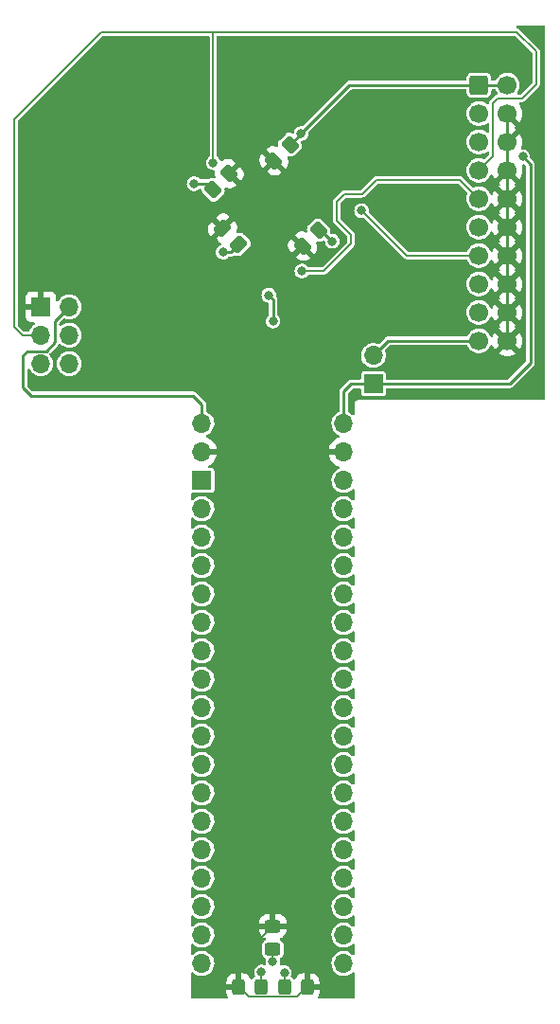
<source format=gbr>
G04 #@! TF.GenerationSoftware,KiCad,Pcbnew,6.0.9+dfsg-1*
G04 #@! TF.CreationDate,2022-12-29T08:22:08+02:00*
G04 #@! TF.ProjectId,ATF1502AS-EVB,41544631-3530-4324-9153-2d4556422e6b,rev?*
G04 #@! TF.SameCoordinates,PX75d6040PY9a0c090*
G04 #@! TF.FileFunction,Copper,L2,Bot*
G04 #@! TF.FilePolarity,Positive*
%FSLAX46Y46*%
G04 Gerber Fmt 4.6, Leading zero omitted, Abs format (unit mm)*
G04 Created by KiCad (PCBNEW 6.0.9+dfsg-1) date 2022-12-29 08:22:08*
%MOMM*%
%LPD*%
G01*
G04 APERTURE LIST*
G04 Aperture macros list*
%AMRoundRect*
0 Rectangle with rounded corners*
0 $1 Rounding radius*
0 $2 $3 $4 $5 $6 $7 $8 $9 X,Y pos of 4 corners*
0 Add a 4 corners polygon primitive as box body*
4,1,4,$2,$3,$4,$5,$6,$7,$8,$9,$2,$3,0*
0 Add four circle primitives for the rounded corners*
1,1,$1+$1,$2,$3*
1,1,$1+$1,$4,$5*
1,1,$1+$1,$6,$7*
1,1,$1+$1,$8,$9*
0 Add four rect primitives between the rounded corners*
20,1,$1+$1,$2,$3,$4,$5,0*
20,1,$1+$1,$4,$5,$6,$7,0*
20,1,$1+$1,$6,$7,$8,$9,0*
20,1,$1+$1,$8,$9,$2,$3,0*%
G04 Aperture macros list end*
G04 #@! TA.AperFunction,ComponentPad*
%ADD10R,1.700000X1.700000*%
G04 #@! TD*
G04 #@! TA.AperFunction,ComponentPad*
%ADD11O,1.700000X1.700000*%
G04 #@! TD*
G04 #@! TA.AperFunction,ComponentPad*
%ADD12RoundRect,0.250000X-0.600000X-0.600000X0.600000X-0.600000X0.600000X0.600000X-0.600000X0.600000X0*%
G04 #@! TD*
G04 #@! TA.AperFunction,ComponentPad*
%ADD13C,1.700000*%
G04 #@! TD*
G04 #@! TA.AperFunction,SMDPad,CuDef*
%ADD14RoundRect,0.250000X0.548008X0.088388X0.088388X0.548008X-0.548008X-0.088388X-0.088388X-0.548008X0*%
G04 #@! TD*
G04 #@! TA.AperFunction,SMDPad,CuDef*
%ADD15RoundRect,0.250000X-0.088388X0.548008X-0.548008X0.088388X0.088388X-0.548008X0.548008X-0.088388X0*%
G04 #@! TD*
G04 #@! TA.AperFunction,SMDPad,CuDef*
%ADD16RoundRect,0.250000X0.088388X-0.548008X0.548008X-0.088388X-0.088388X0.548008X-0.548008X0.088388X0*%
G04 #@! TD*
G04 #@! TA.AperFunction,SMDPad,CuDef*
%ADD17RoundRect,0.250000X0.450000X-0.325000X0.450000X0.325000X-0.450000X0.325000X-0.450000X-0.325000X0*%
G04 #@! TD*
G04 #@! TA.AperFunction,SMDPad,CuDef*
%ADD18RoundRect,0.250000X-0.325000X-0.450000X0.325000X-0.450000X0.325000X0.450000X-0.325000X0.450000X0*%
G04 #@! TD*
G04 #@! TA.AperFunction,SMDPad,CuDef*
%ADD19RoundRect,0.250000X0.325000X0.450000X-0.325000X0.450000X-0.325000X-0.450000X0.325000X-0.450000X0*%
G04 #@! TD*
G04 #@! TA.AperFunction,ViaPad*
%ADD20C,0.800000*%
G04 #@! TD*
G04 #@! TA.AperFunction,Conductor*
%ADD21C,0.140000*%
G04 #@! TD*
G04 #@! TA.AperFunction,Conductor*
%ADD22C,0.250000*%
G04 #@! TD*
G04 APERTURE END LIST*
D10*
X12020000Y70220000D03*
D11*
X14560000Y70220000D03*
X12020000Y67680000D03*
X14560000Y67680000D03*
X12020000Y65140000D03*
X14560000Y65140000D03*
D12*
X51227500Y90040000D03*
D13*
X53767500Y90040000D03*
X51227500Y87500000D03*
X53767500Y87500000D03*
X51227500Y84960000D03*
X53767500Y84960000D03*
X51227500Y82420000D03*
X53767500Y82420000D03*
X51227500Y79880000D03*
X53767500Y79880000D03*
X51227500Y77340000D03*
X53767500Y77340000D03*
X51227500Y74800000D03*
X53767500Y74800000D03*
X51227500Y72260000D03*
X53767500Y72260000D03*
X51227500Y69720000D03*
X53767500Y69720000D03*
X51227500Y67180000D03*
X53767500Y67180000D03*
D10*
X41790000Y63335000D03*
D11*
X41790000Y65875000D03*
D14*
X29740000Y75800000D03*
X28290432Y77249568D03*
D15*
X36894784Y77084784D03*
X35445216Y75635216D03*
D11*
X39140000Y59790000D03*
X39140000Y57250000D03*
X39140000Y54710000D03*
X39140000Y52170000D03*
X39140000Y49630000D03*
X39140000Y47090000D03*
X39140000Y44550000D03*
X39140000Y42010000D03*
X39140000Y39470000D03*
X39140000Y36930000D03*
X39140000Y34390000D03*
X39140000Y31850000D03*
X39140000Y29310000D03*
X39140000Y26770000D03*
X39140000Y24230000D03*
X39140000Y21690000D03*
X39140000Y19150000D03*
X39140000Y16610000D03*
X39140000Y14070000D03*
X39140000Y11530000D03*
D16*
X27425216Y80685216D03*
X28874784Y82134784D03*
D11*
X26440000Y11530000D03*
X26440000Y14070000D03*
X26440000Y16610000D03*
X26440000Y19150000D03*
X26440000Y21690000D03*
X26440000Y24230000D03*
X26440000Y26770000D03*
X26440000Y29310000D03*
X26440000Y31850000D03*
X26440000Y34390000D03*
X26440000Y36930000D03*
X26440000Y39470000D03*
X26440000Y42010000D03*
X26440000Y44550000D03*
X26440000Y47090000D03*
X26440000Y49630000D03*
X26440000Y52170000D03*
D10*
X26440000Y54710000D03*
D11*
X26440000Y57250000D03*
X26440000Y59790000D03*
D15*
X34324784Y84714784D03*
X32875216Y83265216D03*
D17*
X32790000Y12815000D03*
X32790000Y14865000D03*
D18*
X33815000Y9440000D03*
X35865000Y9440000D03*
D19*
X31775000Y9440000D03*
X29725000Y9440000D03*
D20*
X27510000Y76040000D03*
X39770000Y81220000D03*
X33560000Y71630000D03*
X30280000Y85690000D03*
X55150000Y83630000D03*
X32430000Y71250000D03*
X32800000Y68940000D03*
X38100000Y76090000D03*
X28320000Y75100000D03*
X25740000Y81230000D03*
X35320000Y85710000D03*
X40730000Y78820000D03*
X35390000Y73420000D03*
X27450000Y83100000D03*
X31770000Y10760000D03*
X33810000Y10720000D03*
X32790000Y11700000D03*
D21*
X51227500Y79880000D02*
X49527500Y81580000D01*
X49527500Y81580000D02*
X42040000Y81580000D01*
X38500000Y79640000D02*
X38500000Y77950000D01*
X42040000Y81580000D02*
X40770000Y80310000D01*
X40770000Y80310000D02*
X39170000Y80310000D01*
X39170000Y80310000D02*
X38500000Y79640000D01*
X38500000Y77950000D02*
X39780000Y76670000D01*
X39780000Y76670000D02*
X39780000Y75840000D01*
X39780000Y75840000D02*
X37360000Y73420000D01*
X37360000Y73420000D02*
X35390000Y73420000D01*
X30635000Y8530000D02*
X34955000Y8530000D01*
D22*
X53767500Y87500000D02*
X53767500Y67180000D01*
D21*
X29725000Y11800000D02*
X29725000Y9440000D01*
D22*
X27510000Y76469136D02*
X28290432Y77249568D01*
D21*
X34955000Y8530000D02*
X35865000Y9440000D01*
D22*
X27510000Y76040000D02*
X27510000Y76469136D01*
D21*
X32790000Y14865000D02*
X29725000Y11800000D01*
X29725000Y9440000D02*
X30635000Y8530000D01*
D22*
X25680000Y62260000D02*
X26440000Y61500000D01*
X55840000Y82940000D02*
X55150000Y83630000D01*
X34324784Y84714784D02*
X35320000Y85710000D01*
X14560000Y70220000D02*
X13270000Y68930000D01*
X39140000Y62660000D02*
X39815000Y63335000D01*
X39650000Y90040000D02*
X35320000Y85710000D01*
X25740000Y81230000D02*
X26880432Y81230000D01*
X10420000Y63000000D02*
X11160000Y62260000D01*
X51227500Y90040000D02*
X53767500Y90040000D01*
X13270000Y67050000D02*
X12475000Y66255000D01*
X26880432Y81230000D02*
X27425216Y80685216D01*
X29040000Y75100000D02*
X29740000Y75800000D01*
X12475000Y66255000D02*
X10785000Y66255000D01*
X39140000Y59790000D02*
X39140000Y62660000D01*
X53975000Y63335000D02*
X55840000Y65200000D01*
X41790000Y63335000D02*
X53975000Y63335000D01*
X36894784Y77084784D02*
X37105216Y77084784D01*
X32800000Y68940000D02*
X32800000Y70880000D01*
X39815000Y63335000D02*
X41790000Y63335000D01*
X13270000Y68930000D02*
X13270000Y67050000D01*
X55840000Y65200000D02*
X55840000Y82940000D01*
X26440000Y61500000D02*
X26440000Y59790000D01*
X10785000Y66255000D02*
X10420000Y65890000D01*
X11160000Y62260000D02*
X25680000Y62260000D01*
X32800000Y70880000D02*
X32430000Y71250000D01*
X10420000Y65890000D02*
X10420000Y63000000D01*
X51227500Y90040000D02*
X39650000Y90040000D01*
X28320000Y75100000D02*
X29040000Y75100000D01*
X37105216Y77084784D02*
X38100000Y76090000D01*
D21*
X44750000Y74800000D02*
X51227500Y74800000D01*
X40730000Y78820000D02*
X44750000Y74800000D01*
X9630000Y78150000D02*
X9630000Y87010000D01*
X10400000Y67680000D02*
X9630000Y68450000D01*
X56360000Y90100000D02*
X55120000Y88860000D01*
X52900000Y88860000D02*
X52470000Y88430000D01*
X17400000Y94780000D02*
X27440000Y94780000D01*
X27450000Y94770000D02*
X27440000Y94780000D01*
X52470000Y88430000D02*
X52470000Y83662500D01*
X52470000Y83662500D02*
X51227500Y82420000D01*
X27450000Y83100000D02*
X27450000Y94770000D01*
X55120000Y88860000D02*
X52900000Y88860000D01*
X9630000Y87010000D02*
X17400000Y94780000D01*
X27440000Y94780000D02*
X54610000Y94780000D01*
X12020000Y67680000D02*
X10400000Y67680000D01*
X9630000Y68450000D02*
X9630000Y78150000D01*
X54610000Y94780000D02*
X56360000Y93030000D01*
X56360000Y93030000D02*
X56360000Y90100000D01*
X31775000Y9440000D02*
X31775000Y10755000D01*
X31775000Y10755000D02*
X31770000Y10760000D01*
X33810000Y10720000D02*
X33810000Y9445000D01*
X33810000Y9445000D02*
X33815000Y9440000D01*
X32790000Y11700000D02*
X32790000Y12815000D01*
D22*
X51227500Y67180000D02*
X43095000Y67180000D01*
X43095000Y67180000D02*
X41790000Y65875000D01*
G04 #@! TA.AperFunction,Conductor*
G36*
X27067621Y94435498D02*
G01*
X27114114Y94381842D01*
X27125500Y94329500D01*
X27125500Y83742231D01*
X27105498Y83674110D01*
X27078473Y83646379D01*
X27079414Y83645300D01*
X26960039Y83541162D01*
X26868950Y83411556D01*
X26866190Y83404476D01*
X26814924Y83272985D01*
X26811406Y83263963D01*
X26810414Y83256430D01*
X26810414Y83256429D01*
X26798536Y83166202D01*
X26790729Y83106904D01*
X26795397Y83064626D01*
X26805676Y82971524D01*
X26808113Y82949447D01*
X26810723Y82942316D01*
X26810723Y82942314D01*
X26856198Y82818048D01*
X26862553Y82800681D01*
X26866789Y82794378D01*
X26866789Y82794377D01*
X26937866Y82688604D01*
X26950908Y82669195D01*
X26956527Y82664082D01*
X26956528Y82664081D01*
X26985855Y82637396D01*
X27068076Y82562581D01*
X27207293Y82486992D01*
X27360522Y82446793D01*
X27445659Y82445456D01*
X27513457Y82424387D01*
X27559101Y82370008D01*
X27567961Y82310887D01*
X27568674Y82310888D01*
X27568678Y82306102D01*
X27568845Y82304989D01*
X27568680Y82303566D01*
X27568822Y82141450D01*
X27570517Y82127015D01*
X27607951Y81969276D01*
X27612923Y81955617D01*
X27643919Y81893854D01*
X27656597Y81823998D01*
X27629495Y81758378D01*
X27571219Y81717827D01*
X27495942Y81716402D01*
X27488054Y81718709D01*
X27479880Y81722425D01*
X27336828Y81742912D01*
X27327939Y81741639D01*
X27202662Y81723698D01*
X27202660Y81723697D01*
X27193775Y81722425D01*
X27185605Y81718710D01*
X27185604Y81718710D01*
X27069410Y81665880D01*
X27069408Y81665879D01*
X27062223Y81662612D01*
X27056071Y81657665D01*
X27056070Y81657665D01*
X27030195Y81636861D01*
X26964572Y81609765D01*
X26945802Y81609176D01*
X26943716Y81609266D01*
X26941016Y81609500D01*
X26938305Y81609500D01*
X26935674Y81609614D01*
X26935576Y81609643D01*
X26935583Y81609807D01*
X26934879Y81609851D01*
X26928654Y81611713D01*
X26874797Y81609597D01*
X26869850Y81609500D01*
X26339682Y81609500D01*
X26271561Y81629502D01*
X26245114Y81655140D01*
X26243878Y81654051D01*
X26238855Y81659749D01*
X26234553Y81666008D01*
X26116275Y81771389D01*
X26108889Y81775300D01*
X26016965Y81823971D01*
X25976274Y81845516D01*
X25822633Y81884108D01*
X25815034Y81884148D01*
X25815033Y81884148D01*
X25749181Y81884493D01*
X25664221Y81884938D01*
X25656841Y81883166D01*
X25656839Y81883166D01*
X25517563Y81849729D01*
X25517560Y81849728D01*
X25510184Y81847957D01*
X25369414Y81775300D01*
X25250039Y81671162D01*
X25158950Y81541556D01*
X25156190Y81534476D01*
X25106359Y81406666D01*
X25101406Y81393963D01*
X25100414Y81386430D01*
X25100414Y81386429D01*
X25088397Y81295147D01*
X25080729Y81236904D01*
X25083825Y81208861D01*
X25097149Y81088182D01*
X25098113Y81079447D01*
X25100723Y81072316D01*
X25100723Y81072314D01*
X25147430Y80944681D01*
X25152553Y80930681D01*
X25156789Y80924378D01*
X25156789Y80924377D01*
X25196520Y80865252D01*
X25240908Y80799195D01*
X25358076Y80692581D01*
X25497293Y80616992D01*
X25650522Y80576793D01*
X25734477Y80575474D01*
X25801319Y80574424D01*
X25801322Y80574424D01*
X25808916Y80574305D01*
X25963332Y80609671D01*
X26086078Y80671405D01*
X26098072Y80677437D01*
X26098075Y80677439D01*
X26104855Y80680849D01*
X26176630Y80742151D01*
X26241420Y80771182D01*
X26311620Y80760577D01*
X26364942Y80713702D01*
X26383187Y80664207D01*
X26388007Y80630552D01*
X26391722Y80622382D01*
X26391722Y80622381D01*
X26438642Y80519186D01*
X26447820Y80498999D01*
X26452769Y80492844D01*
X26484182Y80453775D01*
X26486704Y80450638D01*
X27190638Y79746704D01*
X27238999Y79707820D01*
X27246186Y79704552D01*
X27246188Y79704551D01*
X27254269Y79700877D01*
X27370552Y79648007D01*
X27379437Y79646735D01*
X27379439Y79646734D01*
X27504715Y79628793D01*
X27513604Y79627520D01*
X27522493Y79628793D01*
X27647770Y79646734D01*
X27647772Y79646735D01*
X27656657Y79648007D01*
X27702209Y79668718D01*
X27781022Y79704552D01*
X27781024Y79704553D01*
X27788209Y79707820D01*
X27836571Y79746704D01*
X28363728Y80273861D01*
X28402612Y80322223D01*
X28417614Y80355217D01*
X28458710Y80445604D01*
X28458710Y80445605D01*
X28462425Y80453775D01*
X28463713Y80462764D01*
X28481639Y80587939D01*
X28482912Y80596828D01*
X28480024Y80616992D01*
X28463698Y80730993D01*
X28463697Y80730995D01*
X28462425Y80739880D01*
X28458710Y80748050D01*
X28456395Y80755968D01*
X28456475Y80826964D01*
X28494926Y80886647D01*
X28559540Y80916068D01*
X28633651Y80904042D01*
X28696855Y80872461D01*
X28710537Y80867507D01*
X28868334Y80830351D01*
X28882776Y80828680D01*
X29044895Y80828822D01*
X29059330Y80830517D01*
X29217069Y80867951D01*
X29230732Y80872924D01*
X29376016Y80945835D01*
X29387499Y80953263D01*
X29461053Y81013146D01*
X29465826Y81017456D01*
X29536552Y81088182D01*
X29544166Y81102126D01*
X29544035Y81103959D01*
X29539784Y81110574D01*
X28604669Y82045689D01*
X28570643Y82108001D01*
X28572478Y82133652D01*
X29239192Y82133652D01*
X29239323Y82131819D01*
X29243574Y82125204D01*
X29895761Y81473017D01*
X29909705Y81465403D01*
X29911538Y81465534D01*
X29918153Y81469785D01*
X29992079Y81543711D01*
X29996447Y81548555D01*
X30057028Y81623162D01*
X30064459Y81634687D01*
X30137107Y81780078D01*
X30142061Y81793760D01*
X30179217Y81951557D01*
X30180888Y81965999D01*
X30180746Y82128118D01*
X30179051Y82142553D01*
X30141617Y82300292D01*
X30136644Y82313955D01*
X30134271Y82318683D01*
X32294223Y82318683D01*
X32294354Y82316850D01*
X32298605Y82310235D01*
X32460926Y82147914D01*
X32465749Y82143565D01*
X32540379Y82082966D01*
X32551890Y82075544D01*
X32697287Y82002893D01*
X32710969Y81997939D01*
X32868766Y81960783D01*
X32883208Y81959112D01*
X33045327Y81959254D01*
X33059762Y81960949D01*
X33217501Y81998383D01*
X33231164Y82003356D01*
X33376448Y82076267D01*
X33387931Y82083695D01*
X33461485Y82143578D01*
X33466258Y82147888D01*
X33536984Y82218614D01*
X33544598Y82232558D01*
X33544467Y82234391D01*
X33540216Y82241006D01*
X32888028Y82893194D01*
X32874084Y82900808D01*
X32872251Y82900677D01*
X32865636Y82896426D01*
X32301837Y82332627D01*
X32294223Y82318683D01*
X30134271Y82318683D01*
X30063734Y82459237D01*
X30056304Y82470723D01*
X29996421Y82544278D01*
X29992113Y82549049D01*
X29832998Y82708164D01*
X29819054Y82715778D01*
X29817221Y82715647D01*
X29810606Y82711396D01*
X29246806Y82147596D01*
X29239192Y82133652D01*
X28572478Y82133652D01*
X28575708Y82178816D01*
X28604669Y82223879D01*
X29448163Y83067373D01*
X29455777Y83081317D01*
X29455646Y83083150D01*
X29451395Y83089765D01*
X29289074Y83252086D01*
X29284251Y83256435D01*
X29209621Y83317034D01*
X29198110Y83324456D01*
X29052713Y83397107D01*
X29039031Y83402061D01*
X28903386Y83434001D01*
X31569112Y83434001D01*
X31569254Y83271882D01*
X31570949Y83257447D01*
X31608383Y83099708D01*
X31613356Y83086045D01*
X31686266Y82940763D01*
X31693696Y82929277D01*
X31753579Y82855722D01*
X31757887Y82850951D01*
X31917002Y82691836D01*
X31930946Y82684222D01*
X31932779Y82684353D01*
X31939394Y82688604D01*
X32503194Y83252404D01*
X32510808Y83266348D01*
X32510677Y83268181D01*
X32506426Y83274796D01*
X31854239Y83926983D01*
X31840295Y83934597D01*
X31838462Y83934466D01*
X31831847Y83930215D01*
X31757921Y83856289D01*
X31753553Y83851445D01*
X31692972Y83776838D01*
X31685541Y83765313D01*
X31612893Y83619922D01*
X31607939Y83606240D01*
X31570783Y83448443D01*
X31569112Y83434001D01*
X28903386Y83434001D01*
X28881234Y83439217D01*
X28866792Y83440888D01*
X28704673Y83440746D01*
X28690238Y83439051D01*
X28532499Y83401617D01*
X28518836Y83396644D01*
X28373552Y83323733D01*
X28362069Y83316305D01*
X28288518Y83256424D01*
X28283734Y83252105D01*
X28282730Y83251101D01*
X28282456Y83250952D01*
X28281358Y83249960D01*
X28281121Y83250222D01*
X28220418Y83217075D01*
X28149603Y83222140D01*
X28092767Y83264687D01*
X28075769Y83295658D01*
X28036964Y83398351D01*
X28034280Y83405454D01*
X28020413Y83425630D01*
X27948855Y83529749D01*
X27948854Y83529751D01*
X27944553Y83536008D01*
X27826275Y83641389D01*
X27826341Y83641463D01*
X27784068Y83693971D01*
X27774500Y83742134D01*
X27774500Y94329500D01*
X27794502Y94397621D01*
X27848158Y94444114D01*
X27900500Y94455500D01*
X54423398Y94455500D01*
X54491519Y94435498D01*
X54512493Y94418595D01*
X55998595Y92932493D01*
X56032621Y92870181D01*
X56035500Y92843398D01*
X56035500Y90286602D01*
X56015498Y90218481D01*
X55998595Y90197507D01*
X55022493Y89221405D01*
X54960181Y89187379D01*
X54933398Y89184500D01*
X54761343Y89184500D01*
X54693222Y89204502D01*
X54646729Y89258158D01*
X54636625Y89328432D01*
X54664470Y89391070D01*
X54677948Y89407275D01*
X54677954Y89407283D01*
X54681647Y89411724D01*
X54780834Y89588835D01*
X54782690Y89594302D01*
X54782692Y89594307D01*
X54844228Y89775586D01*
X54844229Y89775591D01*
X54846084Y89781055D01*
X54846912Y89786764D01*
X54846913Y89786769D01*
X54866334Y89920714D01*
X54875212Y89981947D01*
X54876732Y90040000D01*
X54858158Y90242141D01*
X54841601Y90300848D01*
X54804625Y90431954D01*
X54804624Y90431956D01*
X54803057Y90437513D01*
X54783398Y90477379D01*
X54715831Y90614391D01*
X54713276Y90619572D01*
X54591820Y90782221D01*
X54442758Y90920013D01*
X54437875Y90923094D01*
X54437871Y90923097D01*
X54275964Y91025252D01*
X54271081Y91028333D01*
X54082539Y91103554D01*
X54076879Y91104680D01*
X54076875Y91104681D01*
X53889113Y91142029D01*
X53889110Y91142029D01*
X53883446Y91143156D01*
X53877671Y91143232D01*
X53877667Y91143232D01*
X53776293Y91144559D01*
X53680471Y91145813D01*
X53674774Y91144834D01*
X53674773Y91144834D01*
X53486107Y91112415D01*
X53480410Y91111436D01*
X53289963Y91041176D01*
X53115510Y90937388D01*
X53111170Y90933582D01*
X53111166Y90933579D01*
X53055504Y90884764D01*
X52962892Y90803545D01*
X52837220Y90644131D01*
X52834531Y90639020D01*
X52834529Y90639017D01*
X52754460Y90486832D01*
X52705040Y90435859D01*
X52642952Y90419500D01*
X52458000Y90419500D01*
X52389879Y90439502D01*
X52343386Y90493158D01*
X52332000Y90545500D01*
X52332000Y90687756D01*
X52325298Y90749448D01*
X52274571Y90884764D01*
X52269191Y90891943D01*
X52269189Y90891946D01*
X52193285Y90993224D01*
X52187904Y91000404D01*
X52130836Y91043174D01*
X52079446Y91081689D01*
X52079443Y91081691D01*
X52072264Y91087071D01*
X51982546Y91120704D01*
X51944343Y91135026D01*
X51944341Y91135026D01*
X51936948Y91137798D01*
X51929098Y91138651D01*
X51929097Y91138651D01*
X51878653Y91144131D01*
X51878652Y91144131D01*
X51875256Y91144500D01*
X50579744Y91144500D01*
X50576348Y91144131D01*
X50576347Y91144131D01*
X50525903Y91138651D01*
X50525902Y91138651D01*
X50518052Y91137798D01*
X50510659Y91135026D01*
X50510657Y91135026D01*
X50472454Y91120704D01*
X50382736Y91087071D01*
X50375557Y91081691D01*
X50375554Y91081689D01*
X50324164Y91043174D01*
X50267096Y91000404D01*
X50261715Y90993224D01*
X50185811Y90891946D01*
X50185809Y90891943D01*
X50180429Y90884764D01*
X50129702Y90749448D01*
X50123000Y90687756D01*
X50123000Y90545500D01*
X50102998Y90477379D01*
X50049342Y90430886D01*
X49997000Y90419500D01*
X39703925Y90419500D01*
X39679967Y90422050D01*
X39678308Y90422128D01*
X39668124Y90424321D01*
X39657782Y90423097D01*
X39657779Y90423097D01*
X39634779Y90420374D01*
X39628848Y90420024D01*
X39628856Y90419928D01*
X39623680Y90419500D01*
X39618476Y90419500D01*
X39599412Y90416327D01*
X39593566Y90415496D01*
X39582117Y90414141D01*
X39542659Y90409470D01*
X39534407Y90405507D01*
X39525374Y90404004D01*
X39516205Y90399057D01*
X39516203Y90399056D01*
X39480268Y90379666D01*
X39474976Y90376969D01*
X39428768Y90354781D01*
X39424493Y90351187D01*
X39422568Y90349262D01*
X39420638Y90347491D01*
X39420553Y90347445D01*
X39420441Y90347568D01*
X39419906Y90347096D01*
X39414186Y90344010D01*
X39407119Y90336365D01*
X39377584Y90304414D01*
X39374154Y90300848D01*
X35474411Y86401105D01*
X35412099Y86367079D01*
X35384658Y86364202D01*
X35244221Y86364938D01*
X35236841Y86363166D01*
X35236839Y86363166D01*
X35097563Y86329729D01*
X35097560Y86329728D01*
X35090184Y86327957D01*
X34949414Y86255300D01*
X34830039Y86151162D01*
X34738950Y86021556D01*
X34736190Y86014476D01*
X34692994Y85903684D01*
X34681406Y85873963D01*
X34680414Y85866430D01*
X34680414Y85866429D01*
X34671407Y85798013D01*
X34642685Y85733086D01*
X34583419Y85693994D01*
X34512428Y85693149D01*
X34494334Y85699758D01*
X34387619Y85748278D01*
X34387618Y85748278D01*
X34379448Y85751993D01*
X34370563Y85753265D01*
X34370561Y85753266D01*
X34245285Y85771207D01*
X34236396Y85772480D01*
X34227507Y85771207D01*
X34102230Y85753266D01*
X34102228Y85753265D01*
X34093343Y85751993D01*
X34085173Y85748278D01*
X34085172Y85748278D01*
X33968978Y85695448D01*
X33968976Y85695447D01*
X33961791Y85692180D01*
X33913429Y85653296D01*
X33386272Y85126139D01*
X33347388Y85077777D01*
X33344121Y85070592D01*
X33344120Y85070590D01*
X33291290Y84954396D01*
X33287575Y84946225D01*
X33267088Y84803172D01*
X33268361Y84794283D01*
X33270748Y84777619D01*
X33287575Y84660120D01*
X33291290Y84651950D01*
X33293605Y84644032D01*
X33293525Y84573036D01*
X33255074Y84513353D01*
X33190460Y84483932D01*
X33116349Y84495958D01*
X33053145Y84527539D01*
X33039463Y84532493D01*
X32881666Y84569649D01*
X32867224Y84571320D01*
X32705105Y84571178D01*
X32690670Y84569483D01*
X32532931Y84532049D01*
X32519268Y84527076D01*
X32373984Y84454165D01*
X32362501Y84446737D01*
X32288947Y84386854D01*
X32284174Y84382544D01*
X32213448Y84311818D01*
X32205834Y84297874D01*
X32205965Y84296041D01*
X32210216Y84289426D01*
X33896193Y82603449D01*
X33910137Y82595835D01*
X33911970Y82595966D01*
X33918585Y82600217D01*
X33992511Y82674143D01*
X33996879Y82678987D01*
X34057460Y82753594D01*
X34064891Y82765119D01*
X34137539Y82910510D01*
X34142493Y82924192D01*
X34179649Y83081989D01*
X34181320Y83096431D01*
X34181178Y83258550D01*
X34179483Y83272985D01*
X34142049Y83430724D01*
X34137077Y83444383D01*
X34106081Y83506146D01*
X34093403Y83576002D01*
X34120505Y83641622D01*
X34178781Y83682173D01*
X34254058Y83683598D01*
X34261946Y83681291D01*
X34270120Y83677575D01*
X34413172Y83657088D01*
X34422061Y83658361D01*
X34547338Y83676302D01*
X34547340Y83676303D01*
X34556225Y83677575D01*
X34569472Y83683598D01*
X34680590Y83734120D01*
X34680592Y83734121D01*
X34687777Y83737388D01*
X34736139Y83776272D01*
X35263296Y84303429D01*
X35286046Y84331724D01*
X35297233Y84345638D01*
X35297233Y84345639D01*
X35302180Y84351791D01*
X35349982Y84456925D01*
X35358278Y84475172D01*
X35358278Y84475173D01*
X35361993Y84483343D01*
X35368323Y84527539D01*
X35381207Y84617507D01*
X35382480Y84626396D01*
X35379954Y84644032D01*
X35363266Y84760561D01*
X35363265Y84760563D01*
X35361993Y84769448D01*
X35311118Y84881343D01*
X35301132Y84951634D01*
X35330733Y85016165D01*
X35390523Y85054449D01*
X35397689Y85056314D01*
X35535929Y85087975D01*
X35535933Y85087976D01*
X35543332Y85089671D01*
X35620649Y85128557D01*
X35678072Y85157437D01*
X35678075Y85157439D01*
X35684855Y85160849D01*
X35690626Y85165778D01*
X35690629Y85165780D01*
X35799536Y85258796D01*
X35799536Y85258797D01*
X35805314Y85263731D01*
X35897755Y85392376D01*
X35956842Y85539359D01*
X35979162Y85696193D01*
X35979307Y85710000D01*
X35973437Y85758504D01*
X35985109Y85828532D01*
X36009429Y85862735D01*
X39770289Y89623595D01*
X39832601Y89657621D01*
X39859384Y89660500D01*
X49997000Y89660500D01*
X50065121Y89640498D01*
X50111614Y89586842D01*
X50123000Y89534500D01*
X50123000Y89392244D01*
X50129702Y89330552D01*
X50132474Y89323159D01*
X50132474Y89323157D01*
X50140101Y89302813D01*
X50180429Y89195236D01*
X50185809Y89188057D01*
X50185811Y89188054D01*
X50228429Y89131189D01*
X50267096Y89079596D01*
X50274276Y89074215D01*
X50375554Y88998311D01*
X50375557Y88998309D01*
X50382736Y88992929D01*
X50472454Y88959296D01*
X50510657Y88944974D01*
X50510659Y88944974D01*
X50518052Y88942202D01*
X50525902Y88941349D01*
X50525903Y88941349D01*
X50576347Y88935869D01*
X50579744Y88935500D01*
X51875256Y88935500D01*
X51878653Y88935869D01*
X51929097Y88941349D01*
X51929098Y88941349D01*
X51936948Y88942202D01*
X51944341Y88944974D01*
X51944343Y88944974D01*
X51982546Y88959296D01*
X52072264Y88992929D01*
X52079443Y88998309D01*
X52079446Y88998311D01*
X52180724Y89074215D01*
X52187904Y89079596D01*
X52226571Y89131189D01*
X52269189Y89188054D01*
X52269191Y89188057D01*
X52274571Y89195236D01*
X52314899Y89302813D01*
X52322526Y89323157D01*
X52322526Y89323159D01*
X52325298Y89330552D01*
X52332000Y89392244D01*
X52332000Y89534500D01*
X52352002Y89602621D01*
X52405658Y89649114D01*
X52458000Y89660500D01*
X52645490Y89660500D01*
X52713611Y89640498D01*
X52759916Y89587251D01*
X52806877Y89485384D01*
X52810210Y89480668D01*
X52888431Y89369987D01*
X52911412Y89302813D01*
X52894427Y89233878D01*
X52842870Y89185068D01*
X52807417Y89173182D01*
X52798161Y89171550D01*
X52798155Y89171548D01*
X52787302Y89169634D01*
X52777757Y89164123D01*
X52774520Y89162945D01*
X52771394Y89161487D01*
X52760745Y89158634D01*
X52751714Y89152310D01*
X52729985Y89137095D01*
X52720714Y89131189D01*
X52688198Y89112416D01*
X52681115Y89103975D01*
X52681114Y89103974D01*
X52664056Y89083645D01*
X52656630Y89075542D01*
X52254458Y88673370D01*
X52246355Y88665944D01*
X52217584Y88641802D01*
X52212074Y88632258D01*
X52198811Y88609286D01*
X52192907Y88600018D01*
X52171366Y88569255D01*
X52168513Y88558606D01*
X52167055Y88555480D01*
X52165877Y88552243D01*
X52160366Y88542698D01*
X52158452Y88531843D01*
X52158450Y88531838D01*
X52153843Y88505713D01*
X52151465Y88494986D01*
X52144600Y88469364D01*
X52141748Y88458718D01*
X52142708Y88447742D01*
X52141747Y88436755D01*
X52137724Y88437107D01*
X52127866Y88388014D01*
X52078476Y88337014D01*
X52009352Y88320812D01*
X51942443Y88344553D01*
X51930804Y88354087D01*
X51902758Y88380013D01*
X51897875Y88383094D01*
X51897871Y88383097D01*
X51735964Y88485252D01*
X51731081Y88488333D01*
X51542539Y88563554D01*
X51536879Y88564680D01*
X51536875Y88564681D01*
X51349113Y88602029D01*
X51349110Y88602029D01*
X51343446Y88603156D01*
X51337671Y88603232D01*
X51337667Y88603232D01*
X51236293Y88604559D01*
X51140471Y88605813D01*
X51134774Y88604834D01*
X51134773Y88604834D01*
X51025516Y88586060D01*
X50940410Y88571436D01*
X50749963Y88501176D01*
X50575510Y88397388D01*
X50571170Y88393582D01*
X50571166Y88393579D01*
X50495331Y88327073D01*
X50422892Y88263545D01*
X50297220Y88104131D01*
X50202703Y87924485D01*
X50142507Y87730622D01*
X50118648Y87529036D01*
X50131924Y87326478D01*
X50133345Y87320882D01*
X50133346Y87320877D01*
X50162246Y87207085D01*
X50181892Y87129731D01*
X50184308Y87124491D01*
X50184308Y87124490D01*
X50228910Y87027741D01*
X50266877Y86945384D01*
X50270210Y86940668D01*
X50367631Y86802820D01*
X50384033Y86779611D01*
X50529438Y86637965D01*
X50698220Y86525188D01*
X50703523Y86522910D01*
X50703526Y86522908D01*
X50792207Y86484808D01*
X50884728Y86445058D01*
X50957744Y86428536D01*
X51077079Y86401533D01*
X51077084Y86401532D01*
X51082716Y86400258D01*
X51088487Y86400031D01*
X51088489Y86400031D01*
X51148256Y86397683D01*
X51285553Y86392288D01*
X51385999Y86406852D01*
X51480731Y86420587D01*
X51480736Y86420588D01*
X51486445Y86421416D01*
X51491909Y86423271D01*
X51491914Y86423272D01*
X51673193Y86484808D01*
X51673198Y86484810D01*
X51678665Y86486666D01*
X51855776Y86585853D01*
X51938930Y86655012D01*
X52004094Y86683193D01*
X52074150Y86671670D01*
X52126854Y86624101D01*
X52145500Y86558138D01*
X52145500Y85903684D01*
X52125498Y85835563D01*
X52071842Y85789070D01*
X52001568Y85778966D01*
X51933973Y85811158D01*
X51902758Y85840013D01*
X51897875Y85843094D01*
X51897871Y85843097D01*
X51735964Y85945252D01*
X51731081Y85948333D01*
X51542539Y86023554D01*
X51536879Y86024680D01*
X51536875Y86024681D01*
X51349113Y86062029D01*
X51349110Y86062029D01*
X51343446Y86063156D01*
X51337671Y86063232D01*
X51337667Y86063232D01*
X51236293Y86064559D01*
X51140471Y86065813D01*
X51134774Y86064834D01*
X51134773Y86064834D01*
X50946107Y86032415D01*
X50940410Y86031436D01*
X50749963Y85961176D01*
X50575510Y85857388D01*
X50571170Y85853582D01*
X50571166Y85853579D01*
X50451094Y85748278D01*
X50422892Y85723545D01*
X50419317Y85719010D01*
X50419316Y85719009D01*
X50412214Y85710000D01*
X50297220Y85564131D01*
X50294531Y85559020D01*
X50294529Y85559017D01*
X50280475Y85532305D01*
X50202703Y85384485D01*
X50142507Y85190622D01*
X50118648Y84989036D01*
X50131924Y84786478D01*
X50133345Y84780882D01*
X50133346Y84780877D01*
X50172580Y84626396D01*
X50181892Y84589731D01*
X50184309Y84584488D01*
X50230666Y84483932D01*
X50266877Y84405384D01*
X50270210Y84400668D01*
X50378135Y84247957D01*
X50384033Y84239611D01*
X50529438Y84097965D01*
X50534242Y84094755D01*
X50577265Y84066008D01*
X50698220Y83985188D01*
X50703523Y83982910D01*
X50703526Y83982908D01*
X50826173Y83930215D01*
X50884728Y83905058D01*
X50957744Y83888536D01*
X51077079Y83861533D01*
X51077084Y83861532D01*
X51082716Y83860258D01*
X51088487Y83860031D01*
X51088489Y83860031D01*
X51148256Y83857683D01*
X51285553Y83852288D01*
X51385999Y83866852D01*
X51480731Y83880587D01*
X51480736Y83880588D01*
X51486445Y83881416D01*
X51491909Y83883271D01*
X51491914Y83883272D01*
X51673193Y83944808D01*
X51673198Y83944810D01*
X51678665Y83946666D01*
X51855776Y84045853D01*
X51938930Y84115012D01*
X52004094Y84143193D01*
X52074150Y84131670D01*
X52126854Y84084101D01*
X52145500Y84018138D01*
X52145500Y83849103D01*
X52125498Y83780982D01*
X52108595Y83760008D01*
X51808243Y83459656D01*
X51745931Y83425630D01*
X51672459Y83431721D01*
X51542539Y83483554D01*
X51536879Y83484680D01*
X51536875Y83484681D01*
X51349113Y83522029D01*
X51349110Y83522029D01*
X51343446Y83523156D01*
X51337671Y83523232D01*
X51337667Y83523232D01*
X51236293Y83524559D01*
X51140471Y83525813D01*
X51134774Y83524834D01*
X51134773Y83524834D01*
X50946107Y83492415D01*
X50940410Y83491436D01*
X50749963Y83421176D01*
X50575510Y83317388D01*
X50571170Y83313582D01*
X50571166Y83313579D01*
X50498922Y83250222D01*
X50422892Y83183545D01*
X50297220Y83024131D01*
X50294531Y83019020D01*
X50294529Y83019017D01*
X50256720Y82947153D01*
X50202703Y82844485D01*
X50142507Y82650622D01*
X50118648Y82449036D01*
X50131924Y82246478D01*
X50133345Y82240882D01*
X50133346Y82240877D01*
X50161044Y82131819D01*
X50181892Y82049731D01*
X50184309Y82044488D01*
X50223602Y81959254D01*
X50266877Y81865384D01*
X50270210Y81860668D01*
X50367631Y81722820D01*
X50384033Y81699611D01*
X50388175Y81695576D01*
X50413237Y81671162D01*
X50529438Y81557965D01*
X50534242Y81554755D01*
X50553996Y81541556D01*
X50698220Y81445188D01*
X50703523Y81442910D01*
X50703526Y81442908D01*
X50879421Y81367338D01*
X50884728Y81365058D01*
X50957744Y81348536D01*
X51077079Y81321533D01*
X51077084Y81321532D01*
X51082716Y81320258D01*
X51088487Y81320031D01*
X51088489Y81320031D01*
X51148256Y81317683D01*
X51285553Y81312288D01*
X51385999Y81326852D01*
X51480731Y81340587D01*
X51480736Y81340588D01*
X51486445Y81341416D01*
X51491909Y81343271D01*
X51491914Y81343272D01*
X51673193Y81404808D01*
X51673198Y81404810D01*
X51678665Y81406666D01*
X51855776Y81505853D01*
X51890192Y81534476D01*
X52007413Y81631969D01*
X52011845Y81635655D01*
X52068963Y81704331D01*
X52137953Y81787282D01*
X52137955Y81787285D01*
X52141647Y81791724D01*
X52235389Y81959112D01*
X52238010Y81963792D01*
X52238011Y81963794D01*
X52240834Y81968835D01*
X52243220Y81975865D01*
X52243670Y81976504D01*
X52245041Y81979584D01*
X52245646Y81979315D01*
X52284053Y82033941D01*
X52349805Y82060722D01*
X52419598Y82047705D01*
X52471273Y81999020D01*
X52479277Y81982771D01*
X52549270Y81810397D01*
X52553913Y81801206D01*
X52633960Y81670580D01*
X52644416Y81661120D01*
X52653194Y81664904D01*
X53678405Y82690115D01*
X53740717Y82724141D01*
X53811532Y82719076D01*
X53856595Y82690115D01*
X54877974Y81668736D01*
X54889984Y81662177D01*
X54901723Y81671145D01*
X54932504Y81713981D01*
X54937815Y81722820D01*
X55032170Y81913733D01*
X55035969Y81923328D01*
X55097876Y82127085D01*
X55100055Y82137166D01*
X55128090Y82350113D01*
X55128609Y82356788D01*
X55130072Y82416636D01*
X55129878Y82423354D01*
X55112281Y82637396D01*
X55110596Y82647576D01*
X55067776Y82818048D01*
X55070580Y82888989D01*
X55111293Y82947153D01*
X55176988Y82974072D01*
X55191958Y82974728D01*
X55218771Y82974307D01*
X55286569Y82953238D01*
X55305888Y82937418D01*
X55423595Y82819711D01*
X55457621Y82757399D01*
X55460500Y82730616D01*
X55460500Y65409384D01*
X55440498Y65341263D01*
X55423595Y65320289D01*
X53854711Y63751405D01*
X53792399Y63717379D01*
X53765616Y63714500D01*
X43020499Y63714500D01*
X42952378Y63734502D01*
X42905885Y63788158D01*
X42894499Y63840500D01*
X42894499Y64210066D01*
X42879734Y64284301D01*
X42823484Y64368484D01*
X42739301Y64424734D01*
X42665067Y64439500D01*
X41790142Y64439500D01*
X40914934Y64439499D01*
X40879182Y64432388D01*
X40852874Y64427156D01*
X40852872Y64427155D01*
X40840699Y64424734D01*
X40830379Y64417839D01*
X40830378Y64417838D01*
X40826993Y64415576D01*
X40756516Y64368484D01*
X40700266Y64284301D01*
X40685500Y64210067D01*
X40685500Y63840500D01*
X40665498Y63772379D01*
X40611842Y63725886D01*
X40559500Y63714500D01*
X39868920Y63714500D01*
X39844972Y63717049D01*
X39843307Y63717128D01*
X39833124Y63719320D01*
X39822783Y63718096D01*
X39799777Y63715373D01*
X39793846Y63715023D01*
X39793854Y63714928D01*
X39788676Y63714500D01*
X39783476Y63714500D01*
X39778347Y63713646D01*
X39778344Y63713646D01*
X39764435Y63711331D01*
X39758557Y63710494D01*
X39717999Y63705694D01*
X39717998Y63705694D01*
X39707659Y63704470D01*
X39699407Y63700507D01*
X39690374Y63699004D01*
X39645227Y63674644D01*
X39639963Y63671963D01*
X39593768Y63649780D01*
X39589492Y63646186D01*
X39587552Y63644246D01*
X39585641Y63642493D01*
X39585551Y63642444D01*
X39585439Y63642567D01*
X39584904Y63642095D01*
X39579186Y63639010D01*
X39572119Y63631365D01*
X39542584Y63599414D01*
X39539154Y63595848D01*
X38909784Y62966478D01*
X38891036Y62951336D01*
X38889811Y62950221D01*
X38881060Y62944571D01*
X38874613Y62936393D01*
X38874611Y62936391D01*
X38860271Y62918200D01*
X38856325Y62913759D01*
X38856398Y62913697D01*
X38853039Y62909733D01*
X38849362Y62906056D01*
X38838108Y62890308D01*
X38834602Y62885638D01*
X38802844Y62845353D01*
X38799812Y62836719D01*
X38794486Y62829266D01*
X38791501Y62819285D01*
X38779799Y62780156D01*
X38777964Y62774508D01*
X38776582Y62770573D01*
X38760982Y62726149D01*
X38760500Y62720584D01*
X38760500Y62717876D01*
X38760386Y62715242D01*
X38760357Y62715144D01*
X38760193Y62715151D01*
X38760149Y62714447D01*
X38758287Y62708222D01*
X38758696Y62697817D01*
X38760403Y62654365D01*
X38760500Y62649418D01*
X38760500Y60915161D01*
X38740498Y60847040D01*
X38686842Y60800547D01*
X38678118Y60796951D01*
X38662463Y60791176D01*
X38488010Y60687388D01*
X38483670Y60683582D01*
X38483666Y60683579D01*
X38356554Y60572104D01*
X38335392Y60553545D01*
X38209720Y60394131D01*
X38207031Y60389020D01*
X38207029Y60389017D01*
X38194073Y60364391D01*
X38115203Y60214485D01*
X38055007Y60020622D01*
X38031148Y59819036D01*
X38044424Y59616478D01*
X38045845Y59610882D01*
X38045846Y59610877D01*
X38066119Y59531055D01*
X38094392Y59419731D01*
X38096809Y59414488D01*
X38134010Y59333792D01*
X38179377Y59235384D01*
X38296533Y59069611D01*
X38441938Y58927965D01*
X38610720Y58815188D01*
X38616023Y58812910D01*
X38616026Y58812908D01*
X38712954Y58771265D01*
X38767647Y58725997D01*
X38789184Y58658346D01*
X38770727Y58589790D01*
X38718136Y58542096D01*
X38702361Y58535732D01*
X38616868Y58507788D01*
X38607359Y58503791D01*
X38418463Y58405458D01*
X38409738Y58399964D01*
X38239433Y58272095D01*
X38231726Y58265252D01*
X38084590Y58111283D01*
X38078104Y58103273D01*
X37958098Y57927351D01*
X37953000Y57918377D01*
X37863338Y57725217D01*
X37859775Y57715530D01*
X37804389Y57515817D01*
X37805912Y57507393D01*
X37818292Y57504000D01*
X39268000Y57504000D01*
X39336121Y57483998D01*
X39382614Y57430342D01*
X39394000Y57378000D01*
X39394000Y57122000D01*
X39373998Y57053879D01*
X39320342Y57007386D01*
X39268000Y56996000D01*
X37823225Y56996000D01*
X37809694Y56992027D01*
X37808257Y56982034D01*
X37838565Y56847554D01*
X37841645Y56837725D01*
X37921770Y56640397D01*
X37926413Y56631206D01*
X38037694Y56449612D01*
X38043777Y56441301D01*
X38183213Y56280333D01*
X38190580Y56273117D01*
X38354434Y56137084D01*
X38362881Y56131169D01*
X38546756Y56023721D01*
X38556042Y56019271D01*
X38705124Y55962343D01*
X38761627Y55919356D01*
X38785920Y55852645D01*
X38770290Y55783390D01*
X38719699Y55733579D01*
X38703785Y55726421D01*
X38662463Y55711176D01*
X38488010Y55607388D01*
X38483670Y55603582D01*
X38483666Y55603579D01*
X38408839Y55537957D01*
X38335392Y55473545D01*
X38209720Y55314131D01*
X38207031Y55309020D01*
X38207029Y55309017D01*
X38171488Y55241464D01*
X38115203Y55134485D01*
X38055007Y54940622D01*
X38031148Y54739036D01*
X38044424Y54536478D01*
X38094392Y54339731D01*
X38179377Y54155384D01*
X38296533Y53989611D01*
X38441938Y53847965D01*
X38610720Y53735188D01*
X38616023Y53732910D01*
X38616026Y53732908D01*
X38747283Y53676516D01*
X38797228Y53655058D01*
X38870244Y53638536D01*
X38989579Y53611533D01*
X38989584Y53611532D01*
X38995216Y53610258D01*
X39000987Y53610031D01*
X39000989Y53610031D01*
X39060756Y53607683D01*
X39198053Y53602288D01*
X39305341Y53617844D01*
X39393231Y53630587D01*
X39393236Y53630588D01*
X39398945Y53631416D01*
X39404409Y53633271D01*
X39404414Y53633272D01*
X39585693Y53694808D01*
X39585698Y53694810D01*
X39591165Y53696666D01*
X39768276Y53795853D01*
X39786453Y53810970D01*
X39902930Y53907844D01*
X39968095Y53936025D01*
X40038150Y53924501D01*
X40090854Y53876933D01*
X40109500Y53810970D01*
X40109500Y53066078D01*
X40089498Y52997957D01*
X40035842Y52951464D01*
X39965568Y52941360D01*
X39897972Y52973552D01*
X39815258Y53050013D01*
X39810375Y53053094D01*
X39810371Y53053097D01*
X39648464Y53155252D01*
X39643581Y53158333D01*
X39455039Y53233554D01*
X39449379Y53234680D01*
X39449375Y53234681D01*
X39261613Y53272029D01*
X39261610Y53272029D01*
X39255946Y53273156D01*
X39250171Y53273232D01*
X39250167Y53273232D01*
X39148793Y53274559D01*
X39052971Y53275813D01*
X39047274Y53274834D01*
X39047273Y53274834D01*
X38858607Y53242415D01*
X38852910Y53241436D01*
X38662463Y53171176D01*
X38488010Y53067388D01*
X38483670Y53063582D01*
X38483666Y53063579D01*
X38356554Y52952104D01*
X38335392Y52933545D01*
X38209720Y52774131D01*
X38207031Y52769020D01*
X38207029Y52769017D01*
X38194073Y52744391D01*
X38115203Y52594485D01*
X38055007Y52400622D01*
X38031148Y52199036D01*
X38044424Y51996478D01*
X38045845Y51990882D01*
X38045846Y51990877D01*
X38066119Y51911055D01*
X38094392Y51799731D01*
X38096809Y51794488D01*
X38134010Y51713792D01*
X38179377Y51615384D01*
X38296533Y51449611D01*
X38441938Y51307965D01*
X38610720Y51195188D01*
X38616023Y51192910D01*
X38616026Y51192908D01*
X38704707Y51154808D01*
X38797228Y51115058D01*
X38870244Y51098536D01*
X38989579Y51071533D01*
X38989584Y51071532D01*
X38995216Y51070258D01*
X39000987Y51070031D01*
X39000989Y51070031D01*
X39060756Y51067683D01*
X39198053Y51062288D01*
X39298499Y51076852D01*
X39393231Y51090587D01*
X39393236Y51090588D01*
X39398945Y51091416D01*
X39404409Y51093271D01*
X39404414Y51093272D01*
X39585693Y51154808D01*
X39585698Y51154810D01*
X39591165Y51156666D01*
X39768276Y51255853D01*
X39786453Y51270970D01*
X39902930Y51367844D01*
X39968095Y51396025D01*
X40038150Y51384501D01*
X40090854Y51336933D01*
X40109500Y51270970D01*
X40109500Y50526078D01*
X40089498Y50457957D01*
X40035842Y50411464D01*
X39965568Y50401360D01*
X39897972Y50433552D01*
X39815258Y50510013D01*
X39810375Y50513094D01*
X39810371Y50513097D01*
X39648464Y50615252D01*
X39643581Y50618333D01*
X39455039Y50693554D01*
X39449379Y50694680D01*
X39449375Y50694681D01*
X39261613Y50732029D01*
X39261610Y50732029D01*
X39255946Y50733156D01*
X39250171Y50733232D01*
X39250167Y50733232D01*
X39148793Y50734559D01*
X39052971Y50735813D01*
X39047274Y50734834D01*
X39047273Y50734834D01*
X38858607Y50702415D01*
X38852910Y50701436D01*
X38662463Y50631176D01*
X38488010Y50527388D01*
X38483670Y50523582D01*
X38483666Y50523579D01*
X38356554Y50412104D01*
X38335392Y50393545D01*
X38209720Y50234131D01*
X38207031Y50229020D01*
X38207029Y50229017D01*
X38194073Y50204391D01*
X38115203Y50054485D01*
X38055007Y49860622D01*
X38031148Y49659036D01*
X38044424Y49456478D01*
X38045845Y49450882D01*
X38045846Y49450877D01*
X38066119Y49371055D01*
X38094392Y49259731D01*
X38096809Y49254488D01*
X38134010Y49173792D01*
X38179377Y49075384D01*
X38296533Y48909611D01*
X38441938Y48767965D01*
X38610720Y48655188D01*
X38616023Y48652910D01*
X38616026Y48652908D01*
X38704707Y48614808D01*
X38797228Y48575058D01*
X38870244Y48558536D01*
X38989579Y48531533D01*
X38989584Y48531532D01*
X38995216Y48530258D01*
X39000987Y48530031D01*
X39000989Y48530031D01*
X39060756Y48527683D01*
X39198053Y48522288D01*
X39298499Y48536852D01*
X39393231Y48550587D01*
X39393236Y48550588D01*
X39398945Y48551416D01*
X39404409Y48553271D01*
X39404414Y48553272D01*
X39585693Y48614808D01*
X39585698Y48614810D01*
X39591165Y48616666D01*
X39768276Y48715853D01*
X39786453Y48730970D01*
X39902930Y48827844D01*
X39968095Y48856025D01*
X40038150Y48844501D01*
X40090854Y48796933D01*
X40109500Y48730970D01*
X40109500Y47986078D01*
X40089498Y47917957D01*
X40035842Y47871464D01*
X39965568Y47861360D01*
X39897972Y47893552D01*
X39815258Y47970013D01*
X39810375Y47973094D01*
X39810371Y47973097D01*
X39648464Y48075252D01*
X39643581Y48078333D01*
X39455039Y48153554D01*
X39449379Y48154680D01*
X39449375Y48154681D01*
X39261613Y48192029D01*
X39261610Y48192029D01*
X39255946Y48193156D01*
X39250171Y48193232D01*
X39250167Y48193232D01*
X39148793Y48194559D01*
X39052971Y48195813D01*
X39047274Y48194834D01*
X39047273Y48194834D01*
X38858607Y48162415D01*
X38852910Y48161436D01*
X38662463Y48091176D01*
X38488010Y47987388D01*
X38483670Y47983582D01*
X38483666Y47983579D01*
X38356554Y47872104D01*
X38335392Y47853545D01*
X38209720Y47694131D01*
X38207031Y47689020D01*
X38207029Y47689017D01*
X38194073Y47664391D01*
X38115203Y47514485D01*
X38055007Y47320622D01*
X38031148Y47119036D01*
X38044424Y46916478D01*
X38045845Y46910882D01*
X38045846Y46910877D01*
X38066119Y46831055D01*
X38094392Y46719731D01*
X38096809Y46714488D01*
X38134010Y46633792D01*
X38179377Y46535384D01*
X38296533Y46369611D01*
X38441938Y46227965D01*
X38610720Y46115188D01*
X38616023Y46112910D01*
X38616026Y46112908D01*
X38704707Y46074808D01*
X38797228Y46035058D01*
X38870244Y46018536D01*
X38989579Y45991533D01*
X38989584Y45991532D01*
X38995216Y45990258D01*
X39000987Y45990031D01*
X39000989Y45990031D01*
X39060756Y45987683D01*
X39198053Y45982288D01*
X39298499Y45996852D01*
X39393231Y46010587D01*
X39393236Y46010588D01*
X39398945Y46011416D01*
X39404409Y46013271D01*
X39404414Y46013272D01*
X39585693Y46074808D01*
X39585698Y46074810D01*
X39591165Y46076666D01*
X39768276Y46175853D01*
X39786453Y46190970D01*
X39902930Y46287844D01*
X39968095Y46316025D01*
X40038150Y46304501D01*
X40090854Y46256933D01*
X40109500Y46190970D01*
X40109500Y45446078D01*
X40089498Y45377957D01*
X40035842Y45331464D01*
X39965568Y45321360D01*
X39897972Y45353552D01*
X39815258Y45430013D01*
X39810375Y45433094D01*
X39810371Y45433097D01*
X39648464Y45535252D01*
X39643581Y45538333D01*
X39455039Y45613554D01*
X39449379Y45614680D01*
X39449375Y45614681D01*
X39261613Y45652029D01*
X39261610Y45652029D01*
X39255946Y45653156D01*
X39250171Y45653232D01*
X39250167Y45653232D01*
X39148793Y45654559D01*
X39052971Y45655813D01*
X39047274Y45654834D01*
X39047273Y45654834D01*
X38858607Y45622415D01*
X38852910Y45621436D01*
X38662463Y45551176D01*
X38488010Y45447388D01*
X38483670Y45443582D01*
X38483666Y45443579D01*
X38356554Y45332104D01*
X38335392Y45313545D01*
X38209720Y45154131D01*
X38207031Y45149020D01*
X38207029Y45149017D01*
X38194073Y45124391D01*
X38115203Y44974485D01*
X38055007Y44780622D01*
X38031148Y44579036D01*
X38044424Y44376478D01*
X38045845Y44370882D01*
X38045846Y44370877D01*
X38066119Y44291055D01*
X38094392Y44179731D01*
X38096809Y44174488D01*
X38134010Y44093792D01*
X38179377Y43995384D01*
X38296533Y43829611D01*
X38441938Y43687965D01*
X38610720Y43575188D01*
X38616023Y43572910D01*
X38616026Y43572908D01*
X38704707Y43534808D01*
X38797228Y43495058D01*
X38870244Y43478536D01*
X38989579Y43451533D01*
X38989584Y43451532D01*
X38995216Y43450258D01*
X39000987Y43450031D01*
X39000989Y43450031D01*
X39060756Y43447683D01*
X39198053Y43442288D01*
X39298499Y43456852D01*
X39393231Y43470587D01*
X39393236Y43470588D01*
X39398945Y43471416D01*
X39404409Y43473271D01*
X39404414Y43473272D01*
X39585693Y43534808D01*
X39585698Y43534810D01*
X39591165Y43536666D01*
X39768276Y43635853D01*
X39786453Y43650970D01*
X39902930Y43747844D01*
X39968095Y43776025D01*
X40038150Y43764501D01*
X40090854Y43716933D01*
X40109500Y43650970D01*
X40109500Y42906078D01*
X40089498Y42837957D01*
X40035842Y42791464D01*
X39965568Y42781360D01*
X39897972Y42813552D01*
X39815258Y42890013D01*
X39810375Y42893094D01*
X39810371Y42893097D01*
X39648464Y42995252D01*
X39643581Y42998333D01*
X39455039Y43073554D01*
X39449379Y43074680D01*
X39449375Y43074681D01*
X39261613Y43112029D01*
X39261610Y43112029D01*
X39255946Y43113156D01*
X39250171Y43113232D01*
X39250167Y43113232D01*
X39148793Y43114559D01*
X39052971Y43115813D01*
X39047274Y43114834D01*
X39047273Y43114834D01*
X38858607Y43082415D01*
X38852910Y43081436D01*
X38662463Y43011176D01*
X38488010Y42907388D01*
X38483670Y42903582D01*
X38483666Y42903579D01*
X38356554Y42792104D01*
X38335392Y42773545D01*
X38209720Y42614131D01*
X38207031Y42609020D01*
X38207029Y42609017D01*
X38194073Y42584391D01*
X38115203Y42434485D01*
X38055007Y42240622D01*
X38031148Y42039036D01*
X38044424Y41836478D01*
X38045845Y41830882D01*
X38045846Y41830877D01*
X38066119Y41751055D01*
X38094392Y41639731D01*
X38096809Y41634488D01*
X38134010Y41553792D01*
X38179377Y41455384D01*
X38296533Y41289611D01*
X38441938Y41147965D01*
X38610720Y41035188D01*
X38616023Y41032910D01*
X38616026Y41032908D01*
X38704707Y40994808D01*
X38797228Y40955058D01*
X38870244Y40938536D01*
X38989579Y40911533D01*
X38989584Y40911532D01*
X38995216Y40910258D01*
X39000987Y40910031D01*
X39000989Y40910031D01*
X39060756Y40907683D01*
X39198053Y40902288D01*
X39298499Y40916852D01*
X39393231Y40930587D01*
X39393236Y40930588D01*
X39398945Y40931416D01*
X39404409Y40933271D01*
X39404414Y40933272D01*
X39585693Y40994808D01*
X39585698Y40994810D01*
X39591165Y40996666D01*
X39768276Y41095853D01*
X39786453Y41110970D01*
X39902930Y41207844D01*
X39968095Y41236025D01*
X40038150Y41224501D01*
X40090854Y41176933D01*
X40109500Y41110970D01*
X40109500Y40366078D01*
X40089498Y40297957D01*
X40035842Y40251464D01*
X39965568Y40241360D01*
X39897972Y40273552D01*
X39815258Y40350013D01*
X39810375Y40353094D01*
X39810371Y40353097D01*
X39648464Y40455252D01*
X39643581Y40458333D01*
X39455039Y40533554D01*
X39449379Y40534680D01*
X39449375Y40534681D01*
X39261613Y40572029D01*
X39261610Y40572029D01*
X39255946Y40573156D01*
X39250171Y40573232D01*
X39250167Y40573232D01*
X39148793Y40574559D01*
X39052971Y40575813D01*
X39047274Y40574834D01*
X39047273Y40574834D01*
X38858607Y40542415D01*
X38852910Y40541436D01*
X38662463Y40471176D01*
X38488010Y40367388D01*
X38483670Y40363582D01*
X38483666Y40363579D01*
X38356554Y40252104D01*
X38335392Y40233545D01*
X38209720Y40074131D01*
X38207031Y40069020D01*
X38207029Y40069017D01*
X38194073Y40044391D01*
X38115203Y39894485D01*
X38055007Y39700622D01*
X38031148Y39499036D01*
X38044424Y39296478D01*
X38045845Y39290882D01*
X38045846Y39290877D01*
X38066119Y39211055D01*
X38094392Y39099731D01*
X38096809Y39094488D01*
X38134010Y39013792D01*
X38179377Y38915384D01*
X38296533Y38749611D01*
X38441938Y38607965D01*
X38610720Y38495188D01*
X38616023Y38492910D01*
X38616026Y38492908D01*
X38704707Y38454808D01*
X38797228Y38415058D01*
X38870244Y38398536D01*
X38989579Y38371533D01*
X38989584Y38371532D01*
X38995216Y38370258D01*
X39000987Y38370031D01*
X39000989Y38370031D01*
X39060756Y38367683D01*
X39198053Y38362288D01*
X39298499Y38376852D01*
X39393231Y38390587D01*
X39393236Y38390588D01*
X39398945Y38391416D01*
X39404409Y38393271D01*
X39404414Y38393272D01*
X39585693Y38454808D01*
X39585698Y38454810D01*
X39591165Y38456666D01*
X39768276Y38555853D01*
X39786453Y38570970D01*
X39902930Y38667844D01*
X39968095Y38696025D01*
X40038150Y38684501D01*
X40090854Y38636933D01*
X40109500Y38570970D01*
X40109500Y37826078D01*
X40089498Y37757957D01*
X40035842Y37711464D01*
X39965568Y37701360D01*
X39897972Y37733552D01*
X39815258Y37810013D01*
X39810375Y37813094D01*
X39810371Y37813097D01*
X39648464Y37915252D01*
X39643581Y37918333D01*
X39455039Y37993554D01*
X39449379Y37994680D01*
X39449375Y37994681D01*
X39261613Y38032029D01*
X39261610Y38032029D01*
X39255946Y38033156D01*
X39250171Y38033232D01*
X39250167Y38033232D01*
X39148793Y38034559D01*
X39052971Y38035813D01*
X39047274Y38034834D01*
X39047273Y38034834D01*
X38858607Y38002415D01*
X38852910Y38001436D01*
X38662463Y37931176D01*
X38488010Y37827388D01*
X38483670Y37823582D01*
X38483666Y37823579D01*
X38356554Y37712104D01*
X38335392Y37693545D01*
X38209720Y37534131D01*
X38207031Y37529020D01*
X38207029Y37529017D01*
X38194073Y37504391D01*
X38115203Y37354485D01*
X38055007Y37160622D01*
X38031148Y36959036D01*
X38044424Y36756478D01*
X38045845Y36750882D01*
X38045846Y36750877D01*
X38066119Y36671055D01*
X38094392Y36559731D01*
X38096809Y36554488D01*
X38134010Y36473792D01*
X38179377Y36375384D01*
X38296533Y36209611D01*
X38441938Y36067965D01*
X38610720Y35955188D01*
X38616023Y35952910D01*
X38616026Y35952908D01*
X38704707Y35914808D01*
X38797228Y35875058D01*
X38870244Y35858536D01*
X38989579Y35831533D01*
X38989584Y35831532D01*
X38995216Y35830258D01*
X39000987Y35830031D01*
X39000989Y35830031D01*
X39060756Y35827683D01*
X39198053Y35822288D01*
X39298499Y35836852D01*
X39393231Y35850587D01*
X39393236Y35850588D01*
X39398945Y35851416D01*
X39404409Y35853271D01*
X39404414Y35853272D01*
X39585693Y35914808D01*
X39585698Y35914810D01*
X39591165Y35916666D01*
X39768276Y36015853D01*
X39786453Y36030970D01*
X39902930Y36127844D01*
X39968095Y36156025D01*
X40038150Y36144501D01*
X40090854Y36096933D01*
X40109500Y36030970D01*
X40109500Y35286078D01*
X40089498Y35217957D01*
X40035842Y35171464D01*
X39965568Y35161360D01*
X39897972Y35193552D01*
X39815258Y35270013D01*
X39810375Y35273094D01*
X39810371Y35273097D01*
X39648464Y35375252D01*
X39643581Y35378333D01*
X39455039Y35453554D01*
X39449379Y35454680D01*
X39449375Y35454681D01*
X39261613Y35492029D01*
X39261610Y35492029D01*
X39255946Y35493156D01*
X39250171Y35493232D01*
X39250167Y35493232D01*
X39148793Y35494559D01*
X39052971Y35495813D01*
X39047274Y35494834D01*
X39047273Y35494834D01*
X38858607Y35462415D01*
X38852910Y35461436D01*
X38662463Y35391176D01*
X38488010Y35287388D01*
X38483670Y35283582D01*
X38483666Y35283579D01*
X38356554Y35172104D01*
X38335392Y35153545D01*
X38209720Y34994131D01*
X38207031Y34989020D01*
X38207029Y34989017D01*
X38194073Y34964391D01*
X38115203Y34814485D01*
X38055007Y34620622D01*
X38031148Y34419036D01*
X38044424Y34216478D01*
X38045845Y34210882D01*
X38045846Y34210877D01*
X38066119Y34131055D01*
X38094392Y34019731D01*
X38096809Y34014488D01*
X38134010Y33933792D01*
X38179377Y33835384D01*
X38296533Y33669611D01*
X38441938Y33527965D01*
X38610720Y33415188D01*
X38616023Y33412910D01*
X38616026Y33412908D01*
X38704707Y33374808D01*
X38797228Y33335058D01*
X38870244Y33318536D01*
X38989579Y33291533D01*
X38989584Y33291532D01*
X38995216Y33290258D01*
X39000987Y33290031D01*
X39000989Y33290031D01*
X39060756Y33287683D01*
X39198053Y33282288D01*
X39298499Y33296852D01*
X39393231Y33310587D01*
X39393236Y33310588D01*
X39398945Y33311416D01*
X39404409Y33313271D01*
X39404414Y33313272D01*
X39585693Y33374808D01*
X39585698Y33374810D01*
X39591165Y33376666D01*
X39768276Y33475853D01*
X39786453Y33490970D01*
X39902930Y33587844D01*
X39968095Y33616025D01*
X40038150Y33604501D01*
X40090854Y33556933D01*
X40109500Y33490970D01*
X40109500Y32746078D01*
X40089498Y32677957D01*
X40035842Y32631464D01*
X39965568Y32621360D01*
X39897972Y32653552D01*
X39815258Y32730013D01*
X39810375Y32733094D01*
X39810371Y32733097D01*
X39648464Y32835252D01*
X39643581Y32838333D01*
X39455039Y32913554D01*
X39449379Y32914680D01*
X39449375Y32914681D01*
X39261613Y32952029D01*
X39261610Y32952029D01*
X39255946Y32953156D01*
X39250171Y32953232D01*
X39250167Y32953232D01*
X39148793Y32954559D01*
X39052971Y32955813D01*
X39047274Y32954834D01*
X39047273Y32954834D01*
X38858607Y32922415D01*
X38852910Y32921436D01*
X38662463Y32851176D01*
X38488010Y32747388D01*
X38483670Y32743582D01*
X38483666Y32743579D01*
X38356554Y32632104D01*
X38335392Y32613545D01*
X38209720Y32454131D01*
X38207031Y32449020D01*
X38207029Y32449017D01*
X38194073Y32424391D01*
X38115203Y32274485D01*
X38055007Y32080622D01*
X38031148Y31879036D01*
X38044424Y31676478D01*
X38045845Y31670882D01*
X38045846Y31670877D01*
X38066119Y31591055D01*
X38094392Y31479731D01*
X38096809Y31474488D01*
X38134010Y31393792D01*
X38179377Y31295384D01*
X38296533Y31129611D01*
X38441938Y30987965D01*
X38610720Y30875188D01*
X38616023Y30872910D01*
X38616026Y30872908D01*
X38704707Y30834808D01*
X38797228Y30795058D01*
X38870244Y30778536D01*
X38989579Y30751533D01*
X38989584Y30751532D01*
X38995216Y30750258D01*
X39000987Y30750031D01*
X39000989Y30750031D01*
X39060756Y30747683D01*
X39198053Y30742288D01*
X39298499Y30756852D01*
X39393231Y30770587D01*
X39393236Y30770588D01*
X39398945Y30771416D01*
X39404409Y30773271D01*
X39404414Y30773272D01*
X39585693Y30834808D01*
X39585698Y30834810D01*
X39591165Y30836666D01*
X39768276Y30935853D01*
X39786453Y30950970D01*
X39902930Y31047844D01*
X39968095Y31076025D01*
X40038150Y31064501D01*
X40090854Y31016933D01*
X40109500Y30950970D01*
X40109500Y30206078D01*
X40089498Y30137957D01*
X40035842Y30091464D01*
X39965568Y30081360D01*
X39897972Y30113552D01*
X39815258Y30190013D01*
X39810375Y30193094D01*
X39810371Y30193097D01*
X39648464Y30295252D01*
X39643581Y30298333D01*
X39455039Y30373554D01*
X39449379Y30374680D01*
X39449375Y30374681D01*
X39261613Y30412029D01*
X39261610Y30412029D01*
X39255946Y30413156D01*
X39250171Y30413232D01*
X39250167Y30413232D01*
X39148793Y30414559D01*
X39052971Y30415813D01*
X39047274Y30414834D01*
X39047273Y30414834D01*
X38858607Y30382415D01*
X38852910Y30381436D01*
X38662463Y30311176D01*
X38488010Y30207388D01*
X38483670Y30203582D01*
X38483666Y30203579D01*
X38356554Y30092104D01*
X38335392Y30073545D01*
X38209720Y29914131D01*
X38207031Y29909020D01*
X38207029Y29909017D01*
X38194073Y29884391D01*
X38115203Y29734485D01*
X38055007Y29540622D01*
X38031148Y29339036D01*
X38044424Y29136478D01*
X38045845Y29130882D01*
X38045846Y29130877D01*
X38066119Y29051055D01*
X38094392Y28939731D01*
X38096809Y28934488D01*
X38134010Y28853792D01*
X38179377Y28755384D01*
X38296533Y28589611D01*
X38441938Y28447965D01*
X38610720Y28335188D01*
X38616023Y28332910D01*
X38616026Y28332908D01*
X38704707Y28294808D01*
X38797228Y28255058D01*
X38870244Y28238536D01*
X38989579Y28211533D01*
X38989584Y28211532D01*
X38995216Y28210258D01*
X39000987Y28210031D01*
X39000989Y28210031D01*
X39060756Y28207683D01*
X39198053Y28202288D01*
X39298499Y28216852D01*
X39393231Y28230587D01*
X39393236Y28230588D01*
X39398945Y28231416D01*
X39404409Y28233271D01*
X39404414Y28233272D01*
X39585693Y28294808D01*
X39585698Y28294810D01*
X39591165Y28296666D01*
X39768276Y28395853D01*
X39786453Y28410970D01*
X39902930Y28507844D01*
X39968095Y28536025D01*
X40038150Y28524501D01*
X40090854Y28476933D01*
X40109500Y28410970D01*
X40109500Y27666078D01*
X40089498Y27597957D01*
X40035842Y27551464D01*
X39965568Y27541360D01*
X39897972Y27573552D01*
X39815258Y27650013D01*
X39810375Y27653094D01*
X39810371Y27653097D01*
X39648464Y27755252D01*
X39643581Y27758333D01*
X39455039Y27833554D01*
X39449379Y27834680D01*
X39449375Y27834681D01*
X39261613Y27872029D01*
X39261610Y27872029D01*
X39255946Y27873156D01*
X39250171Y27873232D01*
X39250167Y27873232D01*
X39148793Y27874559D01*
X39052971Y27875813D01*
X39047274Y27874834D01*
X39047273Y27874834D01*
X38858607Y27842415D01*
X38852910Y27841436D01*
X38662463Y27771176D01*
X38488010Y27667388D01*
X38483670Y27663582D01*
X38483666Y27663579D01*
X38356554Y27552104D01*
X38335392Y27533545D01*
X38209720Y27374131D01*
X38207031Y27369020D01*
X38207029Y27369017D01*
X38194073Y27344391D01*
X38115203Y27194485D01*
X38055007Y27000622D01*
X38031148Y26799036D01*
X38044424Y26596478D01*
X38045845Y26590882D01*
X38045846Y26590877D01*
X38066119Y26511055D01*
X38094392Y26399731D01*
X38096809Y26394488D01*
X38134010Y26313792D01*
X38179377Y26215384D01*
X38296533Y26049611D01*
X38441938Y25907965D01*
X38610720Y25795188D01*
X38616023Y25792910D01*
X38616026Y25792908D01*
X38704707Y25754808D01*
X38797228Y25715058D01*
X38870244Y25698536D01*
X38989579Y25671533D01*
X38989584Y25671532D01*
X38995216Y25670258D01*
X39000987Y25670031D01*
X39000989Y25670031D01*
X39060756Y25667683D01*
X39198053Y25662288D01*
X39298499Y25676852D01*
X39393231Y25690587D01*
X39393236Y25690588D01*
X39398945Y25691416D01*
X39404409Y25693271D01*
X39404414Y25693272D01*
X39585693Y25754808D01*
X39585698Y25754810D01*
X39591165Y25756666D01*
X39768276Y25855853D01*
X39786453Y25870970D01*
X39902930Y25967844D01*
X39968095Y25996025D01*
X40038150Y25984501D01*
X40090854Y25936933D01*
X40109500Y25870970D01*
X40109500Y25126078D01*
X40089498Y25057957D01*
X40035842Y25011464D01*
X39965568Y25001360D01*
X39897972Y25033552D01*
X39815258Y25110013D01*
X39810375Y25113094D01*
X39810371Y25113097D01*
X39648464Y25215252D01*
X39643581Y25218333D01*
X39455039Y25293554D01*
X39449379Y25294680D01*
X39449375Y25294681D01*
X39261613Y25332029D01*
X39261610Y25332029D01*
X39255946Y25333156D01*
X39250171Y25333232D01*
X39250167Y25333232D01*
X39148793Y25334559D01*
X39052971Y25335813D01*
X39047274Y25334834D01*
X39047273Y25334834D01*
X38858607Y25302415D01*
X38852910Y25301436D01*
X38662463Y25231176D01*
X38488010Y25127388D01*
X38483670Y25123582D01*
X38483666Y25123579D01*
X38356554Y25012104D01*
X38335392Y24993545D01*
X38209720Y24834131D01*
X38207031Y24829020D01*
X38207029Y24829017D01*
X38194073Y24804391D01*
X38115203Y24654485D01*
X38055007Y24460622D01*
X38031148Y24259036D01*
X38044424Y24056478D01*
X38045845Y24050882D01*
X38045846Y24050877D01*
X38066119Y23971055D01*
X38094392Y23859731D01*
X38096809Y23854488D01*
X38134010Y23773792D01*
X38179377Y23675384D01*
X38296533Y23509611D01*
X38441938Y23367965D01*
X38610720Y23255188D01*
X38616023Y23252910D01*
X38616026Y23252908D01*
X38704707Y23214808D01*
X38797228Y23175058D01*
X38870244Y23158536D01*
X38989579Y23131533D01*
X38989584Y23131532D01*
X38995216Y23130258D01*
X39000987Y23130031D01*
X39000989Y23130031D01*
X39060756Y23127683D01*
X39198053Y23122288D01*
X39298499Y23136852D01*
X39393231Y23150587D01*
X39393236Y23150588D01*
X39398945Y23151416D01*
X39404409Y23153271D01*
X39404414Y23153272D01*
X39585693Y23214808D01*
X39585698Y23214810D01*
X39591165Y23216666D01*
X39768276Y23315853D01*
X39786453Y23330970D01*
X39902930Y23427844D01*
X39968095Y23456025D01*
X40038150Y23444501D01*
X40090854Y23396933D01*
X40109500Y23330970D01*
X40109500Y22586078D01*
X40089498Y22517957D01*
X40035842Y22471464D01*
X39965568Y22461360D01*
X39897972Y22493552D01*
X39815258Y22570013D01*
X39810375Y22573094D01*
X39810371Y22573097D01*
X39648464Y22675252D01*
X39643581Y22678333D01*
X39455039Y22753554D01*
X39449379Y22754680D01*
X39449375Y22754681D01*
X39261613Y22792029D01*
X39261610Y22792029D01*
X39255946Y22793156D01*
X39250171Y22793232D01*
X39250167Y22793232D01*
X39148793Y22794559D01*
X39052971Y22795813D01*
X39047274Y22794834D01*
X39047273Y22794834D01*
X38858607Y22762415D01*
X38852910Y22761436D01*
X38662463Y22691176D01*
X38488010Y22587388D01*
X38483670Y22583582D01*
X38483666Y22583579D01*
X38356554Y22472104D01*
X38335392Y22453545D01*
X38209720Y22294131D01*
X38207031Y22289020D01*
X38207029Y22289017D01*
X38194073Y22264391D01*
X38115203Y22114485D01*
X38055007Y21920622D01*
X38031148Y21719036D01*
X38044424Y21516478D01*
X38045845Y21510882D01*
X38045846Y21510877D01*
X38066119Y21431055D01*
X38094392Y21319731D01*
X38096809Y21314488D01*
X38134010Y21233792D01*
X38179377Y21135384D01*
X38296533Y20969611D01*
X38441938Y20827965D01*
X38610720Y20715188D01*
X38616023Y20712910D01*
X38616026Y20712908D01*
X38704707Y20674808D01*
X38797228Y20635058D01*
X38870244Y20618536D01*
X38989579Y20591533D01*
X38989584Y20591532D01*
X38995216Y20590258D01*
X39000987Y20590031D01*
X39000989Y20590031D01*
X39060756Y20587683D01*
X39198053Y20582288D01*
X39298499Y20596852D01*
X39393231Y20610587D01*
X39393236Y20610588D01*
X39398945Y20611416D01*
X39404409Y20613271D01*
X39404414Y20613272D01*
X39585693Y20674808D01*
X39585698Y20674810D01*
X39591165Y20676666D01*
X39768276Y20775853D01*
X39786453Y20790970D01*
X39902930Y20887844D01*
X39968095Y20916025D01*
X40038150Y20904501D01*
X40090854Y20856933D01*
X40109500Y20790970D01*
X40109500Y20046078D01*
X40089498Y19977957D01*
X40035842Y19931464D01*
X39965568Y19921360D01*
X39897972Y19953552D01*
X39815258Y20030013D01*
X39810375Y20033094D01*
X39810371Y20033097D01*
X39648464Y20135252D01*
X39643581Y20138333D01*
X39455039Y20213554D01*
X39449379Y20214680D01*
X39449375Y20214681D01*
X39261613Y20252029D01*
X39261610Y20252029D01*
X39255946Y20253156D01*
X39250171Y20253232D01*
X39250167Y20253232D01*
X39148793Y20254559D01*
X39052971Y20255813D01*
X39047274Y20254834D01*
X39047273Y20254834D01*
X38858607Y20222415D01*
X38852910Y20221436D01*
X38662463Y20151176D01*
X38488010Y20047388D01*
X38483670Y20043582D01*
X38483666Y20043579D01*
X38356554Y19932104D01*
X38335392Y19913545D01*
X38209720Y19754131D01*
X38207031Y19749020D01*
X38207029Y19749017D01*
X38194073Y19724391D01*
X38115203Y19574485D01*
X38055007Y19380622D01*
X38031148Y19179036D01*
X38044424Y18976478D01*
X38045845Y18970882D01*
X38045846Y18970877D01*
X38066119Y18891055D01*
X38094392Y18779731D01*
X38096809Y18774488D01*
X38134010Y18693792D01*
X38179377Y18595384D01*
X38296533Y18429611D01*
X38441938Y18287965D01*
X38610720Y18175188D01*
X38616023Y18172910D01*
X38616026Y18172908D01*
X38704707Y18134808D01*
X38797228Y18095058D01*
X38870244Y18078536D01*
X38989579Y18051533D01*
X38989584Y18051532D01*
X38995216Y18050258D01*
X39000987Y18050031D01*
X39000989Y18050031D01*
X39060756Y18047683D01*
X39198053Y18042288D01*
X39298499Y18056852D01*
X39393231Y18070587D01*
X39393236Y18070588D01*
X39398945Y18071416D01*
X39404409Y18073271D01*
X39404414Y18073272D01*
X39585693Y18134808D01*
X39585698Y18134810D01*
X39591165Y18136666D01*
X39768276Y18235853D01*
X39786453Y18250970D01*
X39902930Y18347844D01*
X39968095Y18376025D01*
X40038150Y18364501D01*
X40090854Y18316933D01*
X40109500Y18250970D01*
X40109500Y17506078D01*
X40089498Y17437957D01*
X40035842Y17391464D01*
X39965568Y17381360D01*
X39897972Y17413552D01*
X39815258Y17490013D01*
X39810375Y17493094D01*
X39810371Y17493097D01*
X39648464Y17595252D01*
X39643581Y17598333D01*
X39455039Y17673554D01*
X39449379Y17674680D01*
X39449375Y17674681D01*
X39261613Y17712029D01*
X39261610Y17712029D01*
X39255946Y17713156D01*
X39250171Y17713232D01*
X39250167Y17713232D01*
X39148793Y17714559D01*
X39052971Y17715813D01*
X39047274Y17714834D01*
X39047273Y17714834D01*
X38858607Y17682415D01*
X38852910Y17681436D01*
X38662463Y17611176D01*
X38488010Y17507388D01*
X38483670Y17503582D01*
X38483666Y17503579D01*
X38356554Y17392104D01*
X38335392Y17373545D01*
X38209720Y17214131D01*
X38207031Y17209020D01*
X38207029Y17209017D01*
X38194073Y17184391D01*
X38115203Y17034485D01*
X38055007Y16840622D01*
X38031148Y16639036D01*
X38044424Y16436478D01*
X38045845Y16430882D01*
X38045846Y16430877D01*
X38066119Y16351055D01*
X38094392Y16239731D01*
X38096809Y16234488D01*
X38134010Y16153792D01*
X38179377Y16055384D01*
X38182710Y16050668D01*
X38258431Y15943525D01*
X38296533Y15889611D01*
X38300675Y15885576D01*
X38308641Y15877816D01*
X38441938Y15747965D01*
X38610720Y15635188D01*
X38616023Y15632910D01*
X38616026Y15632908D01*
X38704707Y15594808D01*
X38797228Y15555058D01*
X38870244Y15538536D01*
X38989579Y15511533D01*
X38989584Y15511532D01*
X38995216Y15510258D01*
X39000987Y15510031D01*
X39000989Y15510031D01*
X39060756Y15507683D01*
X39198053Y15502288D01*
X39311638Y15518757D01*
X39393231Y15530587D01*
X39393236Y15530588D01*
X39398945Y15531416D01*
X39404409Y15533271D01*
X39404414Y15533272D01*
X39585693Y15594808D01*
X39585698Y15594810D01*
X39591165Y15596666D01*
X39768276Y15695853D01*
X39786453Y15710970D01*
X39902930Y15807844D01*
X39968095Y15836025D01*
X40038150Y15824501D01*
X40090854Y15776933D01*
X40109500Y15710970D01*
X40109500Y14966078D01*
X40089498Y14897957D01*
X40035842Y14851464D01*
X39965568Y14841360D01*
X39897972Y14873552D01*
X39815258Y14950013D01*
X39810375Y14953094D01*
X39810371Y14953097D01*
X39648464Y15055252D01*
X39643581Y15058333D01*
X39455039Y15133554D01*
X39449379Y15134680D01*
X39449375Y15134681D01*
X39261613Y15172029D01*
X39261610Y15172029D01*
X39255946Y15173156D01*
X39250171Y15173232D01*
X39250167Y15173232D01*
X39148793Y15174559D01*
X39052971Y15175813D01*
X39047274Y15174834D01*
X39047273Y15174834D01*
X38858607Y15142415D01*
X38852910Y15141436D01*
X38662463Y15071176D01*
X38488010Y14967388D01*
X38483670Y14963582D01*
X38483666Y14963579D01*
X38356554Y14852104D01*
X38335392Y14833545D01*
X38209720Y14674131D01*
X38207031Y14669020D01*
X38207029Y14669017D01*
X38173419Y14605135D01*
X38115203Y14494485D01*
X38055007Y14300622D01*
X38031148Y14099036D01*
X38044424Y13896478D01*
X38045845Y13890882D01*
X38045846Y13890877D01*
X38092971Y13705326D01*
X38094392Y13699731D01*
X38096809Y13694488D01*
X38134010Y13613792D01*
X38179377Y13515384D01*
X38296533Y13349611D01*
X38441938Y13207965D01*
X38610720Y13095188D01*
X38616023Y13092910D01*
X38616026Y13092908D01*
X38704707Y13054808D01*
X38797228Y13015058D01*
X38870244Y12998536D01*
X38989579Y12971533D01*
X38989584Y12971532D01*
X38995216Y12970258D01*
X39000987Y12970031D01*
X39000989Y12970031D01*
X39060756Y12967683D01*
X39198053Y12962288D01*
X39298499Y12976852D01*
X39393231Y12990587D01*
X39393236Y12990588D01*
X39398945Y12991416D01*
X39404409Y12993271D01*
X39404414Y12993272D01*
X39585693Y13054808D01*
X39585698Y13054810D01*
X39591165Y13056666D01*
X39768276Y13155853D01*
X39786453Y13170970D01*
X39902930Y13267844D01*
X39968095Y13296025D01*
X40038150Y13284501D01*
X40090854Y13236933D01*
X40109500Y13170970D01*
X40109500Y12426078D01*
X40089498Y12357957D01*
X40035842Y12311464D01*
X39965568Y12301360D01*
X39897972Y12333552D01*
X39815258Y12410013D01*
X39810375Y12413094D01*
X39810371Y12413097D01*
X39648464Y12515252D01*
X39643581Y12518333D01*
X39455039Y12593554D01*
X39449379Y12594680D01*
X39449375Y12594681D01*
X39261613Y12632029D01*
X39261610Y12632029D01*
X39255946Y12633156D01*
X39250171Y12633232D01*
X39250167Y12633232D01*
X39148793Y12634559D01*
X39052971Y12635813D01*
X39047274Y12634834D01*
X39047273Y12634834D01*
X38858607Y12602415D01*
X38852910Y12601436D01*
X38662463Y12531176D01*
X38488010Y12427388D01*
X38483670Y12423582D01*
X38483666Y12423579D01*
X38356554Y12312104D01*
X38335392Y12293545D01*
X38209720Y12134131D01*
X38207031Y12129020D01*
X38207029Y12129017D01*
X38194073Y12104391D01*
X38115203Y11954485D01*
X38055007Y11760622D01*
X38031148Y11559036D01*
X38044424Y11356478D01*
X38045845Y11350882D01*
X38045846Y11350877D01*
X38082602Y11206154D01*
X38094392Y11159731D01*
X38096809Y11154488D01*
X38132176Y11077772D01*
X38179377Y10975384D01*
X38182710Y10970668D01*
X38243987Y10883963D01*
X38296533Y10809611D01*
X38300675Y10805576D01*
X38357637Y10750087D01*
X38441938Y10667965D01*
X38610720Y10555188D01*
X38616023Y10552910D01*
X38616026Y10552908D01*
X38704707Y10514808D01*
X38797228Y10475058D01*
X38870244Y10458536D01*
X38989579Y10431533D01*
X38989584Y10431532D01*
X38995216Y10430258D01*
X39000987Y10430031D01*
X39000989Y10430031D01*
X39060756Y10427683D01*
X39198053Y10422288D01*
X39298499Y10436852D01*
X39393231Y10450587D01*
X39393236Y10450588D01*
X39398945Y10451416D01*
X39404409Y10453271D01*
X39404414Y10453272D01*
X39585693Y10514808D01*
X39585698Y10514810D01*
X39591165Y10516666D01*
X39768276Y10615853D01*
X39785147Y10629884D01*
X39902930Y10727844D01*
X39968095Y10756025D01*
X40038150Y10744501D01*
X40090854Y10696933D01*
X40109500Y10630970D01*
X40109500Y8546500D01*
X40089498Y8478379D01*
X40035842Y8431886D01*
X39983500Y8420500D01*
X36955103Y8420500D01*
X36886982Y8440502D01*
X36840489Y8494158D01*
X36830385Y8564432D01*
X36847843Y8612615D01*
X36877814Y8661238D01*
X36883963Y8674424D01*
X36935138Y8828710D01*
X36938005Y8842086D01*
X36947672Y8936438D01*
X36948000Y8942854D01*
X36948000Y9167885D01*
X36943525Y9183124D01*
X36942135Y9184329D01*
X36934452Y9186000D01*
X35737000Y9186000D01*
X35668879Y9206002D01*
X35622386Y9259658D01*
X35611000Y9312000D01*
X35611000Y9712115D01*
X36119000Y9712115D01*
X36123475Y9696876D01*
X36124865Y9695671D01*
X36132548Y9694000D01*
X36929884Y9694000D01*
X36945123Y9698475D01*
X36946328Y9699865D01*
X36947999Y9707548D01*
X36947999Y9937095D01*
X36947662Y9943614D01*
X36937743Y10039206D01*
X36934851Y10052600D01*
X36883412Y10206784D01*
X36877239Y10219962D01*
X36791937Y10357807D01*
X36782901Y10369208D01*
X36668171Y10483739D01*
X36656760Y10492751D01*
X36518757Y10577816D01*
X36505576Y10583963D01*
X36351290Y10635138D01*
X36337914Y10638005D01*
X36243562Y10647672D01*
X36237145Y10648000D01*
X36137115Y10648000D01*
X36121876Y10643525D01*
X36120671Y10642135D01*
X36119000Y10634452D01*
X36119000Y9712115D01*
X35611000Y9712115D01*
X35611000Y10629884D01*
X35606525Y10645123D01*
X35605135Y10646328D01*
X35597452Y10647999D01*
X35492905Y10647999D01*
X35486386Y10647662D01*
X35390794Y10637743D01*
X35377400Y10634851D01*
X35223216Y10583412D01*
X35210038Y10577239D01*
X35072193Y10491937D01*
X35060792Y10482901D01*
X34946261Y10368171D01*
X34937249Y10356760D01*
X34852184Y10218757D01*
X34846036Y10205574D01*
X34824283Y10139990D01*
X34783853Y10081630D01*
X34718288Y10054393D01*
X34648407Y10066926D01*
X34594170Y10119147D01*
X34590221Y10126360D01*
X34587071Y10134764D01*
X34500404Y10250404D01*
X34444325Y10292433D01*
X34401810Y10349292D01*
X34396784Y10420111D01*
X34402983Y10440255D01*
X34444006Y10542302D01*
X34444008Y10542309D01*
X34446842Y10549359D01*
X34454378Y10602314D01*
X34468581Y10702109D01*
X34468581Y10702112D01*
X34469162Y10706193D01*
X34469307Y10720000D01*
X34466203Y10745655D01*
X34451188Y10869727D01*
X34450276Y10877267D01*
X34394280Y11025454D01*
X34381242Y11044424D01*
X34308855Y11149749D01*
X34308854Y11149751D01*
X34304553Y11156008D01*
X34186275Y11261389D01*
X34178889Y11265300D01*
X34096767Y11308781D01*
X34046274Y11335516D01*
X33892633Y11374108D01*
X33885034Y11374148D01*
X33885033Y11374148D01*
X33819181Y11374493D01*
X33734221Y11374938D01*
X33726841Y11373166D01*
X33726839Y11373166D01*
X33587567Y11339730D01*
X33587563Y11339729D01*
X33580184Y11337957D01*
X33575231Y11335400D01*
X33505268Y11330464D01*
X33442989Y11364550D01*
X33409024Y11426895D01*
X33415263Y11500556D01*
X33424007Y11522306D01*
X33424008Y11522308D01*
X33426842Y11529359D01*
X33449162Y11686193D01*
X33449307Y11700000D01*
X33430276Y11857267D01*
X33427592Y11864370D01*
X33427591Y11864374D01*
X33419748Y11885128D01*
X33414380Y11955922D01*
X33448137Y12018379D01*
X33476762Y12039929D01*
X33484764Y12042929D01*
X33509496Y12061464D01*
X33593224Y12124215D01*
X33600404Y12129596D01*
X33615713Y12150023D01*
X33681689Y12238054D01*
X33681691Y12238057D01*
X33687071Y12245236D01*
X33737798Y12380552D01*
X33744500Y12442244D01*
X33744500Y13187756D01*
X33737798Y13249448D01*
X33687071Y13384764D01*
X33681691Y13391943D01*
X33681689Y13391946D01*
X33605785Y13493224D01*
X33600404Y13500404D01*
X33484764Y13587071D01*
X33476355Y13590223D01*
X33469126Y13594181D01*
X33418979Y13644438D01*
X33403964Y13713829D01*
X33428848Y13780322D01*
X33489757Y13824226D01*
X33556784Y13846588D01*
X33569962Y13852761D01*
X33707807Y13938063D01*
X33719208Y13947099D01*
X33833739Y14061829D01*
X33842751Y14073240D01*
X33927816Y14211243D01*
X33933963Y14224424D01*
X33985138Y14378710D01*
X33988005Y14392086D01*
X33997672Y14486438D01*
X33998000Y14492854D01*
X33998000Y14592885D01*
X33993525Y14608124D01*
X33992135Y14609329D01*
X33984452Y14611000D01*
X31600116Y14611000D01*
X31584877Y14606525D01*
X31583672Y14605135D01*
X31582001Y14597452D01*
X31582001Y14492905D01*
X31582338Y14486386D01*
X31592257Y14390794D01*
X31595149Y14377400D01*
X31646588Y14223216D01*
X31652761Y14210038D01*
X31738063Y14072193D01*
X31747099Y14060792D01*
X31861829Y13946261D01*
X31873240Y13937249D01*
X32011243Y13852184D01*
X32024426Y13846036D01*
X32090010Y13824283D01*
X32148370Y13783853D01*
X32175607Y13718288D01*
X32163074Y13648407D01*
X32110853Y13594170D01*
X32103643Y13590223D01*
X32095236Y13587071D01*
X32088051Y13581686D01*
X32088049Y13581685D01*
X32025277Y13534640D01*
X31979596Y13500404D01*
X31974215Y13493224D01*
X31898311Y13391946D01*
X31898309Y13391943D01*
X31892929Y13384764D01*
X31842202Y13249448D01*
X31835500Y13187756D01*
X31835500Y12442244D01*
X31842202Y12380552D01*
X31892929Y12245236D01*
X31898309Y12238057D01*
X31898311Y12238054D01*
X31964287Y12150023D01*
X31979596Y12129596D01*
X31986776Y12124215D01*
X32070505Y12061464D01*
X32095236Y12042929D01*
X32102742Y12040115D01*
X32152545Y11990201D01*
X32167560Y11920810D01*
X32159283Y11884167D01*
X32151406Y11863963D01*
X32150414Y11856430D01*
X32150414Y11856429D01*
X32137046Y11754885D01*
X32130729Y11706904D01*
X32148113Y11549447D01*
X32150723Y11542315D01*
X32150725Y11542306D01*
X32150783Y11542148D01*
X32150791Y11542025D01*
X32152458Y11534918D01*
X32151273Y11534640D01*
X32155406Y11471302D01*
X32120992Y11409204D01*
X32058468Y11375569D01*
X32001759Y11376650D01*
X31872157Y11409204D01*
X31852633Y11414108D01*
X31845034Y11414148D01*
X31845033Y11414148D01*
X31779181Y11414493D01*
X31694221Y11414938D01*
X31686841Y11413166D01*
X31686839Y11413166D01*
X31547563Y11379729D01*
X31547560Y11379728D01*
X31540184Y11377957D01*
X31399414Y11305300D01*
X31280039Y11201162D01*
X31188950Y11071556D01*
X31173416Y11031712D01*
X31134421Y10931695D01*
X31131406Y10923963D01*
X31130414Y10916430D01*
X31130414Y10916429D01*
X31116973Y10814331D01*
X31110729Y10766904D01*
X31117432Y10706193D01*
X31126998Y10619547D01*
X31128113Y10609447D01*
X31130723Y10602316D01*
X31130723Y10602314D01*
X31170817Y10492751D01*
X31182553Y10460681D01*
X31186790Y10454376D01*
X31187013Y10453938D01*
X31200118Y10384162D01*
X31173419Y10318377D01*
X31150312Y10295908D01*
X31089596Y10250404D01*
X31002929Y10134764D01*
X30999779Y10126360D01*
X30995819Y10119126D01*
X30945562Y10068979D01*
X30876171Y10053964D01*
X30809678Y10078848D01*
X30765774Y10139757D01*
X30743412Y10206784D01*
X30737239Y10219962D01*
X30651937Y10357807D01*
X30642901Y10369208D01*
X30528171Y10483739D01*
X30516760Y10492751D01*
X30378757Y10577816D01*
X30365576Y10583963D01*
X30211290Y10635138D01*
X30197914Y10638005D01*
X30103562Y10647672D01*
X30097145Y10648000D01*
X29997115Y10648000D01*
X29981876Y10643525D01*
X29980671Y10642135D01*
X29979000Y10634452D01*
X29979000Y9312000D01*
X29958998Y9243879D01*
X29905342Y9197386D01*
X29853000Y9186000D01*
X28660116Y9186000D01*
X28644877Y9181525D01*
X28643672Y9180135D01*
X28642001Y9172452D01*
X28642001Y8942905D01*
X28642338Y8936386D01*
X28652257Y8840794D01*
X28655149Y8827400D01*
X28706588Y8673216D01*
X28712759Y8660044D01*
X28741992Y8612803D01*
X28760829Y8544351D01*
X28739668Y8476581D01*
X28685227Y8431010D01*
X28634847Y8420500D01*
X25596500Y8420500D01*
X25528379Y8440502D01*
X25481886Y8494158D01*
X25470500Y8546500D01*
X25470500Y9712115D01*
X28642000Y9712115D01*
X28646475Y9696876D01*
X28647865Y9695671D01*
X28655548Y9694000D01*
X29452885Y9694000D01*
X29468124Y9698475D01*
X29469329Y9699865D01*
X29471000Y9707548D01*
X29471000Y10629884D01*
X29466525Y10645123D01*
X29465135Y10646328D01*
X29457452Y10647999D01*
X29352905Y10647999D01*
X29346386Y10647662D01*
X29250794Y10637743D01*
X29237400Y10634851D01*
X29083216Y10583412D01*
X29070038Y10577239D01*
X28932193Y10491937D01*
X28920792Y10482901D01*
X28806261Y10368171D01*
X28797249Y10356760D01*
X28712184Y10218757D01*
X28706037Y10205576D01*
X28654862Y10051290D01*
X28651995Y10037914D01*
X28642328Y9943562D01*
X28642000Y9937145D01*
X28642000Y9712115D01*
X25470500Y9712115D01*
X25470500Y10633741D01*
X25490502Y10701862D01*
X25544158Y10748355D01*
X25614432Y10758459D01*
X25679012Y10728965D01*
X25684404Y10724011D01*
X25741938Y10667965D01*
X25910720Y10555188D01*
X25916023Y10552910D01*
X25916026Y10552908D01*
X26004707Y10514808D01*
X26097228Y10475058D01*
X26170244Y10458536D01*
X26289579Y10431533D01*
X26289584Y10431532D01*
X26295216Y10430258D01*
X26300987Y10430031D01*
X26300989Y10430031D01*
X26360756Y10427683D01*
X26498053Y10422288D01*
X26598499Y10436852D01*
X26693231Y10450587D01*
X26693236Y10450588D01*
X26698945Y10451416D01*
X26704409Y10453271D01*
X26704414Y10453272D01*
X26885693Y10514808D01*
X26885698Y10514810D01*
X26891165Y10516666D01*
X27068276Y10615853D01*
X27085147Y10629884D01*
X27198438Y10724108D01*
X27224345Y10745655D01*
X27281463Y10814331D01*
X27350453Y10897282D01*
X27350455Y10897285D01*
X27354147Y10901724D01*
X27423439Y11025454D01*
X27450510Y11073792D01*
X27450511Y11073794D01*
X27453334Y11078835D01*
X27455190Y11084302D01*
X27455192Y11084307D01*
X27516728Y11265586D01*
X27516729Y11265591D01*
X27518584Y11271055D01*
X27519412Y11276764D01*
X27519413Y11276769D01*
X27539326Y11414108D01*
X27547712Y11471947D01*
X27549232Y11530000D01*
X27533671Y11699354D01*
X27531187Y11726387D01*
X27531186Y11726390D01*
X27530658Y11732141D01*
X27529090Y11737701D01*
X27477125Y11921954D01*
X27477124Y11921956D01*
X27475557Y11927513D01*
X27464978Y11948967D01*
X27388331Y12104391D01*
X27385776Y12109572D01*
X27264320Y12272221D01*
X27147129Y12380552D01*
X27119503Y12406089D01*
X27115258Y12410013D01*
X27110375Y12413094D01*
X27110371Y12413097D01*
X26948464Y12515252D01*
X26943581Y12518333D01*
X26755039Y12593554D01*
X26749379Y12594680D01*
X26749375Y12594681D01*
X26561613Y12632029D01*
X26561610Y12632029D01*
X26555946Y12633156D01*
X26550171Y12633232D01*
X26550167Y12633232D01*
X26448793Y12634559D01*
X26352971Y12635813D01*
X26347274Y12634834D01*
X26347273Y12634834D01*
X26158607Y12602415D01*
X26152910Y12601436D01*
X25962463Y12531176D01*
X25788010Y12427388D01*
X25783670Y12423582D01*
X25783666Y12423579D01*
X25679578Y12332295D01*
X25615174Y12302418D01*
X25544841Y12312104D01*
X25490909Y12358276D01*
X25470500Y12427027D01*
X25470500Y13173741D01*
X25490502Y13241862D01*
X25544158Y13288355D01*
X25614432Y13298459D01*
X25679012Y13268965D01*
X25684404Y13264011D01*
X25741938Y13207965D01*
X25910720Y13095188D01*
X25916023Y13092910D01*
X25916026Y13092908D01*
X26004707Y13054808D01*
X26097228Y13015058D01*
X26170244Y12998536D01*
X26289579Y12971533D01*
X26289584Y12971532D01*
X26295216Y12970258D01*
X26300987Y12970031D01*
X26300989Y12970031D01*
X26360756Y12967683D01*
X26498053Y12962288D01*
X26598499Y12976852D01*
X26693231Y12990587D01*
X26693236Y12990588D01*
X26698945Y12991416D01*
X26704409Y12993271D01*
X26704414Y12993272D01*
X26885693Y13054808D01*
X26885698Y13054810D01*
X26891165Y13056666D01*
X27068276Y13155853D01*
X27086453Y13170970D01*
X27219913Y13281969D01*
X27224345Y13285655D01*
X27354147Y13441724D01*
X27453334Y13618835D01*
X27455190Y13624302D01*
X27455192Y13624307D01*
X27516728Y13805586D01*
X27516729Y13805591D01*
X27518584Y13811055D01*
X27519412Y13816764D01*
X27519413Y13816769D01*
X27547179Y14008273D01*
X27547712Y14011947D01*
X27549232Y14070000D01*
X27530658Y14272141D01*
X27529090Y14277701D01*
X27477125Y14461954D01*
X27477124Y14461956D01*
X27475557Y14467513D01*
X27466225Y14486438D01*
X27388331Y14644391D01*
X27385776Y14649572D01*
X27264320Y14812221D01*
X27115258Y14950013D01*
X27110375Y14953094D01*
X27110371Y14953097D01*
X26948464Y15055252D01*
X26943581Y15058333D01*
X26755039Y15133554D01*
X26749379Y15134680D01*
X26749375Y15134681D01*
X26737138Y15137115D01*
X31582000Y15137115D01*
X31586475Y15121876D01*
X31587865Y15120671D01*
X31595548Y15119000D01*
X32517885Y15119000D01*
X32533124Y15123475D01*
X32534329Y15124865D01*
X32536000Y15132548D01*
X32536000Y15137115D01*
X33044000Y15137115D01*
X33048475Y15121876D01*
X33049865Y15120671D01*
X33057548Y15119000D01*
X33979884Y15119000D01*
X33995123Y15123475D01*
X33996328Y15124865D01*
X33997999Y15132548D01*
X33997999Y15237095D01*
X33997662Y15243614D01*
X33987743Y15339206D01*
X33984851Y15352600D01*
X33933412Y15506784D01*
X33927239Y15519962D01*
X33841937Y15657807D01*
X33832901Y15669208D01*
X33718171Y15783739D01*
X33706760Y15792751D01*
X33568757Y15877816D01*
X33555576Y15883963D01*
X33401290Y15935138D01*
X33387914Y15938005D01*
X33293562Y15947672D01*
X33287145Y15948000D01*
X33062115Y15948000D01*
X33046876Y15943525D01*
X33045671Y15942135D01*
X33044000Y15934452D01*
X33044000Y15137115D01*
X32536000Y15137115D01*
X32536000Y15929884D01*
X32531525Y15945123D01*
X32530135Y15946328D01*
X32522452Y15947999D01*
X32292905Y15947999D01*
X32286386Y15947662D01*
X32190794Y15937743D01*
X32177400Y15934851D01*
X32023216Y15883412D01*
X32010038Y15877239D01*
X31872193Y15791937D01*
X31860792Y15782901D01*
X31746261Y15668171D01*
X31737249Y15656760D01*
X31652184Y15518757D01*
X31646037Y15505576D01*
X31594862Y15351290D01*
X31591995Y15337914D01*
X31582328Y15243562D01*
X31582000Y15237145D01*
X31582000Y15137115D01*
X26737138Y15137115D01*
X26561613Y15172029D01*
X26561610Y15172029D01*
X26555946Y15173156D01*
X26550171Y15173232D01*
X26550167Y15173232D01*
X26448793Y15174559D01*
X26352971Y15175813D01*
X26347274Y15174834D01*
X26347273Y15174834D01*
X26158607Y15142415D01*
X26152910Y15141436D01*
X25962463Y15071176D01*
X25788010Y14967388D01*
X25783670Y14963582D01*
X25783666Y14963579D01*
X25679578Y14872295D01*
X25615174Y14842418D01*
X25544841Y14852104D01*
X25490909Y14898276D01*
X25470500Y14967027D01*
X25470500Y15713741D01*
X25490502Y15781862D01*
X25544158Y15828355D01*
X25614432Y15838459D01*
X25679012Y15808965D01*
X25684404Y15804011D01*
X25741938Y15747965D01*
X25910720Y15635188D01*
X25916023Y15632910D01*
X25916026Y15632908D01*
X26004707Y15594808D01*
X26097228Y15555058D01*
X26170244Y15538536D01*
X26289579Y15511533D01*
X26289584Y15511532D01*
X26295216Y15510258D01*
X26300987Y15510031D01*
X26300989Y15510031D01*
X26360756Y15507683D01*
X26498053Y15502288D01*
X26611638Y15518757D01*
X26693231Y15530587D01*
X26693236Y15530588D01*
X26698945Y15531416D01*
X26704409Y15533271D01*
X26704414Y15533272D01*
X26885693Y15594808D01*
X26885698Y15594810D01*
X26891165Y15596666D01*
X27068276Y15695853D01*
X27086453Y15710970D01*
X27219913Y15821969D01*
X27224345Y15825655D01*
X27323706Y15945123D01*
X27350453Y15977282D01*
X27350455Y15977285D01*
X27354147Y15981724D01*
X27453334Y16158835D01*
X27455190Y16164302D01*
X27455192Y16164307D01*
X27516728Y16345586D01*
X27516729Y16345591D01*
X27518584Y16351055D01*
X27519412Y16356764D01*
X27519413Y16356769D01*
X27547179Y16548273D01*
X27547712Y16551947D01*
X27549232Y16610000D01*
X27530658Y16812141D01*
X27529090Y16817701D01*
X27477125Y17001954D01*
X27477124Y17001956D01*
X27475557Y17007513D01*
X27464978Y17028967D01*
X27388331Y17184391D01*
X27385776Y17189572D01*
X27264320Y17352221D01*
X27115258Y17490013D01*
X27110375Y17493094D01*
X27110371Y17493097D01*
X26948464Y17595252D01*
X26943581Y17598333D01*
X26755039Y17673554D01*
X26749379Y17674680D01*
X26749375Y17674681D01*
X26561613Y17712029D01*
X26561610Y17712029D01*
X26555946Y17713156D01*
X26550171Y17713232D01*
X26550167Y17713232D01*
X26448793Y17714559D01*
X26352971Y17715813D01*
X26347274Y17714834D01*
X26347273Y17714834D01*
X26158607Y17682415D01*
X26152910Y17681436D01*
X25962463Y17611176D01*
X25788010Y17507388D01*
X25783670Y17503582D01*
X25783666Y17503579D01*
X25679578Y17412295D01*
X25615174Y17382418D01*
X25544841Y17392104D01*
X25490909Y17438276D01*
X25470500Y17507027D01*
X25470500Y18253741D01*
X25490502Y18321862D01*
X25544158Y18368355D01*
X25614432Y18378459D01*
X25679012Y18348965D01*
X25684404Y18344011D01*
X25741938Y18287965D01*
X25910720Y18175188D01*
X25916023Y18172910D01*
X25916026Y18172908D01*
X26004707Y18134808D01*
X26097228Y18095058D01*
X26170244Y18078536D01*
X26289579Y18051533D01*
X26289584Y18051532D01*
X26295216Y18050258D01*
X26300987Y18050031D01*
X26300989Y18050031D01*
X26360756Y18047683D01*
X26498053Y18042288D01*
X26598499Y18056852D01*
X26693231Y18070587D01*
X26693236Y18070588D01*
X26698945Y18071416D01*
X26704409Y18073271D01*
X26704414Y18073272D01*
X26885693Y18134808D01*
X26885698Y18134810D01*
X26891165Y18136666D01*
X27068276Y18235853D01*
X27086453Y18250970D01*
X27219913Y18361969D01*
X27224345Y18365655D01*
X27354147Y18521724D01*
X27453334Y18698835D01*
X27455190Y18704302D01*
X27455192Y18704307D01*
X27516728Y18885586D01*
X27516729Y18885591D01*
X27518584Y18891055D01*
X27519412Y18896764D01*
X27519413Y18896769D01*
X27547179Y19088273D01*
X27547712Y19091947D01*
X27549232Y19150000D01*
X27530658Y19352141D01*
X27529090Y19357701D01*
X27477125Y19541954D01*
X27477124Y19541956D01*
X27475557Y19547513D01*
X27464978Y19568967D01*
X27388331Y19724391D01*
X27385776Y19729572D01*
X27264320Y19892221D01*
X27115258Y20030013D01*
X27110375Y20033094D01*
X27110371Y20033097D01*
X26948464Y20135252D01*
X26943581Y20138333D01*
X26755039Y20213554D01*
X26749379Y20214680D01*
X26749375Y20214681D01*
X26561613Y20252029D01*
X26561610Y20252029D01*
X26555946Y20253156D01*
X26550171Y20253232D01*
X26550167Y20253232D01*
X26448793Y20254559D01*
X26352971Y20255813D01*
X26347274Y20254834D01*
X26347273Y20254834D01*
X26158607Y20222415D01*
X26152910Y20221436D01*
X25962463Y20151176D01*
X25788010Y20047388D01*
X25783670Y20043582D01*
X25783666Y20043579D01*
X25679578Y19952295D01*
X25615174Y19922418D01*
X25544841Y19932104D01*
X25490909Y19978276D01*
X25470500Y20047027D01*
X25470500Y20793741D01*
X25490502Y20861862D01*
X25544158Y20908355D01*
X25614432Y20918459D01*
X25679012Y20888965D01*
X25684404Y20884011D01*
X25741938Y20827965D01*
X25910720Y20715188D01*
X25916023Y20712910D01*
X25916026Y20712908D01*
X26004707Y20674808D01*
X26097228Y20635058D01*
X26170244Y20618536D01*
X26289579Y20591533D01*
X26289584Y20591532D01*
X26295216Y20590258D01*
X26300987Y20590031D01*
X26300989Y20590031D01*
X26360756Y20587683D01*
X26498053Y20582288D01*
X26598499Y20596852D01*
X26693231Y20610587D01*
X26693236Y20610588D01*
X26698945Y20611416D01*
X26704409Y20613271D01*
X26704414Y20613272D01*
X26885693Y20674808D01*
X26885698Y20674810D01*
X26891165Y20676666D01*
X27068276Y20775853D01*
X27086453Y20790970D01*
X27219913Y20901969D01*
X27224345Y20905655D01*
X27354147Y21061724D01*
X27453334Y21238835D01*
X27455190Y21244302D01*
X27455192Y21244307D01*
X27516728Y21425586D01*
X27516729Y21425591D01*
X27518584Y21431055D01*
X27519412Y21436764D01*
X27519413Y21436769D01*
X27547179Y21628273D01*
X27547712Y21631947D01*
X27549232Y21690000D01*
X27530658Y21892141D01*
X27529090Y21897701D01*
X27477125Y22081954D01*
X27477124Y22081956D01*
X27475557Y22087513D01*
X27464978Y22108967D01*
X27388331Y22264391D01*
X27385776Y22269572D01*
X27264320Y22432221D01*
X27115258Y22570013D01*
X27110375Y22573094D01*
X27110371Y22573097D01*
X26948464Y22675252D01*
X26943581Y22678333D01*
X26755039Y22753554D01*
X26749379Y22754680D01*
X26749375Y22754681D01*
X26561613Y22792029D01*
X26561610Y22792029D01*
X26555946Y22793156D01*
X26550171Y22793232D01*
X26550167Y22793232D01*
X26448793Y22794559D01*
X26352971Y22795813D01*
X26347274Y22794834D01*
X26347273Y22794834D01*
X26158607Y22762415D01*
X26152910Y22761436D01*
X25962463Y22691176D01*
X25788010Y22587388D01*
X25783670Y22583582D01*
X25783666Y22583579D01*
X25679578Y22492295D01*
X25615174Y22462418D01*
X25544841Y22472104D01*
X25490909Y22518276D01*
X25470500Y22587027D01*
X25470500Y23333741D01*
X25490502Y23401862D01*
X25544158Y23448355D01*
X25614432Y23458459D01*
X25679012Y23428965D01*
X25684404Y23424011D01*
X25741938Y23367965D01*
X25910720Y23255188D01*
X25916023Y23252910D01*
X25916026Y23252908D01*
X26004707Y23214808D01*
X26097228Y23175058D01*
X26170244Y23158536D01*
X26289579Y23131533D01*
X26289584Y23131532D01*
X26295216Y23130258D01*
X26300987Y23130031D01*
X26300989Y23130031D01*
X26360756Y23127683D01*
X26498053Y23122288D01*
X26598499Y23136852D01*
X26693231Y23150587D01*
X26693236Y23150588D01*
X26698945Y23151416D01*
X26704409Y23153271D01*
X26704414Y23153272D01*
X26885693Y23214808D01*
X26885698Y23214810D01*
X26891165Y23216666D01*
X27068276Y23315853D01*
X27086453Y23330970D01*
X27219913Y23441969D01*
X27224345Y23445655D01*
X27354147Y23601724D01*
X27453334Y23778835D01*
X27455190Y23784302D01*
X27455192Y23784307D01*
X27516728Y23965586D01*
X27516729Y23965591D01*
X27518584Y23971055D01*
X27519412Y23976764D01*
X27519413Y23976769D01*
X27547179Y24168273D01*
X27547712Y24171947D01*
X27549232Y24230000D01*
X27530658Y24432141D01*
X27529090Y24437701D01*
X27477125Y24621954D01*
X27477124Y24621956D01*
X27475557Y24627513D01*
X27464978Y24648967D01*
X27388331Y24804391D01*
X27385776Y24809572D01*
X27264320Y24972221D01*
X27115258Y25110013D01*
X27110375Y25113094D01*
X27110371Y25113097D01*
X26948464Y25215252D01*
X26943581Y25218333D01*
X26755039Y25293554D01*
X26749379Y25294680D01*
X26749375Y25294681D01*
X26561613Y25332029D01*
X26561610Y25332029D01*
X26555946Y25333156D01*
X26550171Y25333232D01*
X26550167Y25333232D01*
X26448793Y25334559D01*
X26352971Y25335813D01*
X26347274Y25334834D01*
X26347273Y25334834D01*
X26158607Y25302415D01*
X26152910Y25301436D01*
X25962463Y25231176D01*
X25788010Y25127388D01*
X25783670Y25123582D01*
X25783666Y25123579D01*
X25679578Y25032295D01*
X25615174Y25002418D01*
X25544841Y25012104D01*
X25490909Y25058276D01*
X25470500Y25127027D01*
X25470500Y25873741D01*
X25490502Y25941862D01*
X25544158Y25988355D01*
X25614432Y25998459D01*
X25679012Y25968965D01*
X25684404Y25964011D01*
X25741938Y25907965D01*
X25910720Y25795188D01*
X25916023Y25792910D01*
X25916026Y25792908D01*
X26004707Y25754808D01*
X26097228Y25715058D01*
X26170244Y25698536D01*
X26289579Y25671533D01*
X26289584Y25671532D01*
X26295216Y25670258D01*
X26300987Y25670031D01*
X26300989Y25670031D01*
X26360756Y25667683D01*
X26498053Y25662288D01*
X26598499Y25676852D01*
X26693231Y25690587D01*
X26693236Y25690588D01*
X26698945Y25691416D01*
X26704409Y25693271D01*
X26704414Y25693272D01*
X26885693Y25754808D01*
X26885698Y25754810D01*
X26891165Y25756666D01*
X27068276Y25855853D01*
X27086453Y25870970D01*
X27219913Y25981969D01*
X27224345Y25985655D01*
X27354147Y26141724D01*
X27453334Y26318835D01*
X27455190Y26324302D01*
X27455192Y26324307D01*
X27516728Y26505586D01*
X27516729Y26505591D01*
X27518584Y26511055D01*
X27519412Y26516764D01*
X27519413Y26516769D01*
X27547179Y26708273D01*
X27547712Y26711947D01*
X27549232Y26770000D01*
X27530658Y26972141D01*
X27529090Y26977701D01*
X27477125Y27161954D01*
X27477124Y27161956D01*
X27475557Y27167513D01*
X27464978Y27188967D01*
X27388331Y27344391D01*
X27385776Y27349572D01*
X27264320Y27512221D01*
X27115258Y27650013D01*
X27110375Y27653094D01*
X27110371Y27653097D01*
X26948464Y27755252D01*
X26943581Y27758333D01*
X26755039Y27833554D01*
X26749379Y27834680D01*
X26749375Y27834681D01*
X26561613Y27872029D01*
X26561610Y27872029D01*
X26555946Y27873156D01*
X26550171Y27873232D01*
X26550167Y27873232D01*
X26448793Y27874559D01*
X26352971Y27875813D01*
X26347274Y27874834D01*
X26347273Y27874834D01*
X26158607Y27842415D01*
X26152910Y27841436D01*
X25962463Y27771176D01*
X25788010Y27667388D01*
X25783670Y27663582D01*
X25783666Y27663579D01*
X25679578Y27572295D01*
X25615174Y27542418D01*
X25544841Y27552104D01*
X25490909Y27598276D01*
X25470500Y27667027D01*
X25470500Y28413741D01*
X25490502Y28481862D01*
X25544158Y28528355D01*
X25614432Y28538459D01*
X25679012Y28508965D01*
X25684404Y28504011D01*
X25741938Y28447965D01*
X25910720Y28335188D01*
X25916023Y28332910D01*
X25916026Y28332908D01*
X26004707Y28294808D01*
X26097228Y28255058D01*
X26170244Y28238536D01*
X26289579Y28211533D01*
X26289584Y28211532D01*
X26295216Y28210258D01*
X26300987Y28210031D01*
X26300989Y28210031D01*
X26360756Y28207683D01*
X26498053Y28202288D01*
X26598499Y28216852D01*
X26693231Y28230587D01*
X26693236Y28230588D01*
X26698945Y28231416D01*
X26704409Y28233271D01*
X26704414Y28233272D01*
X26885693Y28294808D01*
X26885698Y28294810D01*
X26891165Y28296666D01*
X27068276Y28395853D01*
X27086453Y28410970D01*
X27219913Y28521969D01*
X27224345Y28525655D01*
X27354147Y28681724D01*
X27453334Y28858835D01*
X27455190Y28864302D01*
X27455192Y28864307D01*
X27516728Y29045586D01*
X27516729Y29045591D01*
X27518584Y29051055D01*
X27519412Y29056764D01*
X27519413Y29056769D01*
X27547179Y29248273D01*
X27547712Y29251947D01*
X27549232Y29310000D01*
X27530658Y29512141D01*
X27529090Y29517701D01*
X27477125Y29701954D01*
X27477124Y29701956D01*
X27475557Y29707513D01*
X27464978Y29728967D01*
X27388331Y29884391D01*
X27385776Y29889572D01*
X27264320Y30052221D01*
X27115258Y30190013D01*
X27110375Y30193094D01*
X27110371Y30193097D01*
X26948464Y30295252D01*
X26943581Y30298333D01*
X26755039Y30373554D01*
X26749379Y30374680D01*
X26749375Y30374681D01*
X26561613Y30412029D01*
X26561610Y30412029D01*
X26555946Y30413156D01*
X26550171Y30413232D01*
X26550167Y30413232D01*
X26448793Y30414559D01*
X26352971Y30415813D01*
X26347274Y30414834D01*
X26347273Y30414834D01*
X26158607Y30382415D01*
X26152910Y30381436D01*
X25962463Y30311176D01*
X25788010Y30207388D01*
X25783670Y30203582D01*
X25783666Y30203579D01*
X25679578Y30112295D01*
X25615174Y30082418D01*
X25544841Y30092104D01*
X25490909Y30138276D01*
X25470500Y30207027D01*
X25470500Y30953741D01*
X25490502Y31021862D01*
X25544158Y31068355D01*
X25614432Y31078459D01*
X25679012Y31048965D01*
X25684404Y31044011D01*
X25741938Y30987965D01*
X25910720Y30875188D01*
X25916023Y30872910D01*
X25916026Y30872908D01*
X26004707Y30834808D01*
X26097228Y30795058D01*
X26170244Y30778536D01*
X26289579Y30751533D01*
X26289584Y30751532D01*
X26295216Y30750258D01*
X26300987Y30750031D01*
X26300989Y30750031D01*
X26360756Y30747683D01*
X26498053Y30742288D01*
X26598499Y30756852D01*
X26693231Y30770587D01*
X26693236Y30770588D01*
X26698945Y30771416D01*
X26704409Y30773271D01*
X26704414Y30773272D01*
X26885693Y30834808D01*
X26885698Y30834810D01*
X26891165Y30836666D01*
X27068276Y30935853D01*
X27086453Y30950970D01*
X27219913Y31061969D01*
X27224345Y31065655D01*
X27354147Y31221724D01*
X27453334Y31398835D01*
X27455190Y31404302D01*
X27455192Y31404307D01*
X27516728Y31585586D01*
X27516729Y31585591D01*
X27518584Y31591055D01*
X27519412Y31596764D01*
X27519413Y31596769D01*
X27547179Y31788273D01*
X27547712Y31791947D01*
X27549232Y31850000D01*
X27530658Y32052141D01*
X27529090Y32057701D01*
X27477125Y32241954D01*
X27477124Y32241956D01*
X27475557Y32247513D01*
X27464978Y32268967D01*
X27388331Y32424391D01*
X27385776Y32429572D01*
X27264320Y32592221D01*
X27115258Y32730013D01*
X27110375Y32733094D01*
X27110371Y32733097D01*
X26948464Y32835252D01*
X26943581Y32838333D01*
X26755039Y32913554D01*
X26749379Y32914680D01*
X26749375Y32914681D01*
X26561613Y32952029D01*
X26561610Y32952029D01*
X26555946Y32953156D01*
X26550171Y32953232D01*
X26550167Y32953232D01*
X26448793Y32954559D01*
X26352971Y32955813D01*
X26347274Y32954834D01*
X26347273Y32954834D01*
X26158607Y32922415D01*
X26152910Y32921436D01*
X25962463Y32851176D01*
X25788010Y32747388D01*
X25783670Y32743582D01*
X25783666Y32743579D01*
X25679578Y32652295D01*
X25615174Y32622418D01*
X25544841Y32632104D01*
X25490909Y32678276D01*
X25470500Y32747027D01*
X25470500Y33493741D01*
X25490502Y33561862D01*
X25544158Y33608355D01*
X25614432Y33618459D01*
X25679012Y33588965D01*
X25684404Y33584011D01*
X25741938Y33527965D01*
X25910720Y33415188D01*
X25916023Y33412910D01*
X25916026Y33412908D01*
X26004707Y33374808D01*
X26097228Y33335058D01*
X26170244Y33318536D01*
X26289579Y33291533D01*
X26289584Y33291532D01*
X26295216Y33290258D01*
X26300987Y33290031D01*
X26300989Y33290031D01*
X26360756Y33287683D01*
X26498053Y33282288D01*
X26598499Y33296852D01*
X26693231Y33310587D01*
X26693236Y33310588D01*
X26698945Y33311416D01*
X26704409Y33313271D01*
X26704414Y33313272D01*
X26885693Y33374808D01*
X26885698Y33374810D01*
X26891165Y33376666D01*
X27068276Y33475853D01*
X27086453Y33490970D01*
X27219913Y33601969D01*
X27224345Y33605655D01*
X27354147Y33761724D01*
X27453334Y33938835D01*
X27455190Y33944302D01*
X27455192Y33944307D01*
X27516728Y34125586D01*
X27516729Y34125591D01*
X27518584Y34131055D01*
X27519412Y34136764D01*
X27519413Y34136769D01*
X27547179Y34328273D01*
X27547712Y34331947D01*
X27549232Y34390000D01*
X27530658Y34592141D01*
X27529090Y34597701D01*
X27477125Y34781954D01*
X27477124Y34781956D01*
X27475557Y34787513D01*
X27464978Y34808967D01*
X27388331Y34964391D01*
X27385776Y34969572D01*
X27264320Y35132221D01*
X27115258Y35270013D01*
X27110375Y35273094D01*
X27110371Y35273097D01*
X26948464Y35375252D01*
X26943581Y35378333D01*
X26755039Y35453554D01*
X26749379Y35454680D01*
X26749375Y35454681D01*
X26561613Y35492029D01*
X26561610Y35492029D01*
X26555946Y35493156D01*
X26550171Y35493232D01*
X26550167Y35493232D01*
X26448793Y35494559D01*
X26352971Y35495813D01*
X26347274Y35494834D01*
X26347273Y35494834D01*
X26158607Y35462415D01*
X26152910Y35461436D01*
X25962463Y35391176D01*
X25788010Y35287388D01*
X25783670Y35283582D01*
X25783666Y35283579D01*
X25679578Y35192295D01*
X25615174Y35162418D01*
X25544841Y35172104D01*
X25490909Y35218276D01*
X25470500Y35287027D01*
X25470500Y36033741D01*
X25490502Y36101862D01*
X25544158Y36148355D01*
X25614432Y36158459D01*
X25679012Y36128965D01*
X25684404Y36124011D01*
X25741938Y36067965D01*
X25910720Y35955188D01*
X25916023Y35952910D01*
X25916026Y35952908D01*
X26004707Y35914808D01*
X26097228Y35875058D01*
X26170244Y35858536D01*
X26289579Y35831533D01*
X26289584Y35831532D01*
X26295216Y35830258D01*
X26300987Y35830031D01*
X26300989Y35830031D01*
X26360756Y35827683D01*
X26498053Y35822288D01*
X26598499Y35836852D01*
X26693231Y35850587D01*
X26693236Y35850588D01*
X26698945Y35851416D01*
X26704409Y35853271D01*
X26704414Y35853272D01*
X26885693Y35914808D01*
X26885698Y35914810D01*
X26891165Y35916666D01*
X27068276Y36015853D01*
X27086453Y36030970D01*
X27219913Y36141969D01*
X27224345Y36145655D01*
X27354147Y36301724D01*
X27453334Y36478835D01*
X27455190Y36484302D01*
X27455192Y36484307D01*
X27516728Y36665586D01*
X27516729Y36665591D01*
X27518584Y36671055D01*
X27519412Y36676764D01*
X27519413Y36676769D01*
X27547179Y36868273D01*
X27547712Y36871947D01*
X27549232Y36930000D01*
X27530658Y37132141D01*
X27529090Y37137701D01*
X27477125Y37321954D01*
X27477124Y37321956D01*
X27475557Y37327513D01*
X27464978Y37348967D01*
X27388331Y37504391D01*
X27385776Y37509572D01*
X27264320Y37672221D01*
X27115258Y37810013D01*
X27110375Y37813094D01*
X27110371Y37813097D01*
X26948464Y37915252D01*
X26943581Y37918333D01*
X26755039Y37993554D01*
X26749379Y37994680D01*
X26749375Y37994681D01*
X26561613Y38032029D01*
X26561610Y38032029D01*
X26555946Y38033156D01*
X26550171Y38033232D01*
X26550167Y38033232D01*
X26448793Y38034559D01*
X26352971Y38035813D01*
X26347274Y38034834D01*
X26347273Y38034834D01*
X26158607Y38002415D01*
X26152910Y38001436D01*
X25962463Y37931176D01*
X25788010Y37827388D01*
X25783670Y37823582D01*
X25783666Y37823579D01*
X25679578Y37732295D01*
X25615174Y37702418D01*
X25544841Y37712104D01*
X25490909Y37758276D01*
X25470500Y37827027D01*
X25470500Y38573741D01*
X25490502Y38641862D01*
X25544158Y38688355D01*
X25614432Y38698459D01*
X25679012Y38668965D01*
X25684404Y38664011D01*
X25741938Y38607965D01*
X25910720Y38495188D01*
X25916023Y38492910D01*
X25916026Y38492908D01*
X26004707Y38454808D01*
X26097228Y38415058D01*
X26170244Y38398536D01*
X26289579Y38371533D01*
X26289584Y38371532D01*
X26295216Y38370258D01*
X26300987Y38370031D01*
X26300989Y38370031D01*
X26360756Y38367683D01*
X26498053Y38362288D01*
X26598499Y38376852D01*
X26693231Y38390587D01*
X26693236Y38390588D01*
X26698945Y38391416D01*
X26704409Y38393271D01*
X26704414Y38393272D01*
X26885693Y38454808D01*
X26885698Y38454810D01*
X26891165Y38456666D01*
X27068276Y38555853D01*
X27086453Y38570970D01*
X27219913Y38681969D01*
X27224345Y38685655D01*
X27354147Y38841724D01*
X27453334Y39018835D01*
X27455190Y39024302D01*
X27455192Y39024307D01*
X27516728Y39205586D01*
X27516729Y39205591D01*
X27518584Y39211055D01*
X27519412Y39216764D01*
X27519413Y39216769D01*
X27547179Y39408273D01*
X27547712Y39411947D01*
X27549232Y39470000D01*
X27530658Y39672141D01*
X27529090Y39677701D01*
X27477125Y39861954D01*
X27477124Y39861956D01*
X27475557Y39867513D01*
X27464978Y39888967D01*
X27388331Y40044391D01*
X27385776Y40049572D01*
X27264320Y40212221D01*
X27115258Y40350013D01*
X27110375Y40353094D01*
X27110371Y40353097D01*
X26948464Y40455252D01*
X26943581Y40458333D01*
X26755039Y40533554D01*
X26749379Y40534680D01*
X26749375Y40534681D01*
X26561613Y40572029D01*
X26561610Y40572029D01*
X26555946Y40573156D01*
X26550171Y40573232D01*
X26550167Y40573232D01*
X26448793Y40574559D01*
X26352971Y40575813D01*
X26347274Y40574834D01*
X26347273Y40574834D01*
X26158607Y40542415D01*
X26152910Y40541436D01*
X25962463Y40471176D01*
X25788010Y40367388D01*
X25783670Y40363582D01*
X25783666Y40363579D01*
X25679578Y40272295D01*
X25615174Y40242418D01*
X25544841Y40252104D01*
X25490909Y40298276D01*
X25470500Y40367027D01*
X25470500Y41113741D01*
X25490502Y41181862D01*
X25544158Y41228355D01*
X25614432Y41238459D01*
X25679012Y41208965D01*
X25684404Y41204011D01*
X25741938Y41147965D01*
X25910720Y41035188D01*
X25916023Y41032910D01*
X25916026Y41032908D01*
X26004707Y40994808D01*
X26097228Y40955058D01*
X26170244Y40938536D01*
X26289579Y40911533D01*
X26289584Y40911532D01*
X26295216Y40910258D01*
X26300987Y40910031D01*
X26300989Y40910031D01*
X26360756Y40907683D01*
X26498053Y40902288D01*
X26598499Y40916852D01*
X26693231Y40930587D01*
X26693236Y40930588D01*
X26698945Y40931416D01*
X26704409Y40933271D01*
X26704414Y40933272D01*
X26885693Y40994808D01*
X26885698Y40994810D01*
X26891165Y40996666D01*
X27068276Y41095853D01*
X27086453Y41110970D01*
X27219913Y41221969D01*
X27224345Y41225655D01*
X27354147Y41381724D01*
X27453334Y41558835D01*
X27455190Y41564302D01*
X27455192Y41564307D01*
X27516728Y41745586D01*
X27516729Y41745591D01*
X27518584Y41751055D01*
X27519412Y41756764D01*
X27519413Y41756769D01*
X27547179Y41948273D01*
X27547712Y41951947D01*
X27549232Y42010000D01*
X27530658Y42212141D01*
X27529090Y42217701D01*
X27477125Y42401954D01*
X27477124Y42401956D01*
X27475557Y42407513D01*
X27464978Y42428967D01*
X27388331Y42584391D01*
X27385776Y42589572D01*
X27264320Y42752221D01*
X27115258Y42890013D01*
X27110375Y42893094D01*
X27110371Y42893097D01*
X26948464Y42995252D01*
X26943581Y42998333D01*
X26755039Y43073554D01*
X26749379Y43074680D01*
X26749375Y43074681D01*
X26561613Y43112029D01*
X26561610Y43112029D01*
X26555946Y43113156D01*
X26550171Y43113232D01*
X26550167Y43113232D01*
X26448793Y43114559D01*
X26352971Y43115813D01*
X26347274Y43114834D01*
X26347273Y43114834D01*
X26158607Y43082415D01*
X26152910Y43081436D01*
X25962463Y43011176D01*
X25788010Y42907388D01*
X25783670Y42903582D01*
X25783666Y42903579D01*
X25679578Y42812295D01*
X25615174Y42782418D01*
X25544841Y42792104D01*
X25490909Y42838276D01*
X25470500Y42907027D01*
X25470500Y43653741D01*
X25490502Y43721862D01*
X25544158Y43768355D01*
X25614432Y43778459D01*
X25679012Y43748965D01*
X25684404Y43744011D01*
X25741938Y43687965D01*
X25910720Y43575188D01*
X25916023Y43572910D01*
X25916026Y43572908D01*
X26004707Y43534808D01*
X26097228Y43495058D01*
X26170244Y43478536D01*
X26289579Y43451533D01*
X26289584Y43451532D01*
X26295216Y43450258D01*
X26300987Y43450031D01*
X26300989Y43450031D01*
X26360756Y43447683D01*
X26498053Y43442288D01*
X26598499Y43456852D01*
X26693231Y43470587D01*
X26693236Y43470588D01*
X26698945Y43471416D01*
X26704409Y43473271D01*
X26704414Y43473272D01*
X26885693Y43534808D01*
X26885698Y43534810D01*
X26891165Y43536666D01*
X27068276Y43635853D01*
X27086453Y43650970D01*
X27219913Y43761969D01*
X27224345Y43765655D01*
X27354147Y43921724D01*
X27453334Y44098835D01*
X27455190Y44104302D01*
X27455192Y44104307D01*
X27516728Y44285586D01*
X27516729Y44285591D01*
X27518584Y44291055D01*
X27519412Y44296764D01*
X27519413Y44296769D01*
X27547179Y44488273D01*
X27547712Y44491947D01*
X27549232Y44550000D01*
X27530658Y44752141D01*
X27529090Y44757701D01*
X27477125Y44941954D01*
X27477124Y44941956D01*
X27475557Y44947513D01*
X27464978Y44968967D01*
X27388331Y45124391D01*
X27385776Y45129572D01*
X27264320Y45292221D01*
X27115258Y45430013D01*
X27110375Y45433094D01*
X27110371Y45433097D01*
X26948464Y45535252D01*
X26943581Y45538333D01*
X26755039Y45613554D01*
X26749379Y45614680D01*
X26749375Y45614681D01*
X26561613Y45652029D01*
X26561610Y45652029D01*
X26555946Y45653156D01*
X26550171Y45653232D01*
X26550167Y45653232D01*
X26448793Y45654559D01*
X26352971Y45655813D01*
X26347274Y45654834D01*
X26347273Y45654834D01*
X26158607Y45622415D01*
X26152910Y45621436D01*
X25962463Y45551176D01*
X25788010Y45447388D01*
X25783670Y45443582D01*
X25783666Y45443579D01*
X25679578Y45352295D01*
X25615174Y45322418D01*
X25544841Y45332104D01*
X25490909Y45378276D01*
X25470500Y45447027D01*
X25470500Y46193741D01*
X25490502Y46261862D01*
X25544158Y46308355D01*
X25614432Y46318459D01*
X25679012Y46288965D01*
X25684404Y46284011D01*
X25741938Y46227965D01*
X25910720Y46115188D01*
X25916023Y46112910D01*
X25916026Y46112908D01*
X26004707Y46074808D01*
X26097228Y46035058D01*
X26170244Y46018536D01*
X26289579Y45991533D01*
X26289584Y45991532D01*
X26295216Y45990258D01*
X26300987Y45990031D01*
X26300989Y45990031D01*
X26360756Y45987683D01*
X26498053Y45982288D01*
X26598499Y45996852D01*
X26693231Y46010587D01*
X26693236Y46010588D01*
X26698945Y46011416D01*
X26704409Y46013271D01*
X26704414Y46013272D01*
X26885693Y46074808D01*
X26885698Y46074810D01*
X26891165Y46076666D01*
X27068276Y46175853D01*
X27086453Y46190970D01*
X27219913Y46301969D01*
X27224345Y46305655D01*
X27354147Y46461724D01*
X27453334Y46638835D01*
X27455190Y46644302D01*
X27455192Y46644307D01*
X27516728Y46825586D01*
X27516729Y46825591D01*
X27518584Y46831055D01*
X27519412Y46836764D01*
X27519413Y46836769D01*
X27547179Y47028273D01*
X27547712Y47031947D01*
X27549232Y47090000D01*
X27530658Y47292141D01*
X27529090Y47297701D01*
X27477125Y47481954D01*
X27477124Y47481956D01*
X27475557Y47487513D01*
X27464978Y47508967D01*
X27388331Y47664391D01*
X27385776Y47669572D01*
X27264320Y47832221D01*
X27115258Y47970013D01*
X27110375Y47973094D01*
X27110371Y47973097D01*
X26948464Y48075252D01*
X26943581Y48078333D01*
X26755039Y48153554D01*
X26749379Y48154680D01*
X26749375Y48154681D01*
X26561613Y48192029D01*
X26561610Y48192029D01*
X26555946Y48193156D01*
X26550171Y48193232D01*
X26550167Y48193232D01*
X26448793Y48194559D01*
X26352971Y48195813D01*
X26347274Y48194834D01*
X26347273Y48194834D01*
X26158607Y48162415D01*
X26152910Y48161436D01*
X25962463Y48091176D01*
X25788010Y47987388D01*
X25783670Y47983582D01*
X25783666Y47983579D01*
X25679578Y47892295D01*
X25615174Y47862418D01*
X25544841Y47872104D01*
X25490909Y47918276D01*
X25470500Y47987027D01*
X25470500Y48733741D01*
X25490502Y48801862D01*
X25544158Y48848355D01*
X25614432Y48858459D01*
X25679012Y48828965D01*
X25684404Y48824011D01*
X25741938Y48767965D01*
X25910720Y48655188D01*
X25916023Y48652910D01*
X25916026Y48652908D01*
X26004707Y48614808D01*
X26097228Y48575058D01*
X26170244Y48558536D01*
X26289579Y48531533D01*
X26289584Y48531532D01*
X26295216Y48530258D01*
X26300987Y48530031D01*
X26300989Y48530031D01*
X26360756Y48527683D01*
X26498053Y48522288D01*
X26598499Y48536852D01*
X26693231Y48550587D01*
X26693236Y48550588D01*
X26698945Y48551416D01*
X26704409Y48553271D01*
X26704414Y48553272D01*
X26885693Y48614808D01*
X26885698Y48614810D01*
X26891165Y48616666D01*
X27068276Y48715853D01*
X27086453Y48730970D01*
X27219913Y48841969D01*
X27224345Y48845655D01*
X27354147Y49001724D01*
X27453334Y49178835D01*
X27455190Y49184302D01*
X27455192Y49184307D01*
X27516728Y49365586D01*
X27516729Y49365591D01*
X27518584Y49371055D01*
X27519412Y49376764D01*
X27519413Y49376769D01*
X27547179Y49568273D01*
X27547712Y49571947D01*
X27549232Y49630000D01*
X27530658Y49832141D01*
X27529090Y49837701D01*
X27477125Y50021954D01*
X27477124Y50021956D01*
X27475557Y50027513D01*
X27464978Y50048967D01*
X27388331Y50204391D01*
X27385776Y50209572D01*
X27264320Y50372221D01*
X27115258Y50510013D01*
X27110375Y50513094D01*
X27110371Y50513097D01*
X26948464Y50615252D01*
X26943581Y50618333D01*
X26755039Y50693554D01*
X26749379Y50694680D01*
X26749375Y50694681D01*
X26561613Y50732029D01*
X26561610Y50732029D01*
X26555946Y50733156D01*
X26550171Y50733232D01*
X26550167Y50733232D01*
X26448793Y50734559D01*
X26352971Y50735813D01*
X26347274Y50734834D01*
X26347273Y50734834D01*
X26158607Y50702415D01*
X26152910Y50701436D01*
X25962463Y50631176D01*
X25788010Y50527388D01*
X25783670Y50523582D01*
X25783666Y50523579D01*
X25679578Y50432295D01*
X25615174Y50402418D01*
X25544841Y50412104D01*
X25490909Y50458276D01*
X25470500Y50527027D01*
X25470500Y51273741D01*
X25490502Y51341862D01*
X25544158Y51388355D01*
X25614432Y51398459D01*
X25679012Y51368965D01*
X25684404Y51364011D01*
X25741938Y51307965D01*
X25910720Y51195188D01*
X25916023Y51192910D01*
X25916026Y51192908D01*
X26004707Y51154808D01*
X26097228Y51115058D01*
X26170244Y51098536D01*
X26289579Y51071533D01*
X26289584Y51071532D01*
X26295216Y51070258D01*
X26300987Y51070031D01*
X26300989Y51070031D01*
X26360756Y51067683D01*
X26498053Y51062288D01*
X26598499Y51076852D01*
X26693231Y51090587D01*
X26693236Y51090588D01*
X26698945Y51091416D01*
X26704409Y51093271D01*
X26704414Y51093272D01*
X26885693Y51154808D01*
X26885698Y51154810D01*
X26891165Y51156666D01*
X27068276Y51255853D01*
X27086453Y51270970D01*
X27219913Y51381969D01*
X27224345Y51385655D01*
X27354147Y51541724D01*
X27453334Y51718835D01*
X27455190Y51724302D01*
X27455192Y51724307D01*
X27516728Y51905586D01*
X27516729Y51905591D01*
X27518584Y51911055D01*
X27519412Y51916764D01*
X27519413Y51916769D01*
X27547179Y52108273D01*
X27547712Y52111947D01*
X27549232Y52170000D01*
X27530658Y52372141D01*
X27529090Y52377701D01*
X27477125Y52561954D01*
X27477124Y52561956D01*
X27475557Y52567513D01*
X27464978Y52588967D01*
X27388331Y52744391D01*
X27385776Y52749572D01*
X27264320Y52912221D01*
X27115258Y53050013D01*
X27110375Y53053094D01*
X27110371Y53053097D01*
X26948464Y53155252D01*
X26943581Y53158333D01*
X26755039Y53233554D01*
X26749379Y53234680D01*
X26749375Y53234681D01*
X26561613Y53272029D01*
X26561610Y53272029D01*
X26555946Y53273156D01*
X26550171Y53273232D01*
X26550167Y53273232D01*
X26448793Y53274559D01*
X26352971Y53275813D01*
X26347274Y53274834D01*
X26347273Y53274834D01*
X26158607Y53242415D01*
X26152910Y53241436D01*
X25962463Y53171176D01*
X25788010Y53067388D01*
X25783670Y53063582D01*
X25783666Y53063579D01*
X25679578Y52972295D01*
X25615174Y52942418D01*
X25544841Y52952104D01*
X25490909Y52998276D01*
X25470500Y53067027D01*
X25470500Y53479500D01*
X25490502Y53547621D01*
X25544158Y53594114D01*
X25596500Y53605500D01*
X27028183Y53605501D01*
X27315066Y53605501D01*
X27350818Y53612612D01*
X27377126Y53617844D01*
X27377128Y53617845D01*
X27389301Y53620266D01*
X27399621Y53627161D01*
X27399622Y53627162D01*
X27463168Y53669623D01*
X27473484Y53676516D01*
X27529734Y53760699D01*
X27544500Y53834933D01*
X27544499Y55585066D01*
X27529734Y55659301D01*
X27503654Y55698333D01*
X27480377Y55733168D01*
X27473484Y55743484D01*
X27389301Y55799734D01*
X27315067Y55814500D01*
X27140334Y55814500D01*
X27072213Y55834502D01*
X27025720Y55888158D01*
X27015616Y55958432D01*
X27045110Y56023012D01*
X27084902Y56053652D01*
X27133100Y56077264D01*
X27141945Y56082536D01*
X27315328Y56206208D01*
X27323200Y56212861D01*
X27474052Y56363188D01*
X27480730Y56371035D01*
X27605003Y56543980D01*
X27610313Y56552817D01*
X27704670Y56743733D01*
X27708469Y56753328D01*
X27770377Y56957090D01*
X27772555Y56967163D01*
X27773986Y56978038D01*
X27771775Y56992222D01*
X27758617Y56996000D01*
X26312000Y56996000D01*
X26243879Y57016002D01*
X26197386Y57069658D01*
X26186000Y57122000D01*
X26186000Y57378000D01*
X26206002Y57446121D01*
X26259658Y57492614D01*
X26312000Y57504000D01*
X27758344Y57504000D01*
X27771875Y57507973D01*
X27773180Y57517053D01*
X27731214Y57684125D01*
X27727894Y57693876D01*
X27642972Y57889186D01*
X27638105Y57898261D01*
X27522426Y58077074D01*
X27516136Y58085243D01*
X27372806Y58242760D01*
X27365273Y58249785D01*
X27198139Y58381778D01*
X27189552Y58387483D01*
X27003117Y58490401D01*
X26993705Y58494631D01*
X26879391Y58535112D01*
X26821855Y58576706D01*
X26795939Y58642804D01*
X26809873Y58712420D01*
X26859232Y58763451D01*
X26880943Y58773196D01*
X26891165Y58776666D01*
X27068276Y58875853D01*
X27086453Y58890970D01*
X27219913Y59001969D01*
X27224345Y59005655D01*
X27354147Y59161724D01*
X27453334Y59338835D01*
X27455190Y59344302D01*
X27455192Y59344307D01*
X27516728Y59525586D01*
X27516729Y59525591D01*
X27518584Y59531055D01*
X27519412Y59536764D01*
X27519413Y59536769D01*
X27547179Y59728273D01*
X27547712Y59731947D01*
X27549232Y59790000D01*
X27530658Y59992141D01*
X27529090Y59997701D01*
X27477125Y60181954D01*
X27477124Y60181956D01*
X27475557Y60187513D01*
X27464978Y60208967D01*
X27388331Y60364391D01*
X27385776Y60369572D01*
X27264320Y60532221D01*
X27115258Y60670013D01*
X27110375Y60673094D01*
X27110371Y60673097D01*
X26948464Y60775252D01*
X26943581Y60778333D01*
X26898810Y60796195D01*
X26842951Y60840015D01*
X26819500Y60913225D01*
X26819500Y61446080D01*
X26822049Y61470027D01*
X26822128Y61471693D01*
X26824320Y61481876D01*
X26823096Y61492218D01*
X26823096Y61492221D01*
X26820374Y61515213D01*
X26820023Y61521154D01*
X26819928Y61521146D01*
X26819500Y61526326D01*
X26819500Y61531524D01*
X26818081Y61540052D01*
X26816329Y61550573D01*
X26815492Y61556453D01*
X26810693Y61597003D01*
X26810692Y61597005D01*
X26809469Y61607341D01*
X26805508Y61615590D01*
X26804004Y61624626D01*
X26798060Y61635643D01*
X26779652Y61669760D01*
X26776957Y61675049D01*
X26758212Y61714085D01*
X26754780Y61721232D01*
X26751186Y61725508D01*
X26749246Y61727448D01*
X26747493Y61729359D01*
X26747444Y61729449D01*
X26747567Y61729561D01*
X26747095Y61730096D01*
X26744010Y61735814D01*
X26704413Y61772417D01*
X26700848Y61775846D01*
X25986478Y62490216D01*
X25971336Y62508964D01*
X25970221Y62510189D01*
X25964571Y62518940D01*
X25956393Y62525387D01*
X25956391Y62525389D01*
X25938200Y62539729D01*
X25933759Y62543675D01*
X25933697Y62543602D01*
X25929733Y62546961D01*
X25926056Y62550638D01*
X25910308Y62561892D01*
X25905638Y62565398D01*
X25865353Y62597156D01*
X25856719Y62600188D01*
X25849266Y62605514D01*
X25800150Y62620203D01*
X25794508Y62622036D01*
X25753633Y62636390D01*
X25753632Y62636390D01*
X25746149Y62639018D01*
X25740584Y62639500D01*
X25737876Y62639500D01*
X25735242Y62639614D01*
X25735144Y62639643D01*
X25735151Y62639807D01*
X25734447Y62639851D01*
X25728222Y62641713D01*
X25674365Y62639597D01*
X25669418Y62639500D01*
X11369384Y62639500D01*
X11301263Y62659502D01*
X11280289Y62676405D01*
X10836405Y63120289D01*
X10802379Y63182601D01*
X10799500Y63209384D01*
X10799500Y64574826D01*
X10819502Y64642947D01*
X10873158Y64689440D01*
X10943432Y64699544D01*
X11008012Y64670050D01*
X11039925Y64627578D01*
X11059377Y64585384D01*
X11062710Y64580668D01*
X11162478Y64439499D01*
X11176533Y64419611D01*
X11321938Y64277965D01*
X11490720Y64165188D01*
X11496023Y64162910D01*
X11496026Y64162908D01*
X11584707Y64124808D01*
X11677228Y64085058D01*
X11750244Y64068536D01*
X11869579Y64041533D01*
X11869584Y64041532D01*
X11875216Y64040258D01*
X11880987Y64040031D01*
X11880989Y64040031D01*
X11940756Y64037683D01*
X12078053Y64032288D01*
X12178499Y64046852D01*
X12273231Y64060587D01*
X12273236Y64060588D01*
X12278945Y64061416D01*
X12284409Y64063271D01*
X12284414Y64063272D01*
X12465693Y64124808D01*
X12465698Y64124810D01*
X12471165Y64126666D01*
X12648276Y64225853D01*
X12703916Y64272128D01*
X12799913Y64351969D01*
X12804345Y64355655D01*
X12934147Y64511724D01*
X12999028Y64627577D01*
X13030510Y64683792D01*
X13030511Y64683794D01*
X13033334Y64688835D01*
X13035190Y64694302D01*
X13035192Y64694307D01*
X13096728Y64875586D01*
X13096729Y64875591D01*
X13098584Y64881055D01*
X13099412Y64886764D01*
X13099413Y64886769D01*
X13118295Y65016998D01*
X13127712Y65081947D01*
X13129232Y65140000D01*
X13126564Y65169036D01*
X13451148Y65169036D01*
X13464424Y64966478D01*
X13465845Y64960882D01*
X13465846Y64960877D01*
X13486119Y64881055D01*
X13514392Y64769731D01*
X13516809Y64764488D01*
X13554010Y64683792D01*
X13599377Y64585384D01*
X13602710Y64580668D01*
X13702478Y64439499D01*
X13716533Y64419611D01*
X13861938Y64277965D01*
X14030720Y64165188D01*
X14036023Y64162910D01*
X14036026Y64162908D01*
X14124707Y64124808D01*
X14217228Y64085058D01*
X14290244Y64068536D01*
X14409579Y64041533D01*
X14409584Y64041532D01*
X14415216Y64040258D01*
X14420987Y64040031D01*
X14420989Y64040031D01*
X14480756Y64037683D01*
X14618053Y64032288D01*
X14718499Y64046852D01*
X14813231Y64060587D01*
X14813236Y64060588D01*
X14818945Y64061416D01*
X14824409Y64063271D01*
X14824414Y64063272D01*
X15005693Y64124808D01*
X15005698Y64124810D01*
X15011165Y64126666D01*
X15188276Y64225853D01*
X15243916Y64272128D01*
X15339913Y64351969D01*
X15344345Y64355655D01*
X15474147Y64511724D01*
X15539028Y64627577D01*
X15570510Y64683792D01*
X15570511Y64683794D01*
X15573334Y64688835D01*
X15575190Y64694302D01*
X15575192Y64694307D01*
X15636728Y64875586D01*
X15636729Y64875591D01*
X15638584Y64881055D01*
X15639412Y64886764D01*
X15639413Y64886769D01*
X15658295Y65016998D01*
X15667712Y65081947D01*
X15669232Y65140000D01*
X15650658Y65342141D01*
X15646413Y65357194D01*
X15597125Y65531954D01*
X15597124Y65531956D01*
X15595557Y65537513D01*
X15584978Y65558967D01*
X15508331Y65714391D01*
X15505776Y65719572D01*
X15384320Y65882221D01*
X15360721Y65904036D01*
X40681148Y65904036D01*
X40694424Y65701478D01*
X40695845Y65695882D01*
X40695846Y65695877D01*
X40734751Y65542693D01*
X40744392Y65504731D01*
X40746809Y65499488D01*
X40803674Y65376139D01*
X40829377Y65320384D01*
X40832710Y65315668D01*
X40941182Y65162183D01*
X40946533Y65154611D01*
X40950675Y65150576D01*
X41007637Y65095087D01*
X41091938Y65012965D01*
X41260720Y64900188D01*
X41266023Y64897910D01*
X41266026Y64897908D01*
X41354707Y64859808D01*
X41447228Y64820058D01*
X41520244Y64803536D01*
X41639579Y64776533D01*
X41639584Y64776532D01*
X41645216Y64775258D01*
X41650987Y64775031D01*
X41650989Y64775031D01*
X41710756Y64772683D01*
X41848053Y64767288D01*
X41948499Y64781852D01*
X42043231Y64795587D01*
X42043236Y64795588D01*
X42048945Y64796416D01*
X42054409Y64798271D01*
X42054414Y64798272D01*
X42235693Y64859808D01*
X42235698Y64859810D01*
X42241165Y64861666D01*
X42418276Y64960853D01*
X42425040Y64966478D01*
X42569913Y65086969D01*
X42574345Y65090655D01*
X42610271Y65133851D01*
X42700453Y65242282D01*
X42700455Y65242285D01*
X42704147Y65246724D01*
X42803334Y65423835D01*
X42805190Y65429302D01*
X42805192Y65429307D01*
X42866728Y65610586D01*
X42866729Y65610591D01*
X42868584Y65616055D01*
X42869412Y65621764D01*
X42869413Y65621769D01*
X42897179Y65813273D01*
X42897712Y65816947D01*
X42899232Y65875000D01*
X42882679Y66055147D01*
X53007477Y66055147D01*
X53012758Y66048093D01*
X53174256Y65953721D01*
X53183542Y65949271D01*
X53382501Y65873297D01*
X53392399Y65870421D01*
X53601095Y65827962D01*
X53611323Y65826743D01*
X53824150Y65818938D01*
X53834436Y65819405D01*
X54045685Y65846466D01*
X54055762Y65848608D01*
X54259755Y65909809D01*
X54269342Y65913567D01*
X54460598Y66007262D01*
X54469444Y66012535D01*
X54516747Y66046277D01*
X54525148Y66056977D01*
X54518160Y66070130D01*
X53780312Y66807978D01*
X53766368Y66815592D01*
X53764535Y66815461D01*
X53757920Y66811210D01*
X53014237Y66067527D01*
X53007477Y66055147D01*
X42882679Y66055147D01*
X42882381Y66058394D01*
X42881187Y66071387D01*
X42881186Y66071390D01*
X42880658Y66077141D01*
X42878856Y66083532D01*
X42827127Y66266947D01*
X42827126Y66266949D01*
X42825557Y66272513D01*
X42826058Y66272654D01*
X42820618Y66339711D01*
X42854894Y66403200D01*
X43215289Y66763595D01*
X43277601Y66797621D01*
X43304384Y66800500D01*
X50105490Y66800500D01*
X50173611Y66780498D01*
X50219916Y66727251D01*
X50266877Y66625384D01*
X50270210Y66620668D01*
X50370238Y66479131D01*
X50384033Y66459611D01*
X50529438Y66317965D01*
X50534242Y66314755D01*
X50557095Y66299485D01*
X50698220Y66205188D01*
X50703523Y66202910D01*
X50703526Y66202908D01*
X50844442Y66142366D01*
X50884728Y66125058D01*
X50957744Y66108536D01*
X51077079Y66081533D01*
X51077084Y66081532D01*
X51082716Y66080258D01*
X51088487Y66080031D01*
X51088489Y66080031D01*
X51148256Y66077683D01*
X51285553Y66072288D01*
X51385999Y66086852D01*
X51480731Y66100587D01*
X51480736Y66100588D01*
X51486445Y66101416D01*
X51491909Y66103271D01*
X51491914Y66103272D01*
X51673193Y66164808D01*
X51673198Y66164810D01*
X51678665Y66166666D01*
X51692781Y66174571D01*
X51755034Y66209435D01*
X51855776Y66265853D01*
X51860716Y66269961D01*
X52007413Y66391969D01*
X52011845Y66395655D01*
X52068963Y66464331D01*
X52137953Y66547282D01*
X52137955Y66547285D01*
X52141647Y66551724D01*
X52240834Y66728835D01*
X52243220Y66735865D01*
X52243670Y66736504D01*
X52245041Y66739584D01*
X52245646Y66739315D01*
X52284053Y66793941D01*
X52349805Y66820722D01*
X52419598Y66807705D01*
X52471273Y66759020D01*
X52479277Y66742771D01*
X52549270Y66570397D01*
X52553913Y66561206D01*
X52633960Y66430580D01*
X52644416Y66421120D01*
X52653194Y66424904D01*
X53395478Y67167188D01*
X53401856Y67178868D01*
X54131908Y67178868D01*
X54132039Y67177035D01*
X54136290Y67170420D01*
X54877974Y66428736D01*
X54889984Y66422177D01*
X54901723Y66431145D01*
X54932504Y66473981D01*
X54937815Y66482820D01*
X55032170Y66673733D01*
X55035969Y66683328D01*
X55097876Y66887085D01*
X55100055Y66897166D01*
X55128090Y67110113D01*
X55128609Y67116788D01*
X55130072Y67176636D01*
X55129878Y67183354D01*
X55112281Y67397396D01*
X55110596Y67407576D01*
X55058714Y67614125D01*
X55055394Y67623876D01*
X54970472Y67819186D01*
X54965605Y67828261D01*
X54900563Y67928803D01*
X54889877Y67938005D01*
X54880312Y67933602D01*
X54139522Y67192812D01*
X54131908Y67178868D01*
X53401856Y67178868D01*
X53403092Y67181132D01*
X53402961Y67182965D01*
X53398710Y67189580D01*
X52657349Y67930941D01*
X52645813Y67937241D01*
X52633531Y67927618D01*
X52585589Y67857338D01*
X52580504Y67848387D01*
X52490838Y67655217D01*
X52487277Y67645536D01*
X52482791Y67629360D01*
X52445313Y67569061D01*
X52381184Y67538597D01*
X52310766Y67547640D01*
X52256415Y67593318D01*
X52248367Y67607302D01*
X52175831Y67754391D01*
X52173276Y67759572D01*
X52051820Y67922221D01*
X51902758Y68060013D01*
X51897875Y68063094D01*
X51897871Y68063097D01*
X51735964Y68165252D01*
X51731081Y68168333D01*
X51542539Y68243554D01*
X51536879Y68244680D01*
X51536875Y68244681D01*
X51349113Y68282029D01*
X51349110Y68282029D01*
X51343446Y68283156D01*
X51337671Y68283232D01*
X51337667Y68283232D01*
X51236293Y68284559D01*
X51140471Y68285813D01*
X51134774Y68284834D01*
X51134773Y68284834D01*
X50987758Y68259572D01*
X50940410Y68251436D01*
X50749963Y68181176D01*
X50575510Y68077388D01*
X50571170Y68073582D01*
X50571166Y68073579D01*
X50427233Y67947352D01*
X50422892Y67943545D01*
X50419317Y67939010D01*
X50419316Y67939009D01*
X50412956Y67930941D01*
X50297220Y67784131D01*
X50294531Y67779020D01*
X50294529Y67779017D01*
X50214460Y67626832D01*
X50165040Y67575859D01*
X50102952Y67559500D01*
X43148925Y67559500D01*
X43124967Y67562050D01*
X43123308Y67562128D01*
X43113124Y67564321D01*
X43102782Y67563097D01*
X43102779Y67563097D01*
X43079779Y67560374D01*
X43073848Y67560024D01*
X43073856Y67559928D01*
X43068680Y67559500D01*
X43063476Y67559500D01*
X43044412Y67556327D01*
X43038566Y67555496D01*
X43027117Y67554141D01*
X42987659Y67549470D01*
X42979407Y67545507D01*
X42970374Y67544004D01*
X42961205Y67539057D01*
X42961203Y67539056D01*
X42925268Y67519666D01*
X42919976Y67516969D01*
X42873768Y67494781D01*
X42869493Y67491187D01*
X42867568Y67489262D01*
X42865638Y67487491D01*
X42865553Y67487445D01*
X42865441Y67487568D01*
X42864906Y67487096D01*
X42859186Y67484010D01*
X42852119Y67476365D01*
X42822584Y67444414D01*
X42819154Y67440848D01*
X42315144Y66936838D01*
X42252832Y66902812D01*
X42179360Y66908903D01*
X42105039Y66938554D01*
X42099379Y66939680D01*
X42099375Y66939681D01*
X41911613Y66977029D01*
X41911610Y66977029D01*
X41905946Y66978156D01*
X41900171Y66978232D01*
X41900167Y66978232D01*
X41798793Y66979559D01*
X41702971Y66980813D01*
X41697274Y66979834D01*
X41697273Y66979834D01*
X41607052Y66964331D01*
X41502910Y66946436D01*
X41312463Y66876176D01*
X41138010Y66772388D01*
X41133670Y66768582D01*
X41133666Y66768579D01*
X41036457Y66683328D01*
X40985392Y66638545D01*
X40981817Y66634010D01*
X40981816Y66634009D01*
X40973036Y66622871D01*
X40859720Y66479131D01*
X40857031Y66474020D01*
X40857029Y66474017D01*
X40809128Y66382973D01*
X40765203Y66299485D01*
X40738167Y66212415D01*
X40708106Y66115601D01*
X40705007Y66105622D01*
X40681148Y65904036D01*
X15360721Y65904036D01*
X15235258Y66020013D01*
X15230375Y66023094D01*
X15230371Y66023097D01*
X15080064Y66117933D01*
X15063581Y66128333D01*
X14875039Y66203554D01*
X14869379Y66204680D01*
X14869375Y66204681D01*
X14681613Y66242029D01*
X14681610Y66242029D01*
X14675946Y66243156D01*
X14670171Y66243232D01*
X14670167Y66243232D01*
X14568793Y66244559D01*
X14472971Y66245813D01*
X14467274Y66244834D01*
X14467273Y66244834D01*
X14278607Y66212415D01*
X14272910Y66211436D01*
X14082463Y66141176D01*
X13908010Y66037388D01*
X13903670Y66033582D01*
X13903666Y66033579D01*
X13811622Y65952858D01*
X13755392Y65903545D01*
X13751817Y65899010D01*
X13751816Y65899009D01*
X13746236Y65891931D01*
X13629720Y65744131D01*
X13627031Y65739020D01*
X13627029Y65739017D01*
X13614073Y65714391D01*
X13535203Y65564485D01*
X13475007Y65370622D01*
X13451148Y65169036D01*
X13126564Y65169036D01*
X13110658Y65342141D01*
X13106413Y65357194D01*
X13057125Y65531954D01*
X13057124Y65531956D01*
X13055557Y65537513D01*
X13044978Y65558967D01*
X12968331Y65714391D01*
X12965776Y65719572D01*
X12885748Y65826743D01*
X12847773Y65877597D01*
X12847772Y65877598D01*
X12844320Y65882221D01*
X12840084Y65886137D01*
X12840081Y65886140D01*
X12833816Y65891931D01*
X12797369Y65952858D01*
X12799647Y66023818D01*
X12830247Y66073553D01*
X13500216Y66743522D01*
X13518964Y66758664D01*
X13520189Y66759779D01*
X13528940Y66765429D01*
X13535387Y66773607D01*
X13535389Y66773609D01*
X13549729Y66791800D01*
X13553675Y66796241D01*
X13553602Y66796303D01*
X13556961Y66800267D01*
X13560638Y66803944D01*
X13571892Y66819692D01*
X13575398Y66824362D01*
X13607156Y66864647D01*
X13607157Y66864649D01*
X13609272Y66862981D01*
X13648631Y66902111D01*
X13718049Y66916999D01*
X13784496Y66891994D01*
X13796600Y66881614D01*
X13861938Y66817965D01*
X13866742Y66814755D01*
X13934400Y66769547D01*
X14030720Y66705188D01*
X14036023Y66702910D01*
X14036026Y66702908D01*
X14194255Y66634928D01*
X14217228Y66625058D01*
X14265850Y66614056D01*
X14409579Y66581533D01*
X14409584Y66581532D01*
X14415216Y66580258D01*
X14420987Y66580031D01*
X14420989Y66580031D01*
X14480756Y66577683D01*
X14618053Y66572288D01*
X14718499Y66586852D01*
X14813231Y66600587D01*
X14813236Y66600588D01*
X14818945Y66601416D01*
X14824409Y66603271D01*
X14824414Y66603272D01*
X15005693Y66664808D01*
X15005698Y66664810D01*
X15011165Y66666666D01*
X15188276Y66765853D01*
X15196134Y66772388D01*
X15323293Y66878146D01*
X15344345Y66895655D01*
X15401463Y66964331D01*
X15470453Y67047282D01*
X15470455Y67047285D01*
X15474147Y67051724D01*
X15573334Y67228835D01*
X15575190Y67234302D01*
X15575192Y67234307D01*
X15636728Y67415586D01*
X15636729Y67415591D01*
X15638584Y67421055D01*
X15639412Y67426764D01*
X15639413Y67426769D01*
X15660044Y67569061D01*
X15667712Y67621947D01*
X15669232Y67680000D01*
X15650658Y67882141D01*
X15639354Y67922221D01*
X15597125Y68071954D01*
X15597124Y68071956D01*
X15595557Y68077513D01*
X15587854Y68093135D01*
X15508331Y68254391D01*
X15505776Y68259572D01*
X15486041Y68286001D01*
X15453214Y68329961D01*
X15384320Y68422221D01*
X15283412Y68515500D01*
X15239503Y68556089D01*
X15235258Y68560013D01*
X15230375Y68563094D01*
X15230371Y68563097D01*
X15070792Y68663783D01*
X15063581Y68668333D01*
X14875039Y68743554D01*
X14869379Y68744680D01*
X14869375Y68744681D01*
X14681613Y68782029D01*
X14681610Y68782029D01*
X14675946Y68783156D01*
X14670171Y68783232D01*
X14670167Y68783232D01*
X14568793Y68784559D01*
X14472971Y68785813D01*
X14467274Y68784834D01*
X14467273Y68784834D01*
X14421013Y68776885D01*
X14272910Y68751436D01*
X14082463Y68681176D01*
X13908010Y68577388D01*
X13903670Y68573582D01*
X13903666Y68573579D01*
X13858578Y68534037D01*
X13794174Y68504160D01*
X13723841Y68513846D01*
X13669909Y68560018D01*
X13649500Y68628769D01*
X13649500Y68720616D01*
X13669502Y68788737D01*
X13686405Y68809711D01*
X14034107Y69157413D01*
X14096419Y69191439D01*
X14172941Y69184085D01*
X14217228Y69165058D01*
X14290244Y69148536D01*
X14409579Y69121533D01*
X14409584Y69121532D01*
X14415216Y69120258D01*
X14420987Y69120031D01*
X14420989Y69120031D01*
X14480756Y69117683D01*
X14618053Y69112288D01*
X14718499Y69126852D01*
X14813231Y69140587D01*
X14813236Y69140588D01*
X14818945Y69141416D01*
X14824409Y69143271D01*
X14824414Y69143272D01*
X15005693Y69204808D01*
X15005698Y69204810D01*
X15011165Y69206666D01*
X15025281Y69214571D01*
X15120056Y69267648D01*
X15188276Y69305853D01*
X15203495Y69318510D01*
X15339913Y69431969D01*
X15344345Y69435655D01*
X15398845Y69501184D01*
X15470453Y69587282D01*
X15470455Y69587285D01*
X15474147Y69591724D01*
X15573334Y69768835D01*
X15575190Y69774302D01*
X15575192Y69774307D01*
X15636728Y69955586D01*
X15636729Y69955591D01*
X15638584Y69961055D01*
X15639412Y69966764D01*
X15639413Y69966769D01*
X15665180Y70144485D01*
X15667712Y70161947D01*
X15669232Y70220000D01*
X15650658Y70422141D01*
X15649090Y70427701D01*
X15597125Y70611954D01*
X15597124Y70611956D01*
X15595557Y70617513D01*
X15585952Y70636992D01*
X15508331Y70794391D01*
X15505776Y70799572D01*
X15485982Y70826080D01*
X15422177Y70911524D01*
X15384320Y70962221D01*
X15283926Y71055025D01*
X15239503Y71096089D01*
X15235258Y71100013D01*
X15230375Y71103094D01*
X15230371Y71103097D01*
X15070792Y71203783D01*
X15063581Y71208333D01*
X14941837Y71256904D01*
X31770729Y71256904D01*
X31778380Y71187606D01*
X31787057Y71109016D01*
X31788113Y71099447D01*
X31790723Y71092316D01*
X31790723Y71092314D01*
X31832187Y70979009D01*
X31842553Y70950681D01*
X31846789Y70944378D01*
X31846789Y70944377D01*
X31914527Y70843573D01*
X31930908Y70819195D01*
X31936527Y70814082D01*
X31936528Y70814081D01*
X32028952Y70729982D01*
X32048076Y70712581D01*
X32187293Y70636992D01*
X32250755Y70620343D01*
X32326474Y70600478D01*
X32387289Y70563844D01*
X32418644Y70500146D01*
X32420500Y70478602D01*
X32420500Y69534813D01*
X32400498Y69466692D01*
X32377330Y69439865D01*
X32310039Y69381162D01*
X32218950Y69251556D01*
X32202549Y69209490D01*
X32164652Y69112288D01*
X32161406Y69103963D01*
X32160414Y69096430D01*
X32160414Y69096429D01*
X32142601Y68961120D01*
X32140729Y68946904D01*
X32149052Y68871522D01*
X32156614Y68803028D01*
X32158113Y68789447D01*
X32160723Y68782316D01*
X32160723Y68782314D01*
X32201651Y68670473D01*
X32212553Y68640681D01*
X32216789Y68634378D01*
X32216789Y68634377D01*
X32272793Y68551035D01*
X32300908Y68509195D01*
X32306527Y68504082D01*
X32306528Y68504081D01*
X32412460Y68407691D01*
X32418076Y68402581D01*
X32557293Y68326992D01*
X32710522Y68286793D01*
X32794477Y68285474D01*
X32861319Y68284424D01*
X32861322Y68284424D01*
X32868916Y68284305D01*
X33023332Y68319671D01*
X33104272Y68360379D01*
X33158072Y68387437D01*
X33158075Y68387439D01*
X33164855Y68390849D01*
X33170626Y68395778D01*
X33170629Y68395780D01*
X33279536Y68488796D01*
X33279536Y68488797D01*
X33285314Y68493731D01*
X33358189Y68595147D01*
X53007477Y68595147D01*
X53012758Y68588093D01*
X53059979Y68560499D01*
X53108703Y68508861D01*
X53121774Y68439078D01*
X53095043Y68373306D01*
X53054587Y68339947D01*
X53045966Y68335459D01*
X53037234Y68329961D01*
X53017177Y68314901D01*
X53008723Y68303573D01*
X53015468Y68291242D01*
X53754688Y67552022D01*
X53768632Y67544408D01*
X53770465Y67544539D01*
X53777080Y67548790D01*
X54520889Y68292599D01*
X54527910Y68305456D01*
X54521111Y68314787D01*
X54517059Y68317479D01*
X54479616Y68338148D01*
X54429645Y68388580D01*
X54414873Y68458023D01*
X54439989Y68524428D01*
X54467340Y68551035D01*
X54516747Y68586277D01*
X54525148Y68596977D01*
X54518160Y68610130D01*
X53780312Y69347978D01*
X53766368Y69355592D01*
X53764535Y69355461D01*
X53757920Y69351210D01*
X53014237Y68607527D01*
X53007477Y68595147D01*
X33358189Y68595147D01*
X33377755Y68622376D01*
X33436842Y68769359D01*
X33450865Y68867895D01*
X33458581Y68922109D01*
X33458581Y68922112D01*
X33459162Y68926193D01*
X33459231Y68932735D01*
X33459264Y68935866D01*
X33459264Y68935872D01*
X33459307Y68940000D01*
X33455607Y68970580D01*
X33451522Y69004331D01*
X33440276Y69097267D01*
X33384280Y69245454D01*
X33314005Y69347705D01*
X33298855Y69369749D01*
X33298854Y69369751D01*
X33294553Y69376008D01*
X33221681Y69440935D01*
X33184126Y69501184D01*
X33179500Y69535011D01*
X33179500Y69749036D01*
X50118648Y69749036D01*
X50131924Y69546478D01*
X50133345Y69540882D01*
X50133346Y69540877D01*
X50143427Y69501184D01*
X50181892Y69349731D01*
X50184309Y69344488D01*
X50244588Y69213733D01*
X50266877Y69165384D01*
X50297207Y69122468D01*
X50367631Y69022820D01*
X50384033Y68999611D01*
X50388175Y68995576D01*
X50398393Y68985622D01*
X50529438Y68857965D01*
X50698220Y68745188D01*
X50703523Y68742910D01*
X50703526Y68742908D01*
X50847212Y68681176D01*
X50884728Y68665058D01*
X50957744Y68648536D01*
X51077079Y68621533D01*
X51077084Y68621532D01*
X51082716Y68620258D01*
X51088487Y68620031D01*
X51088489Y68620031D01*
X51148256Y68617683D01*
X51285553Y68612288D01*
X51391944Y68627714D01*
X51480731Y68640587D01*
X51480736Y68640588D01*
X51486445Y68641416D01*
X51491909Y68643271D01*
X51491914Y68643272D01*
X51673193Y68704808D01*
X51673198Y68704810D01*
X51678665Y68706666D01*
X51703575Y68720616D01*
X51755034Y68749435D01*
X51855776Y68805853D01*
X51899236Y68841998D01*
X52007413Y68931969D01*
X52011845Y68935655D01*
X52068963Y69004331D01*
X52137953Y69087282D01*
X52137955Y69087285D01*
X52141647Y69091724D01*
X52231628Y69252396D01*
X52238010Y69263792D01*
X52238011Y69263794D01*
X52240834Y69268835D01*
X52243220Y69275865D01*
X52243670Y69276504D01*
X52245041Y69279584D01*
X52245646Y69279315D01*
X52284053Y69333941D01*
X52349805Y69360722D01*
X52419598Y69347705D01*
X52471273Y69299020D01*
X52479277Y69282771D01*
X52549270Y69110397D01*
X52553913Y69101206D01*
X52633960Y68970580D01*
X52644416Y68961120D01*
X52653194Y68964904D01*
X53395478Y69707188D01*
X53401856Y69718868D01*
X54131908Y69718868D01*
X54132039Y69717035D01*
X54136290Y69710420D01*
X54877974Y68968736D01*
X54889984Y68962177D01*
X54901723Y68971145D01*
X54932504Y69013981D01*
X54937815Y69022820D01*
X55032170Y69213733D01*
X55035969Y69223328D01*
X55097876Y69427085D01*
X55100055Y69437166D01*
X55128090Y69650113D01*
X55128609Y69656788D01*
X55130072Y69716636D01*
X55129878Y69723354D01*
X55112281Y69937396D01*
X55110596Y69947576D01*
X55058714Y70154125D01*
X55055394Y70163876D01*
X54970472Y70359186D01*
X54965605Y70368261D01*
X54900563Y70468803D01*
X54889877Y70478005D01*
X54880312Y70473602D01*
X54139522Y69732812D01*
X54131908Y69718868D01*
X53401856Y69718868D01*
X53403092Y69721132D01*
X53402961Y69722965D01*
X53398710Y69729580D01*
X52657349Y70470941D01*
X52645813Y70477241D01*
X52633531Y70467618D01*
X52585589Y70397338D01*
X52580504Y70388387D01*
X52490838Y70195217D01*
X52487277Y70185536D01*
X52482791Y70169360D01*
X52445313Y70109061D01*
X52381184Y70078597D01*
X52310766Y70087640D01*
X52256415Y70133318D01*
X52248367Y70147302D01*
X52175831Y70294391D01*
X52173276Y70299572D01*
X52051820Y70462221D01*
X51902758Y70600013D01*
X51897875Y70603094D01*
X51897871Y70603097D01*
X51735964Y70705252D01*
X51731081Y70708333D01*
X51542539Y70783554D01*
X51536879Y70784680D01*
X51536875Y70784681D01*
X51349113Y70822029D01*
X51349110Y70822029D01*
X51343446Y70823156D01*
X51337671Y70823232D01*
X51337667Y70823232D01*
X51236293Y70824559D01*
X51140471Y70825813D01*
X51134774Y70824834D01*
X51134773Y70824834D01*
X50987758Y70799572D01*
X50940410Y70791436D01*
X50749963Y70721176D01*
X50575510Y70617388D01*
X50571170Y70613582D01*
X50571166Y70613579D01*
X50427233Y70487352D01*
X50422892Y70483545D01*
X50419317Y70479010D01*
X50419316Y70479009D01*
X50412956Y70470941D01*
X50297220Y70324131D01*
X50294531Y70319020D01*
X50294529Y70319017D01*
X50281573Y70294391D01*
X50202703Y70144485D01*
X50184049Y70084408D01*
X50145747Y69961055D01*
X50142507Y69950622D01*
X50118648Y69749036D01*
X33179500Y69749036D01*
X33179500Y70826080D01*
X33182049Y70850028D01*
X33182128Y70851693D01*
X33184320Y70861876D01*
X33180373Y70895223D01*
X33180023Y70901154D01*
X33179928Y70901146D01*
X33179500Y70906324D01*
X33179500Y70911524D01*
X33176661Y70928580D01*
X33176331Y70930565D01*
X33175494Y70936443D01*
X33170694Y70977001D01*
X33170694Y70977002D01*
X33169470Y70987341D01*
X33165507Y70995593D01*
X33164004Y71004626D01*
X33139665Y71049734D01*
X33136969Y71055025D01*
X33118215Y71094082D01*
X33118212Y71094086D01*
X33114781Y71101232D01*
X33111186Y71105508D01*
X33110200Y71106494D01*
X33105376Y71113964D01*
X33107570Y71115381D01*
X33098893Y71135147D01*
X53007477Y71135147D01*
X53012758Y71128093D01*
X53059979Y71100499D01*
X53108703Y71048861D01*
X53121774Y70979078D01*
X53095043Y70913306D01*
X53054587Y70879947D01*
X53045966Y70875459D01*
X53037234Y70869961D01*
X53017177Y70854901D01*
X53008723Y70843573D01*
X53015468Y70831242D01*
X53754688Y70092022D01*
X53768632Y70084408D01*
X53770465Y70084539D01*
X53777080Y70088790D01*
X54520889Y70832599D01*
X54527910Y70845456D01*
X54521111Y70854787D01*
X54517059Y70857479D01*
X54479616Y70878148D01*
X54429645Y70928580D01*
X54414873Y70998023D01*
X54439989Y71064428D01*
X54467340Y71091035D01*
X54516747Y71126277D01*
X54525148Y71136977D01*
X54518160Y71150130D01*
X53780312Y71887978D01*
X53766368Y71895592D01*
X53764535Y71895461D01*
X53757920Y71891210D01*
X53014237Y71147527D01*
X53007477Y71135147D01*
X33098893Y71135147D01*
X33084151Y71168730D01*
X33084377Y71202573D01*
X33084759Y71205252D01*
X33089162Y71236193D01*
X33089231Y71242735D01*
X33089264Y71245866D01*
X33089264Y71245872D01*
X33089307Y71250000D01*
X33070276Y71407267D01*
X33014280Y71555454D01*
X32958394Y71636769D01*
X32928855Y71679749D01*
X32928854Y71679751D01*
X32924553Y71686008D01*
X32806275Y71791389D01*
X32798889Y71795300D01*
X32672988Y71861961D01*
X32672989Y71861961D01*
X32666274Y71865516D01*
X32512633Y71904108D01*
X32505034Y71904148D01*
X32505033Y71904148D01*
X32439181Y71904493D01*
X32354221Y71904938D01*
X32346841Y71903166D01*
X32346839Y71903166D01*
X32207563Y71869729D01*
X32207560Y71869728D01*
X32200184Y71867957D01*
X32059414Y71795300D01*
X31940039Y71691162D01*
X31848950Y71561556D01*
X31840394Y71539611D01*
X31800889Y71438285D01*
X31791406Y71413963D01*
X31790414Y71406430D01*
X31790414Y71406429D01*
X31773956Y71281414D01*
X31770729Y71256904D01*
X14941837Y71256904D01*
X14875039Y71283554D01*
X14869379Y71284680D01*
X14869375Y71284681D01*
X14681613Y71322029D01*
X14681610Y71322029D01*
X14675946Y71323156D01*
X14670171Y71323232D01*
X14670167Y71323232D01*
X14568793Y71324559D01*
X14472971Y71325813D01*
X14467274Y71324834D01*
X14467273Y71324834D01*
X14369620Y71308054D01*
X14272910Y71291436D01*
X14082463Y71221176D01*
X13908010Y71117388D01*
X13903670Y71113582D01*
X13903666Y71113579D01*
X13774647Y71000431D01*
X13755392Y70983545D01*
X13629720Y70824131D01*
X13627031Y70819020D01*
X13627029Y70819017D01*
X13615507Y70797117D01*
X13566087Y70746144D01*
X13496955Y70729982D01*
X13430059Y70753761D01*
X13386638Y70809932D01*
X13377999Y70855785D01*
X13377999Y71114669D01*
X13377629Y71121490D01*
X13372105Y71172352D01*
X13368479Y71187604D01*
X13323324Y71308054D01*
X13314786Y71323649D01*
X13238285Y71425724D01*
X13225724Y71438285D01*
X13123649Y71514786D01*
X13108054Y71523324D01*
X12987606Y71568478D01*
X12972351Y71572105D01*
X12921486Y71577631D01*
X12914672Y71578000D01*
X12292115Y71578000D01*
X12276876Y71573525D01*
X12275671Y71572135D01*
X12274000Y71564452D01*
X12274000Y70092000D01*
X12253998Y70023879D01*
X12200342Y69977386D01*
X12148000Y69966000D01*
X10680116Y69966000D01*
X10664877Y69961525D01*
X10663672Y69960135D01*
X10662001Y69952452D01*
X10662001Y69325331D01*
X10662371Y69318510D01*
X10667895Y69267648D01*
X10671521Y69252396D01*
X10716676Y69131946D01*
X10725214Y69116351D01*
X10801715Y69014276D01*
X10814276Y69001715D01*
X10916351Y68925214D01*
X10931946Y68916676D01*
X11052394Y68871522D01*
X11067649Y68867895D01*
X11118514Y68862369D01*
X11125328Y68862000D01*
X11388180Y68862000D01*
X11456301Y68841998D01*
X11502794Y68788342D01*
X11512898Y68718068D01*
X11483404Y68653488D01*
X11452605Y68627716D01*
X11368010Y68577388D01*
X11363670Y68573582D01*
X11363666Y68573579D01*
X11245190Y68469677D01*
X11215392Y68443545D01*
X11089720Y68284131D01*
X11087031Y68279020D01*
X11087029Y68279017D01*
X11068964Y68244681D01*
X10995203Y68104485D01*
X10993489Y68098964D01*
X10993487Y68098960D01*
X10991678Y68093135D01*
X10952375Y68034010D01*
X10887346Y68005520D01*
X10871346Y68004500D01*
X10586604Y68004500D01*
X10518483Y68024502D01*
X10497509Y68041404D01*
X9991405Y68547507D01*
X9957380Y68609820D01*
X9954500Y68636603D01*
X9954500Y70492115D01*
X10662000Y70492115D01*
X10666475Y70476876D01*
X10667865Y70475671D01*
X10675548Y70474000D01*
X11747885Y70474000D01*
X11763124Y70478475D01*
X11764329Y70479865D01*
X11766000Y70487548D01*
X11766000Y71559884D01*
X11761525Y71575123D01*
X11760135Y71576328D01*
X11752452Y71577999D01*
X11125331Y71577999D01*
X11118510Y71577629D01*
X11067648Y71572105D01*
X11052396Y71568479D01*
X10931946Y71523324D01*
X10916351Y71514786D01*
X10814276Y71438285D01*
X10801715Y71425724D01*
X10725214Y71323649D01*
X10716676Y71308054D01*
X10671522Y71187606D01*
X10667895Y71172351D01*
X10662369Y71121486D01*
X10662000Y71114672D01*
X10662000Y70492115D01*
X9954500Y70492115D01*
X9954500Y72289036D01*
X50118648Y72289036D01*
X50131924Y72086478D01*
X50133345Y72080882D01*
X50133346Y72080877D01*
X50178241Y71904108D01*
X50181892Y71889731D01*
X50184309Y71884488D01*
X50221510Y71803792D01*
X50266877Y71705384D01*
X50270210Y71700668D01*
X50373528Y71554476D01*
X50384033Y71539611D01*
X50529438Y71397965D01*
X50698220Y71285188D01*
X50703523Y71282910D01*
X50703526Y71282908D01*
X50847212Y71221176D01*
X50884728Y71205058D01*
X50957744Y71188536D01*
X51077079Y71161533D01*
X51077084Y71161532D01*
X51082716Y71160258D01*
X51088487Y71160031D01*
X51088489Y71160031D01*
X51148256Y71157683D01*
X51285553Y71152288D01*
X51385999Y71166852D01*
X51480731Y71180587D01*
X51480736Y71180588D01*
X51486445Y71181416D01*
X51491909Y71183271D01*
X51491914Y71183272D01*
X51673193Y71244808D01*
X51673198Y71244810D01*
X51678665Y71246666D01*
X51684619Y71250000D01*
X51755034Y71289435D01*
X51855776Y71345853D01*
X51918434Y71397965D01*
X52007413Y71471969D01*
X52011845Y71475655D01*
X52072306Y71548351D01*
X52137953Y71627282D01*
X52137955Y71627285D01*
X52141647Y71631724D01*
X52233254Y71795300D01*
X52238010Y71803792D01*
X52238011Y71803794D01*
X52240834Y71808835D01*
X52243220Y71815865D01*
X52243670Y71816504D01*
X52245041Y71819584D01*
X52245646Y71819315D01*
X52284053Y71873941D01*
X52349805Y71900722D01*
X52419598Y71887705D01*
X52471273Y71839020D01*
X52479277Y71822771D01*
X52549270Y71650397D01*
X52553913Y71641206D01*
X52633960Y71510580D01*
X52644416Y71501120D01*
X52653194Y71504904D01*
X53395478Y72247188D01*
X53401856Y72258868D01*
X54131908Y72258868D01*
X54132039Y72257035D01*
X54136290Y72250420D01*
X54877974Y71508736D01*
X54889984Y71502177D01*
X54901723Y71511145D01*
X54932504Y71553981D01*
X54937815Y71562820D01*
X55032170Y71753733D01*
X55035969Y71763328D01*
X55097876Y71967085D01*
X55100055Y71977166D01*
X55128090Y72190113D01*
X55128609Y72196788D01*
X55130072Y72256636D01*
X55129878Y72263354D01*
X55112281Y72477396D01*
X55110596Y72487576D01*
X55058714Y72694125D01*
X55055394Y72703876D01*
X54970472Y72899186D01*
X54965605Y72908261D01*
X54900563Y73008803D01*
X54889877Y73018005D01*
X54880312Y73013602D01*
X54139522Y72272812D01*
X54131908Y72258868D01*
X53401856Y72258868D01*
X53403092Y72261132D01*
X53402961Y72262965D01*
X53398710Y72269580D01*
X52657349Y73010941D01*
X52645813Y73017241D01*
X52633531Y73007618D01*
X52585589Y72937338D01*
X52580504Y72928387D01*
X52490838Y72735217D01*
X52487277Y72725536D01*
X52482791Y72709360D01*
X52445313Y72649061D01*
X52381184Y72618597D01*
X52310766Y72627640D01*
X52256415Y72673318D01*
X52248367Y72687302D01*
X52175831Y72834391D01*
X52173276Y72839572D01*
X52051820Y73002221D01*
X51902758Y73140013D01*
X51897875Y73143094D01*
X51897871Y73143097D01*
X51735964Y73245252D01*
X51731081Y73248333D01*
X51542539Y73323554D01*
X51536879Y73324680D01*
X51536875Y73324681D01*
X51349113Y73362029D01*
X51349110Y73362029D01*
X51343446Y73363156D01*
X51337671Y73363232D01*
X51337667Y73363232D01*
X51236293Y73364559D01*
X51140471Y73365813D01*
X51134774Y73364834D01*
X51134773Y73364834D01*
X50946107Y73332415D01*
X50940410Y73331436D01*
X50749963Y73261176D01*
X50575510Y73157388D01*
X50571170Y73153582D01*
X50571166Y73153579D01*
X50445107Y73043027D01*
X50422892Y73023545D01*
X50419317Y73019010D01*
X50419316Y73019009D01*
X50412956Y73010941D01*
X50297220Y72864131D01*
X50294531Y72859020D01*
X50294529Y72859017D01*
X50266144Y72805066D01*
X50202703Y72684485D01*
X50142507Y72490622D01*
X50118648Y72289036D01*
X9954500Y72289036D01*
X9954500Y73426904D01*
X34730729Y73426904D01*
X34734275Y73394787D01*
X34742376Y73321414D01*
X34748113Y73269447D01*
X34750723Y73262316D01*
X34750723Y73262314D01*
X34796915Y73136089D01*
X34802553Y73120681D01*
X34806789Y73114378D01*
X34806789Y73114377D01*
X34865268Y73027352D01*
X34890908Y72989195D01*
X34896527Y72984082D01*
X34896528Y72984081D01*
X34979854Y72908261D01*
X35008076Y72882581D01*
X35147293Y72806992D01*
X35300522Y72766793D01*
X35384477Y72765474D01*
X35451319Y72764424D01*
X35451322Y72764424D01*
X35458916Y72764305D01*
X35613332Y72799671D01*
X35701867Y72844199D01*
X35748072Y72867437D01*
X35748075Y72867439D01*
X35754855Y72870849D01*
X35760626Y72875778D01*
X35760629Y72875780D01*
X35869536Y72968796D01*
X35869536Y72968797D01*
X35875314Y72973731D01*
X35925109Y73043028D01*
X35981103Y73086674D01*
X36027430Y73095500D01*
X37340323Y73095500D01*
X37351304Y73095021D01*
X37377741Y73092708D01*
X37377743Y73092708D01*
X37388718Y73091748D01*
X37399361Y73094600D01*
X37399364Y73094600D01*
X37424986Y73101465D01*
X37435713Y73103843D01*
X37461838Y73108450D01*
X37461843Y73108452D01*
X37472698Y73110366D01*
X37482243Y73115877D01*
X37485480Y73117055D01*
X37488606Y73118513D01*
X37499255Y73121366D01*
X37530018Y73142907D01*
X37539286Y73148811D01*
X37562258Y73162074D01*
X37571802Y73167584D01*
X37595944Y73196355D01*
X37603370Y73204458D01*
X38074059Y73675147D01*
X53007477Y73675147D01*
X53012758Y73668093D01*
X53059979Y73640499D01*
X53108703Y73588861D01*
X53121774Y73519078D01*
X53095043Y73453306D01*
X53054587Y73419947D01*
X53045966Y73415459D01*
X53037234Y73409961D01*
X53017177Y73394901D01*
X53008723Y73383573D01*
X53015468Y73371242D01*
X53754688Y72632022D01*
X53768632Y72624408D01*
X53770465Y72624539D01*
X53777080Y72628790D01*
X54520889Y73372599D01*
X54527910Y73385456D01*
X54521111Y73394787D01*
X54517059Y73397479D01*
X54479616Y73418148D01*
X54429645Y73468580D01*
X54414873Y73538023D01*
X54439989Y73604428D01*
X54467340Y73631035D01*
X54516747Y73666277D01*
X54525148Y73676977D01*
X54518160Y73690130D01*
X53780312Y74427978D01*
X53766368Y74435592D01*
X53764535Y74435461D01*
X53757920Y74431210D01*
X53014237Y73687527D01*
X53007477Y73675147D01*
X38074059Y73675147D01*
X39995542Y75596630D01*
X40003645Y75604056D01*
X40023974Y75621114D01*
X40023975Y75621115D01*
X40032416Y75628198D01*
X40051189Y75660714D01*
X40057095Y75669985D01*
X40072310Y75691714D01*
X40078634Y75700745D01*
X40081487Y75711394D01*
X40082945Y75714520D01*
X40084123Y75717757D01*
X40089634Y75727302D01*
X40091548Y75738157D01*
X40091550Y75738162D01*
X40096157Y75764287D01*
X40098535Y75775014D01*
X40105400Y75800636D01*
X40105400Y75800639D01*
X40108252Y75811282D01*
X40104979Y75848696D01*
X40104500Y75859677D01*
X40104500Y76650335D01*
X40104979Y76661315D01*
X40107290Y76687738D01*
X40108251Y76698719D01*
X40105399Y76709364D01*
X40105398Y76709371D01*
X40098533Y76734988D01*
X40096153Y76745724D01*
X40089634Y76782698D01*
X40084121Y76792247D01*
X40082941Y76795489D01*
X40081487Y76798607D01*
X40078634Y76809255D01*
X40057085Y76840030D01*
X40051197Y76849273D01*
X40032416Y76881802D01*
X40003651Y76905939D01*
X39995548Y76913365D01*
X39454983Y77453930D01*
X38861405Y78047507D01*
X38827380Y78109819D01*
X38824500Y78136602D01*
X38824500Y78826904D01*
X40070729Y78826904D01*
X40073543Y78801416D01*
X40082477Y78720499D01*
X40088113Y78669447D01*
X40090723Y78662316D01*
X40090723Y78662314D01*
X40132344Y78548580D01*
X40142553Y78520681D01*
X40146789Y78514378D01*
X40146789Y78514377D01*
X40215963Y78411436D01*
X40230908Y78389195D01*
X40236527Y78384082D01*
X40236528Y78384081D01*
X40286925Y78338224D01*
X40348076Y78282581D01*
X40487293Y78206992D01*
X40640522Y78166793D01*
X40721238Y78165525D01*
X40791317Y78164424D01*
X40791320Y78164424D01*
X40798916Y78164305D01*
X40835016Y78172573D01*
X40905882Y78168284D01*
X40952240Y78138848D01*
X44506630Y74584458D01*
X44514056Y74576355D01*
X44538198Y74547584D01*
X44570736Y74528797D01*
X44579969Y74522915D01*
X44610746Y74501366D01*
X44621395Y74498513D01*
X44624514Y74497058D01*
X44627753Y74495879D01*
X44637302Y74490366D01*
X44648157Y74488452D01*
X44648162Y74488450D01*
X44674283Y74483844D01*
X44685011Y74481466D01*
X44710637Y74474600D01*
X44710639Y74474600D01*
X44721282Y74471748D01*
X44732257Y74472708D01*
X44732259Y74472708D01*
X44758696Y74475021D01*
X44769677Y74475500D01*
X50080134Y74475500D01*
X50148255Y74455498D01*
X50194560Y74402251D01*
X50228212Y74329254D01*
X50266877Y74245384D01*
X50270210Y74240668D01*
X50367631Y74102820D01*
X50384033Y74079611D01*
X50388175Y74075576D01*
X50445137Y74020087D01*
X50529438Y73937965D01*
X50698220Y73825188D01*
X50703523Y73822910D01*
X50703526Y73822908D01*
X50879326Y73747379D01*
X50884728Y73745058D01*
X50957744Y73728536D01*
X51077079Y73701533D01*
X51077084Y73701532D01*
X51082716Y73700258D01*
X51088487Y73700031D01*
X51088489Y73700031D01*
X51148256Y73697683D01*
X51285553Y73692288D01*
X51385999Y73706852D01*
X51480731Y73720587D01*
X51480736Y73720588D01*
X51486445Y73721416D01*
X51491909Y73723271D01*
X51491914Y73723272D01*
X51673193Y73784808D01*
X51673198Y73784810D01*
X51678665Y73786666D01*
X51700927Y73799133D01*
X51753183Y73828398D01*
X51855776Y73885853D01*
X51918434Y73937965D01*
X52007413Y74011969D01*
X52011845Y74015655D01*
X52060460Y74074108D01*
X52137953Y74167282D01*
X52137955Y74167285D01*
X52141647Y74171724D01*
X52229868Y74329254D01*
X52238010Y74343792D01*
X52238011Y74343794D01*
X52240834Y74348835D01*
X52243220Y74355865D01*
X52243670Y74356504D01*
X52245041Y74359584D01*
X52245646Y74359315D01*
X52284053Y74413941D01*
X52349805Y74440722D01*
X52419598Y74427705D01*
X52471273Y74379020D01*
X52479277Y74362771D01*
X52549270Y74190397D01*
X52553913Y74181206D01*
X52633960Y74050580D01*
X52644416Y74041120D01*
X52653194Y74044904D01*
X53395478Y74787188D01*
X53401856Y74798868D01*
X54131908Y74798868D01*
X54132039Y74797035D01*
X54136290Y74790420D01*
X54877974Y74048736D01*
X54889984Y74042177D01*
X54901723Y74051145D01*
X54932504Y74093981D01*
X54937815Y74102820D01*
X55032170Y74293733D01*
X55035969Y74303328D01*
X55097876Y74507085D01*
X55100055Y74517166D01*
X55128090Y74730113D01*
X55128609Y74736788D01*
X55130072Y74796636D01*
X55129878Y74803354D01*
X55112281Y75017396D01*
X55110596Y75027576D01*
X55058714Y75234125D01*
X55055394Y75243876D01*
X54970472Y75439186D01*
X54965605Y75448261D01*
X54900563Y75548803D01*
X54889877Y75558005D01*
X54880312Y75553602D01*
X54139522Y74812812D01*
X54131908Y74798868D01*
X53401856Y74798868D01*
X53403092Y74801132D01*
X53402961Y74802965D01*
X53398710Y74809580D01*
X52657349Y75550941D01*
X52645813Y75557241D01*
X52633531Y75547618D01*
X52585589Y75477338D01*
X52580504Y75468387D01*
X52490838Y75275217D01*
X52487277Y75265536D01*
X52482791Y75249360D01*
X52445313Y75189061D01*
X52381184Y75158597D01*
X52310766Y75167640D01*
X52256415Y75213318D01*
X52248367Y75227302D01*
X52175831Y75374391D01*
X52173276Y75379572D01*
X52051820Y75542221D01*
X51925279Y75659195D01*
X51907003Y75676089D01*
X51902758Y75680013D01*
X51897875Y75683094D01*
X51897871Y75683097D01*
X51735964Y75785252D01*
X51731081Y75788333D01*
X51542539Y75863554D01*
X51536879Y75864680D01*
X51536875Y75864681D01*
X51349113Y75902029D01*
X51349110Y75902029D01*
X51343446Y75903156D01*
X51337671Y75903232D01*
X51337667Y75903232D01*
X51236293Y75904559D01*
X51140471Y75905813D01*
X51134774Y75904834D01*
X51134773Y75904834D01*
X50967820Y75876146D01*
X50940410Y75871436D01*
X50749963Y75801176D01*
X50575510Y75697388D01*
X50571170Y75693582D01*
X50571166Y75693579D01*
X50480177Y75613783D01*
X50422892Y75563545D01*
X50419317Y75559010D01*
X50419316Y75559009D01*
X50411270Y75548803D01*
X50297220Y75404131D01*
X50294531Y75399020D01*
X50294529Y75399017D01*
X50281573Y75374391D01*
X50202703Y75224485D01*
X50200989Y75218964D01*
X50200987Y75218960D01*
X50199178Y75213135D01*
X50159875Y75154010D01*
X50094846Y75125520D01*
X50078846Y75124500D01*
X44936602Y75124500D01*
X44868481Y75144502D01*
X44847507Y75161405D01*
X43793765Y76215147D01*
X53007477Y76215147D01*
X53012758Y76208093D01*
X53059979Y76180499D01*
X53108703Y76128861D01*
X53121774Y76059078D01*
X53095043Y75993306D01*
X53054587Y75959947D01*
X53045966Y75955459D01*
X53037234Y75949961D01*
X53017177Y75934901D01*
X53008723Y75923573D01*
X53015468Y75911242D01*
X53754688Y75172022D01*
X53768632Y75164408D01*
X53770465Y75164539D01*
X53777080Y75168790D01*
X54520889Y75912599D01*
X54527910Y75925456D01*
X54521111Y75934787D01*
X54517059Y75937479D01*
X54479616Y75958148D01*
X54429645Y76008580D01*
X54414873Y76078023D01*
X54439989Y76144428D01*
X54467340Y76171035D01*
X54516747Y76206277D01*
X54525148Y76216977D01*
X54518160Y76230130D01*
X53780312Y76967978D01*
X53766368Y76975592D01*
X53764535Y76975461D01*
X53757920Y76971210D01*
X53014237Y76227527D01*
X53007477Y76215147D01*
X43793765Y76215147D01*
X42639876Y77369036D01*
X50118648Y77369036D01*
X50131924Y77166478D01*
X50133345Y77160882D01*
X50133346Y77160877D01*
X50153619Y77081055D01*
X50181892Y76969731D01*
X50184309Y76964488D01*
X50242985Y76837209D01*
X50266877Y76785384D01*
X50276449Y76771840D01*
X50367631Y76642820D01*
X50384033Y76619611D01*
X50529438Y76477965D01*
X50698220Y76365188D01*
X50703523Y76362910D01*
X50703526Y76362908D01*
X50849449Y76300215D01*
X50884728Y76285058D01*
X50957744Y76268536D01*
X51077079Y76241533D01*
X51077084Y76241532D01*
X51082716Y76240258D01*
X51088487Y76240031D01*
X51088489Y76240031D01*
X51148256Y76237683D01*
X51285553Y76232288D01*
X51388861Y76247267D01*
X51480731Y76260587D01*
X51480736Y76260588D01*
X51486445Y76261416D01*
X51491909Y76263271D01*
X51491914Y76263272D01*
X51673193Y76324808D01*
X51673198Y76324810D01*
X51678665Y76326666D01*
X51855776Y76425853D01*
X51918434Y76477965D01*
X52007413Y76551969D01*
X52011845Y76555655D01*
X52074833Y76631389D01*
X52137953Y76707282D01*
X52137955Y76707285D01*
X52141647Y76711724D01*
X52221287Y76853932D01*
X52238010Y76883792D01*
X52238011Y76883794D01*
X52240834Y76888835D01*
X52243220Y76895865D01*
X52243670Y76896504D01*
X52245041Y76899584D01*
X52245646Y76899315D01*
X52284053Y76953941D01*
X52349805Y76980722D01*
X52419598Y76967705D01*
X52471273Y76919020D01*
X52479277Y76902771D01*
X52549270Y76730397D01*
X52553913Y76721206D01*
X52633960Y76590580D01*
X52644416Y76581120D01*
X52653194Y76584904D01*
X53395478Y77327188D01*
X53401856Y77338868D01*
X54131908Y77338868D01*
X54132039Y77337035D01*
X54136290Y77330420D01*
X54877974Y76588736D01*
X54889984Y76582177D01*
X54901723Y76591145D01*
X54932504Y76633981D01*
X54937815Y76642820D01*
X55032170Y76833733D01*
X55035969Y76843328D01*
X55097876Y77047085D01*
X55100055Y77057166D01*
X55128090Y77270113D01*
X55128609Y77276788D01*
X55130072Y77336636D01*
X55129878Y77343354D01*
X55112281Y77557396D01*
X55110596Y77567576D01*
X55058714Y77774125D01*
X55055394Y77783876D01*
X54970472Y77979186D01*
X54965605Y77988261D01*
X54900563Y78088803D01*
X54889877Y78098005D01*
X54880312Y78093602D01*
X54139522Y77352812D01*
X54131908Y77338868D01*
X53401856Y77338868D01*
X53403092Y77341132D01*
X53402961Y77342965D01*
X53398710Y77349580D01*
X52657349Y78090941D01*
X52645813Y78097241D01*
X52633531Y78087618D01*
X52585589Y78017338D01*
X52580504Y78008387D01*
X52490838Y77815217D01*
X52487277Y77805536D01*
X52482791Y77789360D01*
X52445313Y77729061D01*
X52381184Y77698597D01*
X52310766Y77707640D01*
X52256415Y77753318D01*
X52248367Y77767302D01*
X52175831Y77914391D01*
X52173276Y77919572D01*
X52051820Y78082221D01*
X51902758Y78220013D01*
X51897875Y78223094D01*
X51897871Y78223097D01*
X51735964Y78325252D01*
X51731081Y78328333D01*
X51542539Y78403554D01*
X51536879Y78404680D01*
X51536875Y78404681D01*
X51349113Y78442029D01*
X51349110Y78442029D01*
X51343446Y78443156D01*
X51337671Y78443232D01*
X51337667Y78443232D01*
X51236293Y78444559D01*
X51140471Y78445813D01*
X51134774Y78444834D01*
X51134773Y78444834D01*
X51054777Y78431088D01*
X50940410Y78411436D01*
X50749963Y78341176D01*
X50575510Y78237388D01*
X50571170Y78233582D01*
X50571166Y78233579D01*
X50465837Y78141207D01*
X50422892Y78103545D01*
X50419317Y78099010D01*
X50419316Y78099009D01*
X50392859Y78065448D01*
X50297220Y77944131D01*
X50294531Y77939020D01*
X50294529Y77939017D01*
X50279597Y77910636D01*
X50202703Y77764485D01*
X50142507Y77570622D01*
X50118648Y77369036D01*
X42639876Y77369036D01*
X41410452Y78598460D01*
X41376426Y78660772D01*
X41374804Y78705308D01*
X41381897Y78755147D01*
X53007477Y78755147D01*
X53012758Y78748093D01*
X53059979Y78720499D01*
X53108703Y78668861D01*
X53121774Y78599078D01*
X53095043Y78533306D01*
X53054587Y78499947D01*
X53045966Y78495459D01*
X53037234Y78489961D01*
X53017177Y78474901D01*
X53008723Y78463573D01*
X53015468Y78451242D01*
X53754688Y77712022D01*
X53768632Y77704408D01*
X53770465Y77704539D01*
X53777080Y77708790D01*
X54520889Y78452599D01*
X54527910Y78465456D01*
X54521111Y78474787D01*
X54517059Y78477479D01*
X54479616Y78498148D01*
X54429645Y78548580D01*
X54414873Y78618023D01*
X54439989Y78684428D01*
X54467340Y78711035D01*
X54516747Y78746277D01*
X54525148Y78756977D01*
X54518160Y78770130D01*
X53780312Y79507978D01*
X53766368Y79515592D01*
X53764535Y79515461D01*
X53757920Y79511210D01*
X53014237Y78767527D01*
X53007477Y78755147D01*
X41381897Y78755147D01*
X41388581Y78802109D01*
X41388581Y78802112D01*
X41389162Y78806193D01*
X41389307Y78820000D01*
X41370276Y78977267D01*
X41314280Y79125454D01*
X41287561Y79164331D01*
X41228855Y79249749D01*
X41228854Y79249751D01*
X41224553Y79256008D01*
X41106275Y79361389D01*
X41098889Y79365300D01*
X40972988Y79431961D01*
X40972989Y79431961D01*
X40966274Y79435516D01*
X40812633Y79474108D01*
X40805034Y79474148D01*
X40805033Y79474148D01*
X40739181Y79474493D01*
X40654221Y79474938D01*
X40646841Y79473166D01*
X40646839Y79473166D01*
X40507563Y79439729D01*
X40507560Y79439728D01*
X40500184Y79437957D01*
X40359414Y79365300D01*
X40240039Y79261162D01*
X40148950Y79131556D01*
X40091406Y78983963D01*
X40090414Y78976430D01*
X40090414Y78976429D01*
X40075964Y78866666D01*
X40070729Y78826904D01*
X38824500Y78826904D01*
X38824500Y79453398D01*
X38844502Y79521519D01*
X38861405Y79542493D01*
X39267507Y79948595D01*
X39329819Y79982621D01*
X39356602Y79985500D01*
X40750323Y79985500D01*
X40761304Y79985021D01*
X40787741Y79982708D01*
X40787743Y79982708D01*
X40798718Y79981748D01*
X40809361Y79984600D01*
X40809364Y79984600D01*
X40834986Y79991465D01*
X40845713Y79993843D01*
X40871838Y79998450D01*
X40871843Y79998452D01*
X40882698Y80000366D01*
X40892243Y80005877D01*
X40895480Y80007055D01*
X40898606Y80008513D01*
X40909255Y80011366D01*
X40940018Y80032907D01*
X40949286Y80038811D01*
X40972258Y80052074D01*
X40981802Y80057584D01*
X41005944Y80086355D01*
X41013370Y80094458D01*
X42137508Y81218595D01*
X42199820Y81252621D01*
X42226603Y81255500D01*
X49340898Y81255500D01*
X49409019Y81235498D01*
X49429993Y81218595D01*
X50185824Y80462764D01*
X50219850Y80400452D01*
X50214785Y80329637D01*
X50208242Y80315013D01*
X50202703Y80304485D01*
X50142507Y80110622D01*
X50118648Y79909036D01*
X50131924Y79706478D01*
X50133345Y79700882D01*
X50133346Y79700877D01*
X50151977Y79627520D01*
X50181892Y79509731D01*
X50184309Y79504488D01*
X50248639Y79364945D01*
X50266877Y79325384D01*
X50270210Y79320668D01*
X50367631Y79182820D01*
X50384033Y79159611D01*
X50388175Y79155576D01*
X50413254Y79131145D01*
X50529438Y79017965D01*
X50698220Y78905188D01*
X50703523Y78902910D01*
X50703526Y78902908D01*
X50792207Y78864808D01*
X50884728Y78825058D01*
X50949870Y78810318D01*
X51077079Y78781533D01*
X51077084Y78781532D01*
X51082716Y78780258D01*
X51088487Y78780031D01*
X51088489Y78780031D01*
X51148256Y78777683D01*
X51285553Y78772288D01*
X51385999Y78786852D01*
X51480731Y78800587D01*
X51480736Y78800588D01*
X51486445Y78801416D01*
X51491909Y78803271D01*
X51491914Y78803272D01*
X51673193Y78864808D01*
X51673198Y78864810D01*
X51678665Y78866666D01*
X51855776Y78965853D01*
X51868493Y78976429D01*
X52007413Y79091969D01*
X52011845Y79095655D01*
X52068963Y79164331D01*
X52137953Y79247282D01*
X52137955Y79247285D01*
X52141647Y79251724D01*
X52240834Y79428835D01*
X52243220Y79435865D01*
X52243670Y79436504D01*
X52245041Y79439584D01*
X52245646Y79439315D01*
X52284053Y79493941D01*
X52349805Y79520722D01*
X52419598Y79507705D01*
X52471273Y79459020D01*
X52479277Y79442771D01*
X52549270Y79270397D01*
X52553913Y79261206D01*
X52633960Y79130580D01*
X52644416Y79121120D01*
X52653194Y79124904D01*
X53395478Y79867188D01*
X53401856Y79878868D01*
X54131908Y79878868D01*
X54132039Y79877035D01*
X54136290Y79870420D01*
X54877974Y79128736D01*
X54889984Y79122177D01*
X54901723Y79131145D01*
X54932504Y79173981D01*
X54937815Y79182820D01*
X55032170Y79373733D01*
X55035969Y79383328D01*
X55097876Y79587085D01*
X55100055Y79597166D01*
X55128090Y79810113D01*
X55128609Y79816788D01*
X55130072Y79876636D01*
X55129878Y79883354D01*
X55112281Y80097396D01*
X55110596Y80107576D01*
X55058714Y80314125D01*
X55055394Y80323876D01*
X54970472Y80519186D01*
X54965605Y80528261D01*
X54900563Y80628803D01*
X54889877Y80638005D01*
X54880312Y80633602D01*
X54139522Y79892812D01*
X54131908Y79878868D01*
X53401856Y79878868D01*
X53403092Y79881132D01*
X53402961Y79882965D01*
X53398710Y79889580D01*
X52657349Y80630941D01*
X52645813Y80637241D01*
X52633531Y80627618D01*
X52585589Y80557338D01*
X52580504Y80548387D01*
X52490838Y80355217D01*
X52487277Y80345536D01*
X52482791Y80329360D01*
X52445313Y80269061D01*
X52381184Y80238597D01*
X52310766Y80247640D01*
X52256415Y80293318D01*
X52248367Y80307302D01*
X52175831Y80454391D01*
X52173276Y80459572D01*
X52051820Y80622221D01*
X51902758Y80760013D01*
X51897875Y80763094D01*
X51897871Y80763097D01*
X51735964Y80865252D01*
X51731081Y80868333D01*
X51542539Y80943554D01*
X51536879Y80944680D01*
X51536875Y80944681D01*
X51349113Y80982029D01*
X51349110Y80982029D01*
X51343446Y80983156D01*
X51337671Y80983232D01*
X51337667Y80983232D01*
X51236293Y80984559D01*
X51140471Y80985813D01*
X51134774Y80984834D01*
X51134773Y80984834D01*
X50951042Y80953263D01*
X50940410Y80951436D01*
X50778351Y80891649D01*
X50707519Y80886837D01*
X50645646Y80920766D01*
X50271265Y81295147D01*
X53007477Y81295147D01*
X53012758Y81288093D01*
X53059979Y81260499D01*
X53108703Y81208861D01*
X53121774Y81139078D01*
X53095043Y81073306D01*
X53054587Y81039947D01*
X53045966Y81035459D01*
X53037234Y81029961D01*
X53017177Y81014901D01*
X53008723Y81003573D01*
X53015468Y80991242D01*
X53754688Y80252022D01*
X53768632Y80244408D01*
X53770465Y80244539D01*
X53777080Y80248790D01*
X54520889Y80992599D01*
X54527910Y81005456D01*
X54521111Y81014787D01*
X54517059Y81017479D01*
X54479616Y81038148D01*
X54429645Y81088580D01*
X54414873Y81158023D01*
X54439989Y81224428D01*
X54467340Y81251035D01*
X54516747Y81286277D01*
X54525148Y81296977D01*
X54518160Y81310130D01*
X53780312Y82047978D01*
X53766368Y82055592D01*
X53764535Y82055461D01*
X53757920Y82051210D01*
X53014237Y81307527D01*
X53007477Y81295147D01*
X50271265Y81295147D01*
X49770870Y81795542D01*
X49763444Y81803645D01*
X49746386Y81823974D01*
X49746385Y81823975D01*
X49739302Y81832416D01*
X49706786Y81851189D01*
X49697515Y81857095D01*
X49666755Y81878634D01*
X49656106Y81881487D01*
X49652980Y81882945D01*
X49649743Y81884123D01*
X49640198Y81889634D01*
X49629343Y81891548D01*
X49629338Y81891550D01*
X49603213Y81896157D01*
X49592486Y81898535D01*
X49566864Y81905400D01*
X49566861Y81905400D01*
X49556218Y81908252D01*
X49545243Y81907292D01*
X49545241Y81907292D01*
X49518804Y81904979D01*
X49507823Y81904500D01*
X42059676Y81904500D01*
X42048695Y81904979D01*
X42022260Y81907292D01*
X42022257Y81907292D01*
X42011281Y81908252D01*
X41975009Y81898533D01*
X41964284Y81896155D01*
X41955518Y81894609D01*
X41927302Y81889634D01*
X41917752Y81884120D01*
X41914510Y81882940D01*
X41911394Y81881487D01*
X41900745Y81878634D01*
X41869970Y81857085D01*
X41860727Y81851197D01*
X41828198Y81832416D01*
X41821112Y81823971D01*
X41804061Y81803651D01*
X41796635Y81795548D01*
X41219683Y81218595D01*
X40672493Y80671405D01*
X40610181Y80637380D01*
X40583398Y80634500D01*
X39189677Y80634500D01*
X39178696Y80634979D01*
X39152259Y80637292D01*
X39152257Y80637292D01*
X39141282Y80638252D01*
X39130639Y80635400D01*
X39130636Y80635400D01*
X39105014Y80628535D01*
X39094287Y80626157D01*
X39068162Y80621550D01*
X39068157Y80621548D01*
X39057302Y80619634D01*
X39047757Y80614123D01*
X39044520Y80612945D01*
X39041394Y80611487D01*
X39030745Y80608634D01*
X39021714Y80602310D01*
X38999985Y80587095D01*
X38990714Y80581189D01*
X38958198Y80562416D01*
X38951115Y80553975D01*
X38951114Y80553974D01*
X38934056Y80533645D01*
X38926630Y80525542D01*
X38284458Y79883370D01*
X38276355Y79875944D01*
X38247584Y79851802D01*
X38242074Y79842258D01*
X38228811Y79819286D01*
X38222907Y79810018D01*
X38201366Y79779255D01*
X38198513Y79768606D01*
X38197055Y79765480D01*
X38195877Y79762243D01*
X38190366Y79752698D01*
X38188452Y79741843D01*
X38188450Y79741838D01*
X38183843Y79715713D01*
X38181465Y79704986D01*
X38174600Y79679364D01*
X38171748Y79668718D01*
X38172708Y79657743D01*
X38172708Y79657741D01*
X38175021Y79631304D01*
X38175500Y79620323D01*
X38175500Y77969677D01*
X38175021Y77958696D01*
X38171748Y77921282D01*
X38174600Y77910639D01*
X38174600Y77910636D01*
X38181465Y77885014D01*
X38183843Y77874287D01*
X38188450Y77848162D01*
X38188452Y77848157D01*
X38190366Y77837302D01*
X38195877Y77827757D01*
X38197055Y77824520D01*
X38198513Y77821394D01*
X38201366Y77810745D01*
X38207690Y77801714D01*
X38222905Y77779985D01*
X38228811Y77770714D01*
X38247584Y77738198D01*
X38256025Y77731115D01*
X38256026Y77731114D01*
X38276355Y77714056D01*
X38284458Y77706630D01*
X39418595Y76572492D01*
X39452621Y76510180D01*
X39455500Y76483397D01*
X39455500Y76026602D01*
X39435498Y75958481D01*
X39418595Y75937507D01*
X37262493Y73781405D01*
X37200181Y73747379D01*
X37173398Y73744500D01*
X36027482Y73744500D01*
X35959361Y73764502D01*
X35923642Y73799133D01*
X35888855Y73849749D01*
X35888854Y73849751D01*
X35884553Y73856008D01*
X35766275Y73961389D01*
X35758889Y73965300D01*
X35632988Y74031961D01*
X35632989Y74031961D01*
X35626274Y74035516D01*
X35472633Y74074108D01*
X35465034Y74074148D01*
X35465033Y74074148D01*
X35399181Y74074493D01*
X35314221Y74074938D01*
X35306841Y74073166D01*
X35306839Y74073166D01*
X35167563Y74039729D01*
X35167560Y74039728D01*
X35160184Y74037957D01*
X35019414Y73965300D01*
X34900039Y73861162D01*
X34808950Y73731556D01*
X34796659Y73700031D01*
X34769759Y73631035D01*
X34751406Y73583963D01*
X34750414Y73576430D01*
X34750414Y73576429D01*
X34734205Y73453306D01*
X34730729Y73426904D01*
X9954500Y73426904D01*
X9954500Y76214647D01*
X27621051Y76214647D01*
X27621182Y76212814D01*
X27625433Y76206199D01*
X27699359Y76132273D01*
X27704203Y76127905D01*
X27778810Y76067324D01*
X27790335Y76059893D01*
X27935726Y75987245D01*
X27949408Y75982291D01*
X28066841Y75954640D01*
X28128564Y75919557D01*
X28161521Y75856674D01*
X28155250Y75785955D01*
X28111740Y75729853D01*
X28090032Y75718251D01*
X28090184Y75717957D01*
X27949414Y75645300D01*
X27830039Y75541162D01*
X27738950Y75411556D01*
X27728284Y75384199D01*
X27685794Y75275217D01*
X27681406Y75263963D01*
X27680414Y75256430D01*
X27680414Y75256429D01*
X27663046Y75124500D01*
X27660729Y75106904D01*
X27667123Y75048987D01*
X27676304Y74965835D01*
X27678113Y74949447D01*
X27680723Y74942316D01*
X27680723Y74942314D01*
X27728114Y74812812D01*
X27732553Y74800681D01*
X27736789Y74794378D01*
X27736789Y74794377D01*
X27807813Y74688683D01*
X27820908Y74669195D01*
X27826527Y74664082D01*
X27826528Y74664081D01*
X27909466Y74588614D01*
X27938076Y74562581D01*
X28077293Y74486992D01*
X28230522Y74446793D01*
X28314477Y74445474D01*
X28381319Y74444424D01*
X28381322Y74444424D01*
X28388916Y74444305D01*
X28543332Y74479671D01*
X28619319Y74517888D01*
X28678072Y74547437D01*
X28678075Y74547439D01*
X28684855Y74550849D01*
X28690626Y74555778D01*
X28690629Y74555780D01*
X28799542Y74648801D01*
X28799543Y74648802D01*
X28805314Y74653731D01*
X28815586Y74668026D01*
X28842086Y74688683D01*
X34864223Y74688683D01*
X34864354Y74686850D01*
X34868605Y74680235D01*
X35030926Y74517914D01*
X35035749Y74513565D01*
X35110379Y74452966D01*
X35121890Y74445544D01*
X35267287Y74372893D01*
X35280969Y74367939D01*
X35438766Y74330783D01*
X35453208Y74329112D01*
X35615327Y74329254D01*
X35629762Y74330949D01*
X35787501Y74368383D01*
X35801164Y74373356D01*
X35946448Y74446267D01*
X35957931Y74453695D01*
X36031485Y74513578D01*
X36036258Y74517888D01*
X36106984Y74588614D01*
X36114598Y74602558D01*
X36114467Y74604391D01*
X36110216Y74611006D01*
X35458028Y75263194D01*
X35444084Y75270808D01*
X35442251Y75270677D01*
X35435636Y75266426D01*
X34871837Y74702627D01*
X34864223Y74688683D01*
X28842086Y74688683D01*
X28871581Y74711674D01*
X28917909Y74720500D01*
X28986080Y74720500D01*
X29010028Y74717951D01*
X29011693Y74717872D01*
X29021876Y74715680D01*
X29032217Y74716904D01*
X29055223Y74719627D01*
X29061154Y74719977D01*
X29061146Y74720072D01*
X29066324Y74720500D01*
X29071524Y74720500D01*
X29076653Y74721354D01*
X29076656Y74721354D01*
X29090565Y74723669D01*
X29096443Y74724506D01*
X29137001Y74729306D01*
X29137002Y74729306D01*
X29147341Y74730530D01*
X29155593Y74734493D01*
X29164626Y74735996D01*
X29173795Y74740943D01*
X29173797Y74740944D01*
X29209732Y74760334D01*
X29215025Y74763031D01*
X29254082Y74781785D01*
X29254086Y74781788D01*
X29261232Y74785219D01*
X29265508Y74788814D01*
X29266494Y74789800D01*
X29273964Y74794624D01*
X29274692Y74793497D01*
X29329248Y74820307D01*
X29402861Y74810849D01*
X29508559Y74762791D01*
X29517444Y74761519D01*
X29517446Y74761518D01*
X29642723Y74743577D01*
X29651612Y74742304D01*
X29660501Y74743577D01*
X29785777Y74761518D01*
X29785779Y74761519D01*
X29794664Y74762791D01*
X29802835Y74766506D01*
X29919028Y74819335D01*
X29919030Y74819336D01*
X29926217Y74822604D01*
X29974578Y74861488D01*
X30678512Y75565422D01*
X30717396Y75613783D01*
X30720730Y75621114D01*
X30773494Y75737165D01*
X30773494Y75737166D01*
X30777209Y75745336D01*
X30780198Y75766202D01*
X30785611Y75804001D01*
X34139112Y75804001D01*
X34139254Y75641882D01*
X34140949Y75627447D01*
X34178383Y75469708D01*
X34183356Y75456045D01*
X34256266Y75310763D01*
X34263696Y75299277D01*
X34323579Y75225722D01*
X34327887Y75220951D01*
X34487002Y75061836D01*
X34500946Y75054222D01*
X34502779Y75054353D01*
X34509394Y75058604D01*
X35073194Y75622404D01*
X35080808Y75636348D01*
X35080677Y75638181D01*
X35076426Y75644796D01*
X34424239Y76296983D01*
X34410295Y76304597D01*
X34408462Y76304466D01*
X34401847Y76300215D01*
X34327921Y76226289D01*
X34323553Y76221445D01*
X34262972Y76146838D01*
X34255541Y76135313D01*
X34182893Y75989922D01*
X34177939Y75976240D01*
X34140783Y75818443D01*
X34139112Y75804001D01*
X30785611Y75804001D01*
X30796423Y75879499D01*
X30797696Y75888388D01*
X30789445Y75946002D01*
X30778482Y76022554D01*
X30778481Y76022556D01*
X30777209Y76031441D01*
X30760894Y76067324D01*
X30720664Y76155806D01*
X30720663Y76155808D01*
X30717396Y76162993D01*
X30678512Y76211355D01*
X30221993Y76667874D01*
X34775834Y76667874D01*
X34775965Y76666041D01*
X34780216Y76659426D01*
X36466193Y74973449D01*
X36480137Y74965835D01*
X36481970Y74965966D01*
X36488585Y74970217D01*
X36562511Y75044143D01*
X36566879Y75048987D01*
X36627460Y75123594D01*
X36634891Y75135119D01*
X36707539Y75280510D01*
X36712493Y75294192D01*
X36749649Y75451989D01*
X36751320Y75466431D01*
X36751178Y75628550D01*
X36749483Y75642985D01*
X36712049Y75800724D01*
X36707077Y75814383D01*
X36676081Y75876146D01*
X36663403Y75946002D01*
X36690505Y76011622D01*
X36748781Y76052173D01*
X36824058Y76053598D01*
X36831946Y76051291D01*
X36840120Y76047575D01*
X36849009Y76046302D01*
X36930873Y76034578D01*
X36983172Y76027088D01*
X36992061Y76028361D01*
X37117338Y76046302D01*
X37117340Y76046303D01*
X37126225Y76047575D01*
X37134396Y76051290D01*
X37250590Y76104120D01*
X37250592Y76104121D01*
X37257777Y76107388D01*
X37260367Y76109470D01*
X37326905Y76127625D01*
X37394628Y76106315D01*
X37440080Y76051775D01*
X37449719Y76015475D01*
X37456436Y75954640D01*
X37458113Y75939447D01*
X37460723Y75932316D01*
X37460723Y75932314D01*
X37509793Y75798224D01*
X37512553Y75790681D01*
X37516789Y75784378D01*
X37516789Y75784377D01*
X37589556Y75676089D01*
X37600908Y75659195D01*
X37606527Y75654082D01*
X37606528Y75654081D01*
X37706622Y75563003D01*
X37718076Y75552581D01*
X37857293Y75476992D01*
X38010522Y75436793D01*
X38094477Y75435474D01*
X38161319Y75434424D01*
X38161322Y75434424D01*
X38168916Y75434305D01*
X38323332Y75469671D01*
X38393742Y75505083D01*
X38458072Y75537437D01*
X38458075Y75537439D01*
X38464855Y75540849D01*
X38470626Y75545778D01*
X38470629Y75545780D01*
X38579536Y75638796D01*
X38579536Y75638797D01*
X38585314Y75643731D01*
X38677755Y75772376D01*
X38736842Y75919359D01*
X38751528Y76022554D01*
X38758581Y76072109D01*
X38758581Y76072112D01*
X38759162Y76076193D01*
X38759307Y76090000D01*
X38740276Y76247267D01*
X38684280Y76395454D01*
X38623839Y76483397D01*
X38598855Y76519749D01*
X38598854Y76519751D01*
X38594553Y76526008D01*
X38476275Y76631389D01*
X38336274Y76705516D01*
X38182633Y76744108D01*
X38175034Y76744148D01*
X38175033Y76744148D01*
X38061110Y76744745D01*
X37993095Y76765104D01*
X37946884Y76819002D01*
X37937043Y76888606D01*
X37943591Y76934324D01*
X37952480Y76996396D01*
X37931993Y77139448D01*
X37884858Y77243118D01*
X37875449Y77263812D01*
X37875448Y77263814D01*
X37872180Y77271001D01*
X37842964Y77307338D01*
X37835435Y77316702D01*
X37835432Y77316705D01*
X37833296Y77319362D01*
X37129362Y78023296D01*
X37081001Y78062180D01*
X37073814Y78065448D01*
X37073812Y78065449D01*
X36957619Y78118278D01*
X36957618Y78118278D01*
X36949448Y78121993D01*
X36940563Y78123265D01*
X36940561Y78123266D01*
X36815285Y78141207D01*
X36806396Y78142480D01*
X36797507Y78141207D01*
X36672230Y78123266D01*
X36672228Y78123265D01*
X36663343Y78121993D01*
X36655173Y78118278D01*
X36655172Y78118278D01*
X36538978Y78065448D01*
X36538976Y78065447D01*
X36531791Y78062180D01*
X36483429Y78023296D01*
X35956272Y77496139D01*
X35917388Y77447777D01*
X35914121Y77440592D01*
X35914120Y77440590D01*
X35861290Y77324396D01*
X35857575Y77316225D01*
X35856303Y77307340D01*
X35856302Y77307338D01*
X35848453Y77252533D01*
X35837088Y77173172D01*
X35838361Y77164283D01*
X35853702Y77057166D01*
X35857575Y77030120D01*
X35861290Y77021950D01*
X35863605Y77014032D01*
X35863525Y76943036D01*
X35825074Y76883353D01*
X35760460Y76853932D01*
X35686349Y76865958D01*
X35623145Y76897539D01*
X35609463Y76902493D01*
X35451666Y76939649D01*
X35437224Y76941320D01*
X35275105Y76941178D01*
X35260670Y76939483D01*
X35102931Y76902049D01*
X35089268Y76897076D01*
X34943984Y76824165D01*
X34932501Y76816737D01*
X34858947Y76756854D01*
X34854174Y76752544D01*
X34783448Y76681818D01*
X34775834Y76667874D01*
X30221993Y76667874D01*
X30151355Y76738512D01*
X30142385Y76745724D01*
X30109146Y76772449D01*
X30109145Y76772449D01*
X30102993Y76777396D01*
X30095808Y76780663D01*
X30095806Y76780664D01*
X29979612Y76833494D01*
X29979611Y76833494D01*
X29971441Y76837209D01*
X29962556Y76838481D01*
X29962554Y76838482D01*
X29837277Y76856423D01*
X29828388Y76857696D01*
X29819499Y76856423D01*
X29694223Y76838482D01*
X29694221Y76838481D01*
X29685336Y76837209D01*
X29677166Y76833494D01*
X29669248Y76831179D01*
X29598252Y76831259D01*
X29538569Y76869710D01*
X29509148Y76934324D01*
X29521174Y77008435D01*
X29552755Y77071639D01*
X29557709Y77085321D01*
X29594865Y77243118D01*
X29596536Y77257560D01*
X29596394Y77419679D01*
X29594699Y77434114D01*
X29557265Y77591853D01*
X29552292Y77605516D01*
X29479381Y77750800D01*
X29471953Y77762283D01*
X29412070Y77835837D01*
X29407760Y77840610D01*
X29337034Y77911336D01*
X29323090Y77918950D01*
X29321257Y77918819D01*
X29314642Y77914568D01*
X27628665Y76228591D01*
X27621051Y76214647D01*
X9954500Y76214647D01*
X9954500Y77241576D01*
X26984328Y77241576D01*
X26984470Y77079457D01*
X26986165Y77065022D01*
X27023599Y76907283D01*
X27028572Y76893620D01*
X27101483Y76748336D01*
X27108911Y76736853D01*
X27168794Y76663299D01*
X27173104Y76658526D01*
X27243830Y76587800D01*
X27257774Y76580186D01*
X27259607Y76580317D01*
X27266222Y76584568D01*
X27918410Y77236756D01*
X27926024Y77250700D01*
X27925893Y77252533D01*
X27921642Y77259148D01*
X27357843Y77822947D01*
X27343899Y77830561D01*
X27342066Y77830430D01*
X27335451Y77826179D01*
X27173130Y77663858D01*
X27168781Y77659035D01*
X27108182Y77584405D01*
X27100760Y77572894D01*
X27028109Y77427497D01*
X27023155Y77413815D01*
X26985999Y77256018D01*
X26984328Y77241576D01*
X9954500Y77241576D01*
X9954500Y78193838D01*
X27709438Y78193838D01*
X27709569Y78192005D01*
X27713820Y78185390D01*
X28277620Y77621590D01*
X28291564Y77613976D01*
X28293397Y77614107D01*
X28300012Y77618358D01*
X28952199Y78270545D01*
X28959813Y78284489D01*
X28959682Y78286322D01*
X28955431Y78292937D01*
X28881505Y78366863D01*
X28876661Y78371231D01*
X28802054Y78431812D01*
X28790529Y78439243D01*
X28645138Y78511891D01*
X28631456Y78516845D01*
X28473659Y78554001D01*
X28459217Y78555672D01*
X28297098Y78555530D01*
X28282663Y78553835D01*
X28124924Y78516401D01*
X28111261Y78511428D01*
X27965979Y78438518D01*
X27954493Y78431088D01*
X27880938Y78371205D01*
X27876167Y78366897D01*
X27717052Y78207782D01*
X27709438Y78193838D01*
X9954500Y78193838D01*
X9954500Y86823398D01*
X9974502Y86891519D01*
X9991405Y86912493D01*
X17497508Y94418595D01*
X17559820Y94452621D01*
X17586603Y94455500D01*
X26999500Y94455500D01*
X27067621Y94435498D01*
G37*
G04 #@! TD.AperFunction*
G04 #@! TA.AperFunction,Conductor*
G36*
X57101621Y95329498D02*
G01*
X57148114Y95275842D01*
X57159500Y95223500D01*
X57159500Y61994500D01*
X57139498Y61926379D01*
X57085842Y61879886D01*
X57033500Y61868500D01*
X40462374Y61868500D01*
X40450817Y61869065D01*
X40439832Y61872246D01*
X40402006Y61868970D01*
X40391134Y61868500D01*
X40382052Y61868500D01*
X40376351Y61867438D01*
X40376349Y61867438D01*
X40375479Y61867276D01*
X40363280Y61865616D01*
X40339895Y61863591D01*
X40339894Y61863591D01*
X40328304Y61862587D01*
X40317855Y61857480D01*
X40314567Y61856568D01*
X40311383Y61855339D01*
X40299947Y61853209D01*
X40280316Y61841108D01*
X40270048Y61834779D01*
X40259265Y61828840D01*
X40227731Y61813425D01*
X40219822Y61804899D01*
X40217084Y61802866D01*
X40214554Y61800572D01*
X40204652Y61794468D01*
X40197613Y61785212D01*
X40197608Y61785207D01*
X40183393Y61766513D01*
X40175474Y61757092D01*
X40151599Y61731354D01*
X40147290Y61720553D01*
X40145471Y61717676D01*
X40143934Y61714619D01*
X40136892Y61705359D01*
X40133656Y61694183D01*
X40127126Y61671633D01*
X40123129Y61659992D01*
X40110117Y61627378D01*
X40109500Y61621085D01*
X40109500Y61618003D01*
X40109350Y61614933D01*
X40109234Y61614939D01*
X40108935Y61608817D01*
X40105754Y61597832D01*
X40106758Y61586241D01*
X40109030Y61560006D01*
X40109500Y61549134D01*
X40109500Y60686078D01*
X40089498Y60617957D01*
X40035842Y60571464D01*
X39965568Y60561360D01*
X39897972Y60593552D01*
X39815258Y60670013D01*
X39810375Y60673094D01*
X39810371Y60673097D01*
X39648464Y60775252D01*
X39643581Y60778333D01*
X39598810Y60796195D01*
X39542951Y60840015D01*
X39519500Y60913225D01*
X39519500Y62450616D01*
X39539502Y62518737D01*
X39556405Y62539711D01*
X39935289Y62918595D01*
X39997601Y62952621D01*
X40024384Y62955500D01*
X40559501Y62955500D01*
X40627622Y62935498D01*
X40674115Y62881842D01*
X40685501Y62829500D01*
X40685501Y62459934D01*
X40700266Y62385699D01*
X40756516Y62301516D01*
X40840699Y62245266D01*
X40914933Y62230500D01*
X41789858Y62230500D01*
X42665066Y62230501D01*
X42700818Y62237612D01*
X42727126Y62242844D01*
X42727128Y62242845D01*
X42739301Y62245266D01*
X42749621Y62252161D01*
X42749622Y62252162D01*
X42813168Y62294623D01*
X42823484Y62301516D01*
X42879734Y62385699D01*
X42894500Y62459933D01*
X42894500Y62829500D01*
X42914502Y62897621D01*
X42968158Y62944114D01*
X43020500Y62955500D01*
X53921080Y62955500D01*
X53945028Y62952951D01*
X53946693Y62952872D01*
X53956876Y62950680D01*
X53967217Y62951904D01*
X53990223Y62954627D01*
X53996154Y62954977D01*
X53996146Y62955072D01*
X54001324Y62955500D01*
X54006524Y62955500D01*
X54011653Y62956354D01*
X54011656Y62956354D01*
X54025565Y62958669D01*
X54031443Y62959506D01*
X54072001Y62964306D01*
X54072002Y62964306D01*
X54082341Y62965530D01*
X54090593Y62969493D01*
X54099626Y62970996D01*
X54108795Y62975943D01*
X54108797Y62975944D01*
X54144732Y62995334D01*
X54150025Y62998031D01*
X54189082Y63016785D01*
X54189086Y63016788D01*
X54196232Y63020219D01*
X54200508Y63023814D01*
X54202431Y63025737D01*
X54204363Y63027509D01*
X54204442Y63027552D01*
X54204555Y63027428D01*
X54205095Y63027904D01*
X54210814Y63030990D01*
X54247417Y63070587D01*
X54250846Y63074152D01*
X56070216Y64893522D01*
X56088964Y64908664D01*
X56090189Y64909779D01*
X56098940Y64915429D01*
X56105387Y64923607D01*
X56105389Y64923609D01*
X56119729Y64941800D01*
X56123678Y64946244D01*
X56123604Y64946306D01*
X56126957Y64950263D01*
X56130638Y64953944D01*
X56141865Y64969654D01*
X56145421Y64974391D01*
X56170708Y65006468D01*
X56177156Y65014647D01*
X56180189Y65023284D01*
X56185513Y65030734D01*
X56200202Y65079849D01*
X56202034Y65085486D01*
X56216390Y65126367D01*
X56216390Y65126368D01*
X56219018Y65133851D01*
X56219500Y65139416D01*
X56219500Y65142124D01*
X56219614Y65144758D01*
X56219643Y65144856D01*
X56219807Y65144849D01*
X56219851Y65145553D01*
X56221713Y65151778D01*
X56219597Y65205635D01*
X56219500Y65210582D01*
X56219500Y82886080D01*
X56222049Y82910027D01*
X56222128Y82911693D01*
X56224320Y82921876D01*
X56223096Y82932218D01*
X56223096Y82932221D01*
X56220374Y82955213D01*
X56220023Y82961154D01*
X56219928Y82961146D01*
X56219500Y82966326D01*
X56219500Y82971524D01*
X56217484Y82983638D01*
X56216329Y82990573D01*
X56215492Y82996453D01*
X56210693Y83037003D01*
X56210692Y83037005D01*
X56209469Y83047341D01*
X56205508Y83055590D01*
X56204004Y83064626D01*
X56199056Y83073797D01*
X56179652Y83109760D01*
X56176957Y83115049D01*
X56158212Y83154085D01*
X56154780Y83161232D01*
X56151186Y83165508D01*
X56149246Y83167448D01*
X56147493Y83169359D01*
X56147444Y83169449D01*
X56147567Y83169561D01*
X56147095Y83170096D01*
X56144010Y83175814D01*
X56104413Y83212417D01*
X56100848Y83215846D01*
X55840143Y83476551D01*
X55806117Y83538863D01*
X55804495Y83583399D01*
X55808581Y83612108D01*
X55808581Y83612114D01*
X55809162Y83616193D01*
X55809307Y83630000D01*
X55790276Y83787267D01*
X55734280Y83935454D01*
X55658405Y84045853D01*
X55648855Y84059749D01*
X55648854Y84059751D01*
X55644553Y84066008D01*
X55526275Y84171389D01*
X55518889Y84175300D01*
X55405047Y84235576D01*
X55386274Y84245516D01*
X55232633Y84284108D01*
X55225034Y84284148D01*
X55225033Y84284148D01*
X55199484Y84284282D01*
X55149924Y84284541D01*
X55081910Y84304899D01*
X55035699Y84358797D01*
X55025963Y84429123D01*
X55033434Y84456925D01*
X55035969Y84463327D01*
X55097876Y84667085D01*
X55100055Y84677166D01*
X55128090Y84890113D01*
X55128609Y84896788D01*
X55130072Y84956636D01*
X55129878Y84963354D01*
X55112281Y85177396D01*
X55110596Y85187576D01*
X55058714Y85394125D01*
X55055394Y85403876D01*
X54970472Y85599186D01*
X54965605Y85608261D01*
X54900563Y85708803D01*
X54889877Y85718005D01*
X54880312Y85713602D01*
X53856595Y84689885D01*
X53794283Y84655859D01*
X53723468Y84660924D01*
X53678405Y84689885D01*
X53497385Y84870905D01*
X53463359Y84933217D01*
X53468424Y85004032D01*
X53497385Y85049095D01*
X54520889Y86072599D01*
X54527910Y86085456D01*
X54521111Y86094787D01*
X54517059Y86097479D01*
X54479616Y86118148D01*
X54429645Y86168580D01*
X54414873Y86238023D01*
X54439989Y86304428D01*
X54467340Y86331035D01*
X54516747Y86366277D01*
X54525148Y86376977D01*
X54518160Y86390130D01*
X53497385Y87410905D01*
X53463359Y87473217D01*
X53468424Y87544032D01*
X53497385Y87589095D01*
X53678405Y87770115D01*
X53740717Y87804141D01*
X53811532Y87799076D01*
X53856595Y87770115D01*
X54877974Y86748736D01*
X54889984Y86742177D01*
X54901723Y86751145D01*
X54932504Y86793981D01*
X54937815Y86802820D01*
X55032170Y86993733D01*
X55035969Y87003328D01*
X55097876Y87207085D01*
X55100055Y87217166D01*
X55128090Y87430113D01*
X55128609Y87436788D01*
X55130072Y87496636D01*
X55129878Y87503354D01*
X55112281Y87717396D01*
X55110596Y87727576D01*
X55058714Y87934125D01*
X55055394Y87943876D01*
X54970472Y88139186D01*
X54965605Y88148261D01*
X54849927Y88327073D01*
X54845654Y88332622D01*
X54819938Y88398798D01*
X54834082Y88468372D01*
X54883595Y88519254D01*
X54945483Y88535500D01*
X55100323Y88535500D01*
X55111304Y88535021D01*
X55137741Y88532708D01*
X55137743Y88532708D01*
X55148718Y88531748D01*
X55159361Y88534600D01*
X55159364Y88534600D01*
X55184986Y88541465D01*
X55195713Y88543843D01*
X55221838Y88548450D01*
X55221843Y88548452D01*
X55232698Y88550366D01*
X55242243Y88555877D01*
X55245480Y88557055D01*
X55248606Y88558513D01*
X55259255Y88561366D01*
X55290018Y88582907D01*
X55299286Y88588811D01*
X55322258Y88602074D01*
X55331802Y88607584D01*
X55355944Y88636355D01*
X55363370Y88644458D01*
X56575542Y89856630D01*
X56583645Y89864056D01*
X56603974Y89881114D01*
X56603975Y89881115D01*
X56612416Y89888198D01*
X56631189Y89920714D01*
X56637095Y89929985D01*
X56652310Y89951714D01*
X56658634Y89960745D01*
X56661487Y89971394D01*
X56662945Y89974520D01*
X56664123Y89977757D01*
X56669634Y89987302D01*
X56671548Y89998157D01*
X56671550Y89998162D01*
X56676157Y90024287D01*
X56678535Y90035014D01*
X56685400Y90060636D01*
X56685400Y90060639D01*
X56688252Y90071282D01*
X56684979Y90108696D01*
X56684500Y90119677D01*
X56684500Y93010323D01*
X56684979Y93021304D01*
X56687292Y93047741D01*
X56687292Y93047743D01*
X56688252Y93058718D01*
X56685400Y93069364D01*
X56678535Y93094986D01*
X56676157Y93105713D01*
X56671550Y93131838D01*
X56671548Y93131843D01*
X56669634Y93142698D01*
X56664123Y93152243D01*
X56662945Y93155480D01*
X56661487Y93158606D01*
X56658634Y93169255D01*
X56637093Y93200018D01*
X56631189Y93209286D01*
X56617926Y93232258D01*
X56612416Y93241802D01*
X56583645Y93265944D01*
X56575542Y93273370D01*
X54853370Y94995542D01*
X54845944Y95003645D01*
X54828886Y95023974D01*
X54828885Y95023975D01*
X54821802Y95032416D01*
X54789286Y95051189D01*
X54780015Y95057095D01*
X54758286Y95072310D01*
X54749255Y95078634D01*
X54738606Y95081487D01*
X54735480Y95082945D01*
X54732243Y95084123D01*
X54722698Y95089634D01*
X54711843Y95091548D01*
X54711838Y95091550D01*
X54685713Y95096157D01*
X54674989Y95098534D01*
X54662828Y95101792D01*
X54602204Y95138741D01*
X54571179Y95202600D01*
X54579605Y95273095D01*
X54624806Y95327844D01*
X54695434Y95349500D01*
X57033500Y95349500D01*
X57101621Y95329498D01*
G37*
G04 #@! TD.AperFunction*
M02*

</source>
